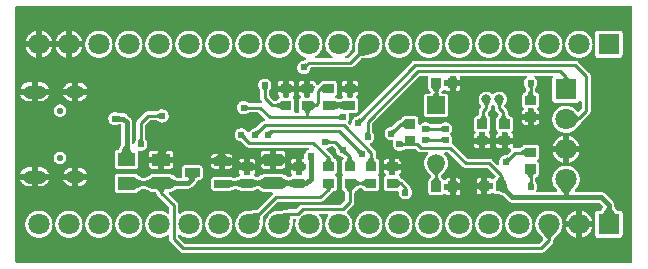
<source format=gbl>
G04 Layer: BottomLayer*
G04 EasyEDA v6.4.7, 2020-12-25T10:38:26+08:00*
G04 e43d5a52300b4474860904ef7121ae38,6a067dcc3d704d6e9d47775c98f5c0bd,10*
G04 Gerber Generator version 0.2*
G04 Scale: 100 percent, Rotated: No, Reflected: No *
G04 Dimensions in inches *
G04 leading zeros omitted , absolute positions ,2 integer and 4 decimal *
%FSLAX24Y24*%
%MOIN*%
G90*
D02*

%ADD10C,0.010000*%
%ADD11C,0.015000*%
%ADD12C,0.020000*%
%ADD14C,0.024000*%
%ADD15C,0.021654*%
%ADD19R,0.070866X0.070866*%
%ADD20C,0.070866*%
%ADD21R,0.059055X0.059055*%
%ADD22C,0.059055*%
%ADD23C,0.031496*%
%ADD24C,0.041339*%
%ADD25C,0.042913*%

%LPD*%
G36*
G01X20675Y8707D02*
G01X191Y8707D01*
G01X179Y8705D01*
G01X174Y8703D01*
G01X164Y8697D01*
G01X160Y8693D01*
G01X154Y8683D01*
G01X152Y8678D01*
G01X151Y8672D01*
G01X151Y185D01*
G01X152Y179D01*
G01X154Y174D01*
G01X160Y164D01*
G01X164Y160D01*
G01X174Y154D01*
G01X179Y152D01*
G01X191Y150D01*
G01X20675Y150D01*
G01X20680Y151D01*
G01X20686Y152D01*
G01X20691Y154D01*
G01X20701Y160D01*
G01X20705Y164D01*
G01X20711Y174D01*
G01X20713Y179D01*
G01X20714Y185D01*
G01X20715Y190D01*
G01X20715Y8667D01*
G01X20714Y8672D01*
G01X20713Y8678D01*
G01X20711Y8683D01*
G01X20705Y8693D01*
G01X20701Y8697D01*
G01X20691Y8703D01*
G01X20686Y8705D01*
G01X20680Y8706D01*
G01X20675Y8707D01*
G37*

%LPC*%
G36*
G01X18819Y6883D02*
G01X13475Y6883D01*
G01X13451Y6881D01*
G01X13439Y6879D01*
G01X13427Y6875D01*
G01X13416Y6871D01*
G01X13405Y6866D01*
G01X13395Y6860D01*
G01X13385Y6853D01*
G01X13376Y6846D01*
G01X13367Y6838D01*
G01X11604Y5048D01*
G01X11599Y5044D01*
G01X11589Y5038D01*
G01X11546Y5023D01*
G01X11539Y5021D01*
G01X11513Y5015D01*
G01X11500Y5011D01*
G01X11487Y5006D01*
G01X11463Y4994D01*
G01X11452Y4986D01*
G01X11440Y4979D01*
G01X11420Y4961D01*
G01X11402Y4941D01*
G01X11386Y4919D01*
G01X11379Y4907D01*
G01X11373Y4895D01*
G01X11368Y4882D01*
G01X11360Y4856D01*
G01X11357Y4843D01*
G01X11355Y4830D01*
G01X11354Y4816D01*
G01X11353Y4803D01*
G01X11354Y4784D01*
G01X11354Y4776D01*
G01X11353Y4770D01*
G01X11351Y4765D01*
G01X11348Y4760D01*
G01X11344Y4755D01*
G01X11340Y4751D01*
G01X11336Y4748D01*
G01X11331Y4745D01*
G01X11325Y4743D01*
G01X11320Y4742D01*
G01X11314Y4741D01*
G01X11302Y4743D01*
G01X11296Y4746D01*
G01X11291Y4749D01*
G01X11286Y4753D01*
G01X11235Y4804D01*
G01X11227Y4814D01*
G01X11223Y4826D01*
G01X11223Y4832D01*
G01X11225Y4846D01*
G01X11228Y4852D01*
G01X11232Y4858D01*
G01X11241Y4869D01*
G01X11249Y4880D01*
G01X11256Y4892D01*
G01X11268Y4918D01*
G01X11273Y4931D01*
G01X11276Y4944D01*
G01X11280Y4958D01*
G01X11282Y4972D01*
G01X11283Y4986D01*
G01X11284Y4999D01*
G01X11282Y5027D01*
G01X11280Y5041D01*
G01X11277Y5054D01*
G01X11273Y5067D01*
G01X11268Y5080D01*
G01X11266Y5087D01*
G01X11265Y5095D01*
G01X11266Y5100D01*
G01X11267Y5106D01*
G01X11269Y5111D01*
G01X11275Y5121D01*
G01X11279Y5125D01*
G01X11289Y5131D01*
G01X11294Y5133D01*
G01X11306Y5135D01*
G01X11485Y5135D01*
G01X11494Y5136D01*
G01X11504Y5139D01*
G01X11512Y5142D01*
G01X11521Y5145D01*
G01X11537Y5155D01*
G01X11544Y5161D01*
G01X11551Y5168D01*
G01X11556Y5175D01*
G01X11562Y5183D01*
G01X11570Y5199D01*
G01X11573Y5208D01*
G01X11575Y5217D01*
G01X11576Y5226D01*
G01X11577Y5236D01*
G01X11577Y5551D01*
G01X11575Y5569D01*
G01X11573Y5578D01*
G01X11570Y5586D01*
G01X11567Y5595D01*
G01X11562Y5603D01*
G01X11552Y5617D01*
G01X11545Y5624D01*
G01X11538Y5630D01*
G01X11531Y5635D01*
G01X11519Y5647D01*
G01X11516Y5652D01*
G01X11514Y5658D01*
G01X11513Y5663D01*
G01X11513Y5674D01*
G01X11514Y5680D01*
G01X11516Y5685D01*
G01X11519Y5690D01*
G01X11523Y5695D01*
G01X11527Y5699D01*
G01X11531Y5702D01*
G01X11552Y5720D01*
G01X11557Y5727D01*
G01X11567Y5743D01*
G01X11570Y5751D01*
G01X11573Y5760D01*
G01X11575Y5769D01*
G01X11577Y5787D01*
G01X11577Y5844D01*
G01X11399Y5844D01*
G01X11399Y5692D01*
G01X11397Y5680D01*
G01X11395Y5675D01*
G01X11389Y5665D01*
G01X11385Y5661D01*
G01X11375Y5655D01*
G01X11370Y5653D01*
G01X11364Y5652D01*
G01X11233Y5652D01*
G01X11227Y5653D01*
G01X11222Y5655D01*
G01X11212Y5661D01*
G01X11208Y5665D01*
G01X11202Y5675D01*
G01X11200Y5680D01*
G01X11199Y5686D01*
G01X11199Y5844D01*
G01X11020Y5844D01*
G01X11020Y5787D01*
G01X11021Y5777D01*
G01X11022Y5768D01*
G01X11025Y5758D01*
G01X11028Y5749D01*
G01X11032Y5740D01*
G01X11042Y5724D01*
G01X11049Y5717D01*
G01X11055Y5710D01*
G01X11063Y5704D01*
G01X11068Y5700D01*
G01X11072Y5696D01*
G01X11078Y5684D01*
G01X11080Y5672D01*
G01X11078Y5660D01*
G01X11076Y5654D01*
G01X11068Y5644D01*
G01X11064Y5640D01*
G01X11059Y5636D01*
G01X11053Y5634D01*
G01X10996Y5614D01*
G01X10989Y5613D01*
G01X10983Y5612D01*
G01X10978Y5613D01*
G01X10952Y5614D01*
G01X10936Y5614D01*
G01X10921Y5612D01*
G01X10910Y5612D01*
G01X10904Y5614D01*
G01X10838Y5634D01*
G01X10826Y5640D01*
G01X10822Y5644D01*
G01X10814Y5654D01*
G01X10810Y5666D01*
G01X10810Y5679D01*
G01X10814Y5691D01*
G01X10817Y5696D01*
G01X10826Y5705D01*
G01X10834Y5711D01*
G01X10841Y5718D01*
G01X10847Y5725D01*
G01X10857Y5741D01*
G01X10861Y5750D01*
G01X10864Y5759D01*
G01X10868Y5777D01*
G01X10868Y6111D01*
G01X10864Y6129D01*
G01X10858Y6147D01*
G01X10848Y6163D01*
G01X10842Y6170D01*
G01X10828Y6182D01*
G01X10820Y6188D01*
G01X10804Y6196D01*
G01X10795Y6199D01*
G01X10786Y6201D01*
G01X10777Y6202D01*
G01X10767Y6203D01*
G01X10413Y6203D01*
G01X10395Y6201D01*
G01X10386Y6199D01*
G01X10377Y6196D01*
G01X10369Y6193D01*
G01X10353Y6183D01*
G01X10346Y6178D01*
G01X10328Y6157D01*
G01X10320Y6141D01*
G01X10317Y6133D01*
G01X10314Y6127D01*
G01X10311Y6122D01*
G01X10307Y6117D01*
G01X10303Y6113D01*
G01X10278Y6094D01*
G01X10273Y6091D01*
G01X10267Y6088D01*
G01X10255Y6084D01*
G01X10244Y6078D01*
G01X10234Y6072D01*
G01X10224Y6065D01*
G01X10212Y6059D01*
G01X10200Y6057D01*
G01X10188Y6059D01*
G01X10183Y6061D01*
G01X10173Y6067D01*
G01X10169Y6071D01*
G01X10163Y6081D01*
G01X10161Y6086D01*
G01X10160Y6092D01*
G01X10160Y6102D01*
G01X10158Y6120D01*
G01X10156Y6129D01*
G01X10153Y6138D01*
G01X10149Y6147D01*
G01X10139Y6163D01*
G01X10133Y6170D01*
G01X10127Y6176D01*
G01X10119Y6182D01*
G01X10112Y6188D01*
G01X10104Y6192D01*
G01X10095Y6196D01*
G01X10086Y6199D01*
G01X10077Y6201D01*
G01X10059Y6203D01*
G01X9981Y6203D01*
G01X9981Y6044D01*
G01X10110Y6044D01*
G01X10115Y6043D01*
G01X10121Y6041D01*
G01X10126Y6038D01*
G01X10130Y6035D01*
G01X10134Y6031D01*
G01X10138Y6026D01*
G01X10142Y6016D01*
G01X10144Y6010D01*
G01X10144Y6004D01*
G01X10142Y5992D01*
G01X10140Y5986D01*
G01X10132Y5976D01*
G01X10129Y5973D01*
G01X10121Y5964D01*
G01X10114Y5955D01*
G01X10107Y5945D01*
G01X10097Y5925D01*
G01X10092Y5914D01*
G01X10089Y5903D01*
G01X10087Y5892D01*
G01X10085Y5880D01*
G01X10084Y5875D01*
G01X10082Y5869D01*
G01X10080Y5864D01*
G01X10076Y5859D01*
G01X10068Y5851D01*
G01X10063Y5848D01*
G01X10057Y5846D01*
G01X10045Y5844D01*
G01X9981Y5844D01*
G01X9981Y5686D01*
G01X9980Y5680D01*
G01X9978Y5675D01*
G01X9972Y5665D01*
G01X9968Y5661D01*
G01X9958Y5655D01*
G01X9953Y5653D01*
G01X9947Y5652D01*
G01X9816Y5652D01*
G01X9810Y5653D01*
G01X9805Y5655D01*
G01X9795Y5661D01*
G01X9791Y5665D01*
G01X9785Y5675D01*
G01X9783Y5680D01*
G01X9781Y5692D01*
G01X9781Y5844D01*
G01X9603Y5844D01*
G01X9603Y5787D01*
G01X9605Y5769D01*
G01X9607Y5760D01*
G01X9610Y5751D01*
G01X9613Y5743D01*
G01X9623Y5727D01*
G01X9628Y5720D01*
G01X9649Y5702D01*
G01X9653Y5699D01*
G01X9657Y5695D01*
G01X9661Y5690D01*
G01X9664Y5685D01*
G01X9666Y5680D01*
G01X9667Y5674D01*
G01X9667Y5663D01*
G01X9666Y5658D01*
G01X9664Y5652D01*
G01X9661Y5647D01*
G01X9657Y5643D01*
G01X9654Y5639D01*
G01X9649Y5635D01*
G01X9642Y5630D01*
G01X9635Y5624D01*
G01X9628Y5617D01*
G01X9618Y5603D01*
G01X9613Y5595D01*
G01X9610Y5586D01*
G01X9607Y5578D01*
G01X9605Y5569D01*
G01X9603Y5551D01*
G01X9603Y5236D01*
G01X9604Y5225D01*
G01X9606Y5214D01*
G01X9608Y5204D01*
G01X9610Y5197D01*
G01X9611Y5191D01*
G01X9609Y5179D01*
G01X9607Y5174D01*
G01X9604Y5169D01*
G01X9601Y5165D01*
G01X9597Y5161D01*
G01X9592Y5157D01*
G01X9587Y5154D01*
G01X9582Y5152D01*
G01X9576Y5151D01*
G01X9478Y5151D01*
G01X9472Y5152D01*
G01X9467Y5154D01*
G01X9462Y5157D01*
G01X9457Y5161D01*
G01X9453Y5165D01*
G01X9450Y5169D01*
G01X9447Y5174D01*
G01X9445Y5179D01*
G01X9443Y5191D01*
G01X9444Y5197D01*
G01X9446Y5204D01*
G01X9448Y5214D01*
G01X9450Y5225D01*
G01X9451Y5236D01*
G01X9451Y5551D01*
G01X9449Y5569D01*
G01X9447Y5578D01*
G01X9444Y5586D01*
G01X9441Y5595D01*
G01X9436Y5603D01*
G01X9426Y5617D01*
G01X9419Y5624D01*
G01X9412Y5630D01*
G01X9405Y5635D01*
G01X9393Y5647D01*
G01X9390Y5652D01*
G01X9388Y5658D01*
G01X9387Y5663D01*
G01X9387Y5674D01*
G01X9388Y5680D01*
G01X9390Y5685D01*
G01X9393Y5690D01*
G01X9397Y5695D01*
G01X9401Y5699D01*
G01X9405Y5702D01*
G01X9426Y5720D01*
G01X9431Y5727D01*
G01X9441Y5743D01*
G01X9444Y5751D01*
G01X9447Y5760D01*
G01X9449Y5769D01*
G01X9451Y5787D01*
G01X9451Y5844D01*
G01X9273Y5844D01*
G01X9273Y5692D01*
G01X9271Y5680D01*
G01X9269Y5675D01*
G01X9266Y5670D01*
G01X9263Y5666D01*
G01X9259Y5661D01*
G01X9249Y5655D01*
G01X9244Y5653D01*
G01X9238Y5652D01*
G01X9107Y5652D01*
G01X9101Y5653D01*
G01X9096Y5655D01*
G01X9091Y5658D01*
G01X9087Y5661D01*
G01X9082Y5666D01*
G01X9079Y5670D01*
G01X9076Y5675D01*
G01X9074Y5680D01*
G01X9073Y5686D01*
G01X9073Y5844D01*
G01X8895Y5844D01*
G01X8895Y5778D01*
G01X8896Y5769D01*
G01X8898Y5760D01*
G01X8901Y5751D01*
G01X8909Y5735D01*
G01X8914Y5727D01*
G01X8920Y5720D01*
G01X8926Y5714D01*
G01X8940Y5702D01*
G01X8945Y5699D01*
G01X8949Y5695D01*
G01X8955Y5685D01*
G01X8957Y5680D01*
G01X8958Y5674D01*
G01X8958Y5663D01*
G01X8957Y5658D01*
G01X8955Y5652D01*
G01X8952Y5647D01*
G01X8949Y5643D01*
G01X8945Y5639D01*
G01X8940Y5635D01*
G01X8933Y5630D01*
G01X8926Y5624D01*
G01X8914Y5610D01*
G01X8909Y5603D01*
G01X8905Y5595D01*
G01X8901Y5589D01*
G01X8897Y5584D01*
G01X8892Y5580D01*
G01X8886Y5576D01*
G01X8830Y5548D01*
G01X8818Y5544D01*
G01X8774Y5544D01*
G01X8767Y5546D01*
G01X8762Y5548D01*
G01X8756Y5551D01*
G01X8752Y5556D01*
G01X8627Y5680D01*
G01X8623Y5685D01*
G01X8620Y5691D01*
G01X8617Y5696D01*
G01X8616Y5702D01*
G01X8615Y5709D01*
G01X8615Y5868D01*
G01X8616Y5873D01*
G01X8617Y5879D01*
G01X8619Y5885D01*
G01X8639Y5926D01*
G01X8643Y5932D01*
G01X8650Y5944D01*
G01X8658Y5956D01*
G01X8664Y5968D01*
G01X8674Y5994D01*
G01X8678Y6007D01*
G01X8681Y6021D01*
G01X8685Y6049D01*
G01X8685Y6076D01*
G01X8679Y6115D01*
G01X8671Y6141D01*
G01X8666Y6153D01*
G01X8660Y6165D01*
G01X8653Y6177D01*
G01X8646Y6188D01*
G01X8638Y6199D01*
G01X8630Y6209D01*
G01X8611Y6228D01*
G01X8600Y6236D01*
G01X8590Y6244D01*
G01X8578Y6252D01*
G01X8567Y6258D01*
G01X8555Y6264D01*
G01X8542Y6269D01*
G01X8530Y6273D01*
G01X8517Y6277D01*
G01X8504Y6280D01*
G01X8491Y6282D01*
G01X8477Y6283D01*
G01X8451Y6283D01*
G01X8437Y6282D01*
G01X8424Y6280D01*
G01X8411Y6277D01*
G01X8398Y6273D01*
G01X8386Y6269D01*
G01X8373Y6264D01*
G01X8361Y6258D01*
G01X8350Y6252D01*
G01X8328Y6236D01*
G01X8318Y6228D01*
G01X8308Y6219D01*
G01X8290Y6199D01*
G01X8282Y6188D01*
G01X8275Y6177D01*
G01X8268Y6165D01*
G01X8263Y6153D01*
G01X8257Y6141D01*
G01X8253Y6128D01*
G01X8247Y6102D01*
G01X8245Y6089D01*
G01X8244Y6076D01*
G01X8243Y6062D01*
G01X8245Y6034D01*
G01X8247Y6021D01*
G01X8250Y6007D01*
G01X8254Y5993D01*
G01X8259Y5980D01*
G01X8265Y5967D01*
G01X8271Y5955D01*
G01X8278Y5943D01*
G01X8290Y5925D01*
G01X8310Y5884D01*
G01X8312Y5879D01*
G01X8314Y5867D01*
G01X8314Y5618D01*
G01X8315Y5606D01*
G01X8318Y5594D01*
G01X8321Y5583D01*
G01X8325Y5572D01*
G01X8330Y5561D01*
G01X8336Y5551D01*
G01X8350Y5531D01*
G01X8353Y5527D01*
G01X8356Y5522D01*
G01X8358Y5517D01*
G01X8360Y5505D01*
G01X8359Y5500D01*
G01X8358Y5494D01*
G01X8356Y5489D01*
G01X8350Y5479D01*
G01X8346Y5475D01*
G01X8336Y5469D01*
G01X8331Y5467D01*
G01X8325Y5466D01*
G01X8320Y5465D01*
G01X8317Y5465D01*
G01X8307Y5466D01*
G01X7945Y5466D01*
G01X7939Y5467D01*
G01X7933Y5470D01*
G01X7892Y5489D01*
G01X7874Y5501D01*
G01X7862Y5508D01*
G01X7850Y5514D01*
G01X7837Y5520D01*
G01X7824Y5525D01*
G01X7811Y5528D01*
G01X7797Y5532D01*
G01X7783Y5534D01*
G01X7769Y5535D01*
G01X7742Y5535D01*
G01X7729Y5534D01*
G01X7716Y5532D01*
G01X7703Y5529D01*
G01X7677Y5521D01*
G01X7665Y5516D01*
G01X7641Y5504D01*
G01X7619Y5488D01*
G01X7609Y5480D01*
G01X7599Y5471D01*
G01X7581Y5451D01*
G01X7574Y5440D01*
G01X7566Y5429D01*
G01X7554Y5405D01*
G01X7549Y5393D01*
G01X7544Y5380D01*
G01X7538Y5354D01*
G01X7536Y5341D01*
G01X7535Y5328D01*
G01X7534Y5314D01*
G01X7536Y5288D01*
G01X7538Y5275D01*
G01X7544Y5249D01*
G01X7549Y5236D01*
G01X7554Y5224D01*
G01X7566Y5200D01*
G01X7574Y5189D01*
G01X7581Y5178D01*
G01X7599Y5158D01*
G01X7619Y5140D01*
G01X7630Y5133D01*
G01X7641Y5125D01*
G01X7665Y5113D01*
G01X7677Y5108D01*
G01X7690Y5103D01*
G01X7716Y5097D01*
G01X7729Y5095D01*
G01X7755Y5093D01*
G01X7783Y5095D01*
G01X7797Y5097D01*
G01X7811Y5101D01*
G01X7824Y5104D01*
G01X7838Y5109D01*
G01X7850Y5115D01*
G01X7863Y5121D01*
G01X7875Y5129D01*
G01X7886Y5136D01*
G01X7893Y5140D01*
G01X7934Y5160D01*
G01X7939Y5162D01*
G01X7951Y5164D01*
G01X8227Y5164D01*
G01X8234Y5163D01*
G01X8240Y5162D01*
G01X8246Y5159D01*
G01X8251Y5156D01*
G01X8256Y5152D01*
G01X8466Y4941D01*
G01X8471Y4936D01*
G01X8474Y4931D01*
G01X8478Y4919D01*
G01X8478Y4907D01*
G01X8477Y4902D01*
G01X8475Y4896D01*
G01X8472Y4891D01*
G01X8460Y4879D01*
G01X8455Y4876D01*
G01X8449Y4875D01*
G01X8444Y4873D01*
G01X8432Y4871D01*
G01X8420Y4868D01*
G01X8408Y4864D01*
G01X8397Y4859D01*
G01X8387Y4853D01*
G01X8376Y4846D01*
G01X8367Y4839D01*
G01X8358Y4831D01*
G01X8181Y4654D01*
G01X8176Y4650D01*
G01X8166Y4644D01*
G01X8123Y4629D01*
G01X8116Y4627D01*
G01X8103Y4625D01*
G01X8090Y4622D01*
G01X8077Y4618D01*
G01X8064Y4613D01*
G01X8040Y4601D01*
G01X8028Y4594D01*
G01X8006Y4578D01*
G01X7996Y4569D01*
G01X7978Y4549D01*
G01X7962Y4527D01*
G01X7955Y4515D01*
G01X7949Y4503D01*
G01X7946Y4498D01*
G01X7943Y4494D01*
G01X7939Y4490D01*
G01X7934Y4486D01*
G01X7919Y4480D01*
G01X7907Y4480D01*
G01X7902Y4482D01*
G01X7896Y4484D01*
G01X7891Y4486D01*
G01X7879Y4498D01*
G01X7877Y4503D01*
G01X7856Y4539D01*
G01X7847Y4550D01*
G01X7838Y4560D01*
G01X7828Y4570D01*
G01X7818Y4579D01*
G01X7807Y4588D01*
G01X7795Y4596D01*
G01X7783Y4603D01*
G01X7771Y4609D01*
G01X7745Y4619D01*
G01X7732Y4623D01*
G01X7718Y4626D01*
G01X7704Y4628D01*
G01X7691Y4630D01*
G01X7663Y4630D01*
G01X7624Y4624D01*
G01X7598Y4616D01*
G01X7586Y4610D01*
G01X7574Y4605D01*
G01X7562Y4598D01*
G01X7551Y4591D01*
G01X7540Y4583D01*
G01X7520Y4565D01*
G01X7511Y4556D01*
G01X7503Y4545D01*
G01X7495Y4535D01*
G01X7488Y4523D01*
G01X7481Y4512D01*
G01X7475Y4500D01*
G01X7470Y4487D01*
G01X7466Y4475D01*
G01X7462Y4462D01*
G01X7459Y4449D01*
G01X7457Y4436D01*
G01X7456Y4422D01*
G01X7456Y4395D01*
G01X7457Y4382D01*
G01X7459Y4368D01*
G01X7462Y4355D01*
G01X7466Y4342D01*
G01X7476Y4316D01*
G01X7482Y4304D01*
G01X7489Y4292D01*
G01X7505Y4270D01*
G01X7523Y4250D01*
G01X7533Y4241D01*
G01X7544Y4232D01*
G01X7555Y4224D01*
G01X7567Y4217D01*
G01X7591Y4205D01*
G01X7604Y4200D01*
G01X7617Y4196D01*
G01X7630Y4193D01*
G01X7644Y4190D01*
G01X7651Y4189D01*
G01X7694Y4174D01*
G01X7704Y4168D01*
G01X7709Y4164D01*
G01X7854Y4019D01*
G01X7874Y4005D01*
G01X7884Y3999D01*
G01X7895Y3994D01*
G01X7906Y3990D01*
G01X7917Y3987D01*
G01X7941Y3983D01*
G01X9903Y3983D01*
G01X9909Y3982D01*
G01X9914Y3981D01*
G01X9920Y3979D01*
G01X9925Y3976D01*
G01X9929Y3973D01*
G01X9933Y3969D01*
G01X9937Y3964D01*
G01X9941Y3954D01*
G01X9943Y3948D01*
G01X9943Y3937D01*
G01X9939Y3925D01*
G01X9936Y3920D01*
G01X9928Y3912D01*
G01X9923Y3908D01*
G01X9918Y3906D01*
G01X9905Y3900D01*
G01X9893Y3894D01*
G01X9881Y3887D01*
G01X9869Y3879D01*
G01X9858Y3870D01*
G01X9848Y3861D01*
G01X9838Y3851D01*
G01X9829Y3841D01*
G01X9813Y3819D01*
G01X9806Y3807D01*
G01X9799Y3794D01*
G01X9794Y3782D01*
G01X9789Y3768D01*
G01X9785Y3755D01*
G01X9782Y3742D01*
G01X9780Y3728D01*
G01X9778Y3700D01*
G01X9779Y3684D01*
G01X9781Y3669D01*
G01X9784Y3653D01*
G01X9785Y3644D01*
G01X9784Y3639D01*
G01X9783Y3633D01*
G01X9781Y3628D01*
G01X9775Y3618D01*
G01X9771Y3614D01*
G01X9761Y3608D01*
G01X9756Y3606D01*
G01X9750Y3605D01*
G01X9745Y3604D01*
G01X9706Y3604D01*
G01X9706Y3446D01*
G01X9789Y3446D01*
G01X9795Y3444D01*
G01X9805Y3440D01*
G01X9810Y3436D01*
G01X9814Y3432D01*
G01X9817Y3428D01*
G01X9820Y3423D01*
G01X9822Y3417D01*
G01X9823Y3412D01*
G01X9823Y3280D01*
G01X9822Y3275D01*
G01X9820Y3269D01*
G01X9817Y3264D01*
G01X9814Y3260D01*
G01X9810Y3256D01*
G01X9805Y3252D01*
G01X9795Y3248D01*
G01X9789Y3246D01*
G01X9706Y3246D01*
G01X9706Y3093D01*
G01X9705Y3088D01*
G01X9704Y3082D01*
G01X9702Y3077D01*
G01X9696Y3067D01*
G01X9692Y3063D01*
G01X9682Y3057D01*
G01X9677Y3055D01*
G01X9671Y3054D01*
G01X9666Y3053D01*
G01X9546Y3053D01*
G01X9540Y3054D01*
G01X9535Y3055D01*
G01X9529Y3057D01*
G01X9524Y3060D01*
G01X9520Y3063D01*
G01X9516Y3067D01*
G01X9512Y3072D01*
G01X9509Y3077D01*
G01X9507Y3082D01*
G01X9506Y3088D01*
G01X9506Y3246D01*
G01X9328Y3246D01*
G01X9328Y3179D01*
G01X9329Y3169D01*
G01X9335Y3151D01*
G01X9339Y3142D01*
G01X9344Y3133D01*
G01X9350Y3126D01*
G01X9356Y3118D01*
G01X9363Y3112D01*
G01X9371Y3106D01*
G01X9376Y3102D01*
G01X9380Y3097D01*
G01X9386Y3085D01*
G01X9388Y3073D01*
G01X9386Y3061D01*
G01X9384Y3055D01*
G01X9381Y3050D01*
G01X9377Y3045D01*
G01X9372Y3041D01*
G01X9362Y3035D01*
G01X9264Y3000D01*
G01X9257Y2998D01*
G01X9250Y2997D01*
G01X9238Y2999D01*
G01X9233Y3001D01*
G01X9129Y3053D01*
G01X9123Y3057D01*
G01X9118Y3061D01*
G01X9111Y3068D01*
G01X9097Y3078D01*
G01X9089Y3083D01*
G01X9080Y3086D01*
G01X9072Y3089D01*
G01X9063Y3091D01*
G01X9045Y3093D01*
G01X8435Y3093D01*
G01X8425Y3092D01*
G01X8416Y3091D01*
G01X8408Y3089D01*
G01X8399Y3086D01*
G01X8391Y3083D01*
G01X8375Y3073D01*
G01X8368Y3068D01*
G01X8361Y3061D01*
G01X8356Y3057D01*
G01X8350Y3053D01*
G01X8247Y3001D01*
G01X8241Y2999D01*
G01X8229Y2997D01*
G01X8222Y2998D01*
G01X8215Y3000D01*
G01X8118Y3035D01*
G01X8112Y3038D01*
G01X8107Y3041D01*
G01X8102Y3045D01*
G01X8099Y3050D01*
G01X8095Y3055D01*
G01X8093Y3061D01*
G01X8091Y3073D01*
G01X8093Y3085D01*
G01X8099Y3097D01*
G01X8108Y3106D01*
G01X8116Y3112D01*
G01X8123Y3118D01*
G01X8130Y3126D01*
G01X8135Y3133D01*
G01X8140Y3142D01*
G01X8148Y3160D01*
G01X8150Y3169D01*
G01X8151Y3179D01*
G01X8152Y3188D01*
G01X8152Y3246D01*
G01X7974Y3246D01*
G01X7974Y3093D01*
G01X7973Y3088D01*
G01X7972Y3082D01*
G01X7970Y3077D01*
G01X7964Y3067D01*
G01X7960Y3063D01*
G01X7950Y3057D01*
G01X7945Y3055D01*
G01X7939Y3054D01*
G01X7934Y3053D01*
G01X7814Y3053D01*
G01X7802Y3055D01*
G01X7797Y3057D01*
G01X7787Y3063D01*
G01X7783Y3067D01*
G01X7777Y3077D01*
G01X7775Y3082D01*
G01X7774Y3088D01*
G01X7774Y3246D01*
G01X7595Y3246D01*
G01X7595Y3188D01*
G01X7596Y3179D01*
G01X7597Y3169D01*
G01X7603Y3151D01*
G01X7607Y3142D01*
G01X7612Y3133D01*
G01X7617Y3126D01*
G01X7624Y3118D01*
G01X7631Y3112D01*
G01X7639Y3106D01*
G01X7648Y3097D01*
G01X7654Y3085D01*
G01X7656Y3073D01*
G01X7654Y3061D01*
G01X7652Y3055D01*
G01X7648Y3050D01*
G01X7645Y3045D01*
G01X7640Y3041D01*
G01X7635Y3038D01*
G01X7629Y3035D01*
G01X7482Y2981D01*
G01X7476Y2980D01*
G01X7469Y2979D01*
G01X7461Y2980D01*
G01X7292Y3012D01*
G01X7283Y3013D01*
G01X7273Y3014D01*
G01X6781Y3014D01*
G01X6772Y3013D01*
G01X6762Y3012D01*
G01X6753Y3010D01*
G01X6744Y3007D01*
G01X6728Y2999D01*
G01X6720Y2993D01*
G01X6706Y2981D01*
G01X6700Y2974D01*
G01X6690Y2958D01*
G01X6684Y2940D01*
G01X6680Y2922D01*
G01X6680Y2628D01*
G01X6684Y2610D01*
G01X6690Y2592D01*
G01X6700Y2576D01*
G01X6706Y2569D01*
G01X6720Y2557D01*
G01X6728Y2551D01*
G01X6744Y2543D01*
G01X6753Y2540D01*
G01X6762Y2538D01*
G01X6772Y2537D01*
G01X6781Y2536D01*
G01X7273Y2536D01*
G01X7283Y2537D01*
G01X7292Y2538D01*
G01X7301Y2540D01*
G01X7310Y2543D01*
G01X7309Y2543D01*
G01X7311Y2544D01*
G01X7471Y2602D01*
G01X7478Y2604D01*
G01X7485Y2605D01*
G01X7492Y2604D01*
G01X7498Y2602D01*
G01X7662Y2542D01*
G01X7673Y2539D01*
G01X7685Y2537D01*
G01X7696Y2536D01*
G01X8051Y2536D01*
G01X8062Y2537D01*
G01X8074Y2539D01*
G01X8085Y2542D01*
G01X8215Y2590D01*
G01X8222Y2592D01*
G01X8235Y2592D01*
G01X8241Y2591D01*
G01X8247Y2588D01*
G01X8350Y2536D01*
G01X8356Y2533D01*
G01X8361Y2528D01*
G01X8375Y2516D01*
G01X8383Y2511D01*
G01X8399Y2503D01*
G01X8408Y2501D01*
G01X8416Y2499D01*
G01X8425Y2497D01*
G01X8696Y2497D01*
G01X8702Y2495D01*
G01X8712Y2491D01*
G01X8717Y2487D01*
G01X8721Y2483D01*
G01X8724Y2479D01*
G01X8727Y2474D01*
G01X8729Y2468D01*
G01X8730Y2463D01*
G01X8731Y2457D01*
G01X8729Y2445D01*
G01X8723Y2433D01*
G01X8200Y1910D01*
G01X8195Y1907D01*
G01X8190Y1905D01*
G01X8184Y1903D01*
G01X8179Y1902D01*
G01X7913Y1884D01*
G01X7912Y1884D01*
G01X7874Y1880D01*
G01X7854Y1877D01*
G01X7836Y1874D01*
G01X7798Y1864D01*
G01X7780Y1858D01*
G01X7762Y1851D01*
G01X7744Y1843D01*
G01X7727Y1835D01*
G01X7710Y1826D01*
G01X7693Y1816D01*
G01X7677Y1806D01*
G01X7661Y1794D01*
G01X7646Y1783D01*
G01X7631Y1770D01*
G01X7617Y1757D01*
G01X7603Y1743D01*
G01X7590Y1729D01*
G01X7566Y1699D01*
G01X7555Y1683D01*
G01X7535Y1651D01*
G01X7526Y1633D01*
G01X7517Y1616D01*
G01X7503Y1580D01*
G01X7497Y1562D01*
G01X7492Y1543D01*
G01X7487Y1525D01*
G01X7481Y1487D01*
G01X7479Y1467D01*
G01X7477Y1429D01*
G01X7478Y1409D01*
G01X7479Y1390D01*
G01X7481Y1371D01*
G01X7487Y1333D01*
G01X7497Y1295D01*
G01X7503Y1277D01*
G01X7510Y1259D01*
G01X7518Y1241D01*
G01X7526Y1224D01*
G01X7535Y1207D01*
G01X7545Y1190D01*
G01X7555Y1174D01*
G01X7566Y1158D01*
G01X7578Y1143D01*
G01X7591Y1128D01*
G01X7617Y1100D01*
G01X7632Y1087D01*
G01X7646Y1075D01*
G01X7662Y1063D01*
G01X7694Y1041D01*
G01X7710Y1031D01*
G01X7728Y1022D01*
G01X7745Y1014D01*
G01X7763Y1006D01*
G01X7781Y999D01*
G01X7799Y993D01*
G01X7818Y988D01*
G01X7856Y980D01*
G01X7875Y977D01*
G01X7894Y975D01*
G01X7913Y974D01*
G01X7933Y973D01*
G01X7971Y975D01*
G01X7990Y977D01*
G01X8009Y980D01*
G01X8027Y983D01*
G01X8046Y988D01*
G01X8064Y993D01*
G01X8083Y999D01*
G01X8100Y1006D01*
G01X8118Y1013D01*
G01X8135Y1021D01*
G01X8152Y1030D01*
G01X8169Y1040D01*
G01X8185Y1050D01*
G01X8201Y1061D01*
G01X8216Y1072D01*
G01X8230Y1084D01*
G01X8245Y1097D01*
G01X8284Y1139D01*
G01X8296Y1154D01*
G01X8307Y1170D01*
G01X8317Y1185D01*
G01X8327Y1202D01*
G01X8345Y1236D01*
G01X8353Y1253D01*
G01X8360Y1271D01*
G01X8366Y1289D01*
G01X8371Y1307D01*
G01X8376Y1326D01*
G01X8380Y1345D01*
G01X8383Y1363D01*
G01X8387Y1401D01*
G01X8387Y1402D01*
G01X8406Y1675D01*
G01X8407Y1681D01*
G01X8408Y1686D01*
G01X8414Y1696D01*
G01X8418Y1700D01*
G01X8877Y2160D01*
G01X8882Y2164D01*
G01X8887Y2167D01*
G01X8893Y2170D01*
G01X8899Y2171D01*
G01X8906Y2172D01*
G01X10326Y2172D01*
G01X10350Y2176D01*
G01X10361Y2179D01*
G01X10372Y2183D01*
G01X10383Y2188D01*
G01X10403Y2200D01*
G01X10421Y2216D01*
G01X10697Y2491D01*
G01X10705Y2499D01*
G01X10712Y2508D01*
G01X10718Y2518D01*
G01X10730Y2530D01*
G01X10736Y2533D01*
G01X10741Y2535D01*
G01X10747Y2536D01*
G01X10767Y2536D01*
G01X10777Y2537D01*
G01X10786Y2538D01*
G01X10795Y2540D01*
G01X10804Y2543D01*
G01X10820Y2551D01*
G01X10828Y2557D01*
G01X10842Y2569D01*
G01X10848Y2576D01*
G01X10858Y2592D01*
G01X10864Y2610D01*
G01X10868Y2628D01*
G01X10868Y2961D01*
G01X10867Y2970D01*
G01X10865Y2979D01*
G01X10862Y2988D01*
G01X10854Y3004D01*
G01X10849Y3012D01*
G01X10837Y3026D01*
G01X10830Y3031D01*
G01X10818Y3040D01*
G01X10814Y3044D01*
G01X10808Y3054D01*
G01X10806Y3059D01*
G01X10805Y3065D01*
G01X10804Y3070D01*
G01X10806Y3082D01*
G01X10808Y3087D01*
G01X10811Y3092D01*
G01X10814Y3096D01*
G01X10822Y3104D01*
G01X10830Y3109D01*
G01X10837Y3115D01*
G01X10849Y3129D01*
G01X10854Y3136D01*
G01X10858Y3144D01*
G01X10862Y3153D01*
G01X10865Y3161D01*
G01X10867Y3170D01*
G01X10868Y3179D01*
G01X10868Y3513D01*
G01X10867Y3522D01*
G01X10864Y3531D01*
G01X10862Y3540D01*
G01X10858Y3548D01*
G01X10848Y3564D01*
G01X10842Y3571D01*
G01X10836Y3577D01*
G01X10829Y3583D01*
G01X10821Y3589D01*
G01X10805Y3597D01*
G01X10796Y3600D01*
G01X10787Y3602D01*
G01X10781Y3604D01*
G01X10775Y3607D01*
G01X10765Y3615D01*
G01X10761Y3620D01*
G01X10740Y3653D01*
G01X10736Y3663D01*
G01X10732Y3675D01*
G01X10727Y3687D01*
G01X10721Y3698D01*
G01X10714Y3709D01*
G01X10706Y3719D01*
G01X10697Y3729D01*
G01X10524Y3902D01*
G01X10521Y3908D01*
G01X10519Y3913D01*
G01X10517Y3920D01*
G01X10517Y3932D01*
G01X10518Y3938D01*
G01X10521Y3944D01*
G01X10524Y3949D01*
G01X10528Y3954D01*
G01X10533Y3958D01*
G01X10538Y3961D01*
G01X10544Y3964D01*
G01X10556Y3968D01*
G01X10580Y3980D01*
G01X10592Y3987D01*
G01X10603Y3995D01*
G01X10609Y3998D01*
G01X10650Y4018D01*
G01X10656Y4020D01*
G01X10661Y4021D01*
G01X10667Y4022D01*
G01X10708Y4022D01*
G01X10720Y4020D01*
G01X10726Y4017D01*
G01X10731Y4014D01*
G01X10736Y4010D01*
G01X10822Y3924D01*
G01X10825Y3919D01*
G01X10827Y3914D01*
G01X10842Y3871D01*
G01X10844Y3863D01*
G01X10847Y3850D01*
G01X10850Y3838D01*
G01X10858Y3812D01*
G01X10864Y3800D01*
G01X10870Y3789D01*
G01X10877Y3777D01*
G01X10884Y3766D01*
G01X10911Y3736D01*
G01X10921Y3728D01*
G01X10931Y3719D01*
G01X10942Y3712D01*
G01X10954Y3705D01*
G01X10965Y3699D01*
G01X10977Y3693D01*
G01X10990Y3688D01*
G01X11003Y3684D01*
G01X11015Y3681D01*
G01X11029Y3679D01*
G01X11036Y3677D01*
G01X11068Y3665D01*
G01X11074Y3663D01*
G01X11079Y3660D01*
G01X11088Y3651D01*
G01X11091Y3645D01*
G01X11093Y3640D01*
G01X11095Y3628D01*
G01X11093Y3616D01*
G01X11091Y3610D01*
G01X11088Y3605D01*
G01X11084Y3600D01*
G01X11074Y3592D01*
G01X11066Y3588D01*
G01X11052Y3576D01*
G01X11046Y3570D01*
G01X11040Y3563D01*
G01X11035Y3555D01*
G01X11027Y3539D01*
G01X11024Y3530D01*
G01X11022Y3521D01*
G01X11021Y3512D01*
G01X11021Y3179D01*
G01X11022Y3170D01*
G01X11024Y3161D01*
G01X11027Y3153D01*
G01X11031Y3144D01*
G01X11035Y3136D01*
G01X11040Y3129D01*
G01X11052Y3115D01*
G01X11059Y3109D01*
G01X11066Y3104D01*
G01X11071Y3100D01*
G01X11075Y3096D01*
G01X11078Y3092D01*
G01X11081Y3087D01*
G01X11083Y3082D01*
G01X11084Y3076D01*
G01X11084Y3065D01*
G01X11083Y3059D01*
G01X11081Y3054D01*
G01X11075Y3044D01*
G01X11071Y3040D01*
G01X11066Y3037D01*
G01X11059Y3032D01*
G01X11052Y3026D01*
G01X11040Y3012D01*
G01X11035Y3004D01*
G01X11027Y2988D01*
G01X11024Y2979D01*
G01X11022Y2970D01*
G01X11021Y2961D01*
G01X11021Y2628D01*
G01X11022Y2619D01*
G01X11024Y2609D01*
G01X11027Y2601D01*
G01X11031Y2592D01*
G01X11041Y2576D01*
G01X11047Y2569D01*
G01X11054Y2562D01*
G01X11061Y2556D01*
G01X11069Y2551D01*
G01X11077Y2547D01*
G01X11086Y2543D01*
G01X11101Y2538D01*
G01X11107Y2534D01*
G01X11112Y2530D01*
G01X11116Y2525D01*
G01X11120Y2519D01*
G01X11143Y2472D01*
G01X11146Y2466D01*
G01X11148Y2454D01*
G01X11148Y2244D01*
G01X11146Y2232D01*
G01X11140Y2220D01*
G01X11136Y2216D01*
G01X11012Y2091D01*
G01X11007Y2087D01*
G01X11002Y2084D01*
G01X10990Y2080D01*
G01X9725Y2080D01*
G01X9701Y2078D01*
G01X9689Y2076D01*
G01X9667Y2068D01*
G01X9656Y2063D01*
G01X9646Y2058D01*
G01X9626Y2044D01*
G01X9618Y2036D01*
G01X9516Y1933D01*
G01X9511Y1929D01*
G01X9506Y1926D01*
G01X9494Y1922D01*
G01X9275Y1922D01*
G01X9263Y1921D01*
G01X9252Y1920D01*
G01X9241Y1918D01*
G01X9231Y1915D01*
G01X9220Y1912D01*
G01X9210Y1907D01*
G01X9203Y1905D01*
G01X9195Y1903D01*
G01X8913Y1884D01*
G01X8912Y1884D01*
G01X8874Y1880D01*
G01X8854Y1877D01*
G01X8836Y1874D01*
G01X8798Y1864D01*
G01X8780Y1858D01*
G01X8762Y1851D01*
G01X8744Y1843D01*
G01X8727Y1835D01*
G01X8710Y1826D01*
G01X8693Y1816D01*
G01X8677Y1806D01*
G01X8661Y1794D01*
G01X8646Y1783D01*
G01X8631Y1770D01*
G01X8617Y1757D01*
G01X8603Y1743D01*
G01X8590Y1729D01*
G01X8566Y1699D01*
G01X8555Y1683D01*
G01X8535Y1651D01*
G01X8526Y1633D01*
G01X8517Y1616D01*
G01X8503Y1580D01*
G01X8497Y1562D01*
G01X8492Y1543D01*
G01X8487Y1525D01*
G01X8481Y1487D01*
G01X8479Y1467D01*
G01X8477Y1429D01*
G01X8478Y1409D01*
G01X8479Y1390D01*
G01X8481Y1371D01*
G01X8487Y1333D01*
G01X8497Y1295D01*
G01X8503Y1277D01*
G01X8510Y1259D01*
G01X8518Y1241D01*
G01X8526Y1224D01*
G01X8535Y1207D01*
G01X8545Y1190D01*
G01X8555Y1174D01*
G01X8566Y1158D01*
G01X8578Y1143D01*
G01X8591Y1128D01*
G01X8617Y1100D01*
G01X8632Y1087D01*
G01X8646Y1075D01*
G01X8662Y1063D01*
G01X8694Y1041D01*
G01X8710Y1031D01*
G01X8728Y1022D01*
G01X8745Y1014D01*
G01X8763Y1006D01*
G01X8781Y999D01*
G01X8799Y993D01*
G01X8818Y988D01*
G01X8856Y980D01*
G01X8875Y977D01*
G01X8894Y975D01*
G01X8913Y974D01*
G01X8933Y973D01*
G01X8971Y975D01*
G01X8990Y977D01*
G01X9009Y980D01*
G01X9027Y983D01*
G01X9046Y988D01*
G01X9064Y993D01*
G01X9083Y999D01*
G01X9100Y1006D01*
G01X9118Y1013D01*
G01X9135Y1021D01*
G01X9152Y1030D01*
G01X9169Y1040D01*
G01X9185Y1050D01*
G01X9201Y1061D01*
G01X9216Y1072D01*
G01X9230Y1084D01*
G01X9245Y1097D01*
G01X9284Y1139D01*
G01X9296Y1154D01*
G01X9307Y1170D01*
G01X9317Y1185D01*
G01X9327Y1202D01*
G01X9345Y1236D01*
G01X9353Y1253D01*
G01X9360Y1271D01*
G01X9366Y1289D01*
G01X9371Y1307D01*
G01X9376Y1326D01*
G01X9380Y1345D01*
G01X9383Y1363D01*
G01X9387Y1401D01*
G01X9387Y1402D01*
G01X9400Y1583D01*
G01X9400Y1588D01*
G01X9402Y1594D01*
G01X9405Y1600D01*
G01X9408Y1605D01*
G01X9412Y1609D01*
G01X9417Y1613D01*
G01X9422Y1616D01*
G01X9428Y1618D01*
G01X9440Y1620D01*
G01X9461Y1620D01*
G01X9466Y1619D01*
G01X9472Y1618D01*
G01X9477Y1616D01*
G01X9487Y1610D01*
G01X9491Y1606D01*
G01X9497Y1596D01*
G01X9499Y1591D01*
G01X9500Y1585D01*
G01X9501Y1580D01*
G01X9499Y1568D01*
G01X9493Y1548D01*
G01X9488Y1529D01*
G01X9484Y1509D01*
G01X9481Y1489D01*
G01X9479Y1469D01*
G01X9477Y1429D01*
G01X9478Y1409D01*
G01X9479Y1390D01*
G01X9481Y1371D01*
G01X9487Y1333D01*
G01X9497Y1295D01*
G01X9503Y1277D01*
G01X9510Y1259D01*
G01X9518Y1241D01*
G01X9526Y1224D01*
G01X9535Y1207D01*
G01X9545Y1190D01*
G01X9555Y1174D01*
G01X9566Y1158D01*
G01X9578Y1143D01*
G01X9591Y1128D01*
G01X9617Y1100D01*
G01X9632Y1087D01*
G01X9646Y1075D01*
G01X9662Y1063D01*
G01X9694Y1041D01*
G01X9710Y1031D01*
G01X9728Y1022D01*
G01X9745Y1014D01*
G01X9763Y1006D01*
G01X9781Y999D01*
G01X9799Y993D01*
G01X9818Y988D01*
G01X9856Y980D01*
G01X9875Y977D01*
G01X9894Y975D01*
G01X9913Y974D01*
G01X9933Y973D01*
G01X9971Y975D01*
G01X9990Y977D01*
G01X10009Y980D01*
G01X10047Y988D01*
G01X10066Y993D01*
G01X10084Y999D01*
G01X10102Y1006D01*
G01X10138Y1022D01*
G01X10155Y1031D01*
G01X10171Y1041D01*
G01X10188Y1052D01*
G01X10203Y1063D01*
G01X10219Y1075D01*
G01X10233Y1087D01*
G01X10248Y1100D01*
G01X10274Y1128D01*
G01X10287Y1143D01*
G01X10299Y1158D01*
G01X10310Y1174D01*
G01X10320Y1190D01*
G01X10330Y1207D01*
G01X10339Y1224D01*
G01X10347Y1241D01*
G01X10355Y1259D01*
G01X10362Y1277D01*
G01X10368Y1295D01*
G01X10378Y1333D01*
G01X10384Y1371D01*
G01X10386Y1390D01*
G01X10387Y1409D01*
G01X10388Y1429D01*
G01X10386Y1467D01*
G01X10384Y1486D01*
G01X10378Y1524D01*
G01X10373Y1543D01*
G01X10368Y1561D01*
G01X10356Y1597D01*
G01X10348Y1615D01*
G01X10340Y1632D01*
G01X10331Y1649D01*
G01X10321Y1666D01*
G01X10311Y1682D01*
G01X10300Y1698D01*
G01X10288Y1713D01*
G01X10285Y1718D01*
G01X10282Y1725D01*
G01X10280Y1731D01*
G01X10280Y1743D01*
G01X10281Y1749D01*
G01X10283Y1754D01*
G01X10289Y1764D01*
G01X10294Y1768D01*
G01X10298Y1771D01*
G01X10303Y1774D01*
G01X10308Y1776D01*
G01X10320Y1778D01*
G01X10545Y1778D01*
G01X10557Y1776D01*
G01X10562Y1774D01*
G01X10572Y1768D01*
G01X10576Y1764D01*
G01X10582Y1754D01*
G01X10584Y1749D01*
G01X10585Y1743D01*
G01X10585Y1731D01*
G01X10583Y1725D01*
G01X10580Y1718D01*
G01X10577Y1713D01*
G01X10565Y1698D01*
G01X10554Y1682D01*
G01X10544Y1666D01*
G01X10534Y1649D01*
G01X10525Y1632D01*
G01X10517Y1615D01*
G01X10509Y1597D01*
G01X10497Y1561D01*
G01X10492Y1543D01*
G01X10487Y1524D01*
G01X10481Y1486D01*
G01X10479Y1467D01*
G01X10477Y1429D01*
G01X10478Y1409D01*
G01X10479Y1390D01*
G01X10481Y1371D01*
G01X10487Y1333D01*
G01X10497Y1295D01*
G01X10503Y1277D01*
G01X10510Y1259D01*
G01X10518Y1241D01*
G01X10526Y1224D01*
G01X10535Y1207D01*
G01X10545Y1190D01*
G01X10555Y1174D01*
G01X10566Y1158D01*
G01X10578Y1143D01*
G01X10591Y1128D01*
G01X10617Y1100D01*
G01X10632Y1087D01*
G01X10646Y1075D01*
G01X10662Y1063D01*
G01X10694Y1041D01*
G01X10710Y1031D01*
G01X10728Y1022D01*
G01X10745Y1014D01*
G01X10763Y1006D01*
G01X10781Y999D01*
G01X10799Y993D01*
G01X10818Y988D01*
G01X10856Y980D01*
G01X10875Y977D01*
G01X10894Y975D01*
G01X10913Y974D01*
G01X10933Y973D01*
G01X10971Y975D01*
G01X10990Y977D01*
G01X11009Y980D01*
G01X11047Y988D01*
G01X11066Y993D01*
G01X11084Y999D01*
G01X11102Y1006D01*
G01X11138Y1022D01*
G01X11155Y1031D01*
G01X11171Y1041D01*
G01X11188Y1052D01*
G01X11203Y1063D01*
G01X11219Y1075D01*
G01X11233Y1087D01*
G01X11248Y1100D01*
G01X11274Y1128D01*
G01X11287Y1143D01*
G01X11299Y1158D01*
G01X11310Y1174D01*
G01X11320Y1190D01*
G01X11330Y1207D01*
G01X11339Y1224D01*
G01X11347Y1241D01*
G01X11355Y1259D01*
G01X11362Y1277D01*
G01X11368Y1295D01*
G01X11378Y1333D01*
G01X11384Y1371D01*
G01X11386Y1390D01*
G01X11387Y1409D01*
G01X11388Y1429D01*
G01X11386Y1467D01*
G01X11384Y1486D01*
G01X11378Y1524D01*
G01X11373Y1543D01*
G01X11368Y1561D01*
G01X11362Y1580D01*
G01X11355Y1598D01*
G01X11348Y1615D01*
G01X11340Y1633D01*
G01X11331Y1650D01*
G01X11311Y1682D01*
G01X11300Y1698D01*
G01X11276Y1728D01*
G01X11263Y1742D01*
G01X11249Y1756D01*
G01X11235Y1769D01*
G01X11220Y1782D01*
G01X11205Y1793D01*
G01X11201Y1797D01*
G01X11197Y1802D01*
G01X11194Y1808D01*
G01X11191Y1813D01*
G01X11189Y1825D01*
G01X11190Y1832D01*
G01X11191Y1838D01*
G01X11194Y1844D01*
G01X11197Y1849D01*
G01X11201Y1854D01*
G01X11405Y2058D01*
G01X11421Y2076D01*
G01X11433Y2096D01*
G01X11438Y2107D01*
G01X11442Y2118D01*
G01X11445Y2130D01*
G01X11448Y2141D01*
G01X11450Y2165D01*
G01X11450Y2460D01*
G01X11451Y2466D01*
G01X11454Y2472D01*
G01X11477Y2519D01*
G01X11481Y2525D01*
G01X11485Y2530D01*
G01X11490Y2534D01*
G01X11496Y2538D01*
G01X11503Y2540D01*
G01X11512Y2543D01*
G01X11520Y2547D01*
G01X11529Y2551D01*
G01X11537Y2557D01*
G01X11551Y2569D01*
G01X11557Y2577D01*
G01X11567Y2593D01*
G01X11570Y2599D01*
G01X11574Y2604D01*
G01X11579Y2608D01*
G01X11641Y2639D01*
G01X11653Y2641D01*
G01X11665Y2639D01*
G01X11727Y2608D01*
G01X11732Y2604D01*
G01X11736Y2599D01*
G01X11739Y2593D01*
G01X11749Y2577D01*
G01X11755Y2570D01*
G01X11762Y2563D01*
G01X11769Y2557D01*
G01X11785Y2547D01*
G01X11793Y2543D01*
G01X11802Y2540D01*
G01X11811Y2538D01*
G01X11821Y2537D01*
G01X11830Y2536D01*
G01X12185Y2536D01*
G01X12203Y2538D01*
G01X12212Y2540D01*
G01X12221Y2543D01*
G01X12230Y2547D01*
G01X12238Y2551D01*
G01X12245Y2557D01*
G01X12253Y2563D01*
G01X12259Y2569D01*
G01X12265Y2576D01*
G01X12275Y2592D01*
G01X12279Y2601D01*
G01X12282Y2610D01*
G01X12284Y2619D01*
G01X12286Y2637D01*
G01X12286Y2952D01*
G01X12284Y2970D01*
G01X12282Y2979D01*
G01X12279Y2988D01*
G01X12271Y3004D01*
G01X12266Y3012D01*
G01X12254Y3026D01*
G01X12247Y3032D01*
G01X12240Y3037D01*
G01X12235Y3040D01*
G01X12231Y3044D01*
G01X12225Y3054D01*
G01X12223Y3059D01*
G01X12222Y3065D01*
G01X12222Y3076D01*
G01X12223Y3082D01*
G01X12225Y3087D01*
G01X12228Y3092D01*
G01X12231Y3096D01*
G01X12235Y3100D01*
G01X12240Y3104D01*
G01X12247Y3109D01*
G01X12254Y3115D01*
G01X12266Y3129D01*
G01X12271Y3136D01*
G01X12275Y3144D01*
G01X12279Y3153D01*
G01X12282Y3161D01*
G01X12284Y3170D01*
G01X12285Y3179D01*
G01X12285Y3513D01*
G01X12284Y3522D01*
G01X12282Y3531D01*
G01X12279Y3540D01*
G01X12275Y3549D01*
G01X12265Y3565D01*
G01X12259Y3572D01*
G01X12245Y3584D01*
G01X12237Y3590D01*
G01X12229Y3594D01*
G01X12220Y3598D01*
G01X12212Y3601D01*
G01X12205Y3603D01*
G01X12199Y3606D01*
G01X12194Y3611D01*
G01X12186Y3621D01*
G01X12163Y3669D01*
G01X12160Y3675D01*
G01X12159Y3681D01*
G01X12159Y3818D01*
G01X12158Y3830D01*
G01X12157Y3841D01*
G01X12154Y3853D01*
G01X12151Y3864D01*
G01X12147Y3876D01*
G01X12142Y3886D01*
G01X12136Y3897D01*
G01X12130Y3907D01*
G01X12114Y3925D01*
G01X11973Y4066D01*
G01X11965Y4076D01*
G01X11963Y4082D01*
G01X11961Y4094D01*
G01X11962Y4101D01*
G01X11963Y4107D01*
G01X11966Y4113D01*
G01X11969Y4118D01*
G01X11973Y4123D01*
G01X11978Y4127D01*
G01X11984Y4130D01*
G01X12008Y4144D01*
G01X12020Y4152D01*
G01X12031Y4160D01*
G01X12041Y4169D01*
G01X12051Y4179D01*
G01X12060Y4190D01*
G01X12076Y4212D01*
G01X12083Y4224D01*
G01X12089Y4236D01*
G01X12095Y4249D01*
G01X12100Y4262D01*
G01X12103Y4275D01*
G01X12109Y4303D01*
G01X12110Y4316D01*
G01X12110Y4344D01*
G01X12109Y4358D01*
G01X12106Y4372D01*
G01X12103Y4385D01*
G01X12099Y4399D01*
G01X12095Y4412D01*
G01X12089Y4425D01*
G01X12083Y4437D01*
G01X12076Y4449D01*
G01X12064Y4467D01*
G01X12044Y4508D01*
G01X12042Y4514D01*
G01X12041Y4519D01*
G01X12040Y4525D01*
G01X12040Y4763D01*
G01X12042Y4775D01*
G01X12045Y4781D01*
G01X12048Y4786D01*
G01X12052Y4791D01*
G01X13633Y6372D01*
G01X13638Y6376D01*
G01X13643Y6379D01*
G01X13649Y6382D01*
G01X13655Y6383D01*
G01X13662Y6384D01*
G01X13877Y6384D01*
G01X13882Y6383D01*
G01X13888Y6382D01*
G01X13893Y6380D01*
G01X13903Y6374D01*
G01X13907Y6370D01*
G01X13913Y6360D01*
G01X13915Y6355D01*
G01X13916Y6349D01*
G01X13917Y6344D01*
G01X13916Y6337D01*
G01X13915Y6328D01*
G01X13914Y6318D01*
G01X13914Y5964D01*
G01X13915Y5955D01*
G01X13916Y5945D01*
G01X13918Y5936D01*
G01X13921Y5927D01*
G01X13925Y5919D01*
G01X13935Y5903D01*
G01X13941Y5896D01*
G01X13948Y5889D01*
G01X13955Y5883D01*
G01X13971Y5873D01*
G01X13976Y5870D01*
G01X13981Y5866D01*
G01X13986Y5861D01*
G01X13998Y5837D01*
G01X13999Y5831D01*
G01X13999Y5819D01*
G01X13998Y5814D01*
G01X13996Y5808D01*
G01X13993Y5803D01*
G01X13990Y5799D01*
G01X13986Y5795D01*
G01X13981Y5791D01*
G01X13971Y5787D01*
G01X13965Y5785D01*
G01X13877Y5785D01*
G01X13859Y5783D01*
G01X13850Y5781D01*
G01X13841Y5778D01*
G01X13832Y5774D01*
G01X13824Y5770D01*
G01X13817Y5764D01*
G01X13809Y5759D01*
G01X13797Y5745D01*
G01X13787Y5729D01*
G01X13783Y5720D01*
G01X13780Y5712D01*
G01X13778Y5702D01*
G01X13776Y5684D01*
G01X13776Y5093D01*
G01X13778Y5075D01*
G01X13780Y5066D01*
G01X13783Y5057D01*
G01X13787Y5048D01*
G01X13797Y5032D01*
G01X13803Y5025D01*
G01X13809Y5019D01*
G01X13817Y5013D01*
G01X13824Y5007D01*
G01X13832Y5003D01*
G01X13841Y4999D01*
G01X13850Y4996D01*
G01X13859Y4994D01*
G01X13877Y4992D01*
G01X14468Y4992D01*
G01X14477Y4993D01*
G01X14487Y4994D01*
G01X14496Y4996D01*
G01X14504Y4999D01*
G01X14513Y5003D01*
G01X14521Y5007D01*
G01X14529Y5013D01*
G01X14543Y5025D01*
G01X14549Y5032D01*
G01X14554Y5040D01*
G01X14558Y5048D01*
G01X14562Y5057D01*
G01X14565Y5066D01*
G01X14569Y5084D01*
G01X14569Y5693D01*
G01X14567Y5702D01*
G01X14565Y5712D01*
G01X14562Y5720D01*
G01X14558Y5729D01*
G01X14554Y5737D01*
G01X14549Y5745D01*
G01X14543Y5752D01*
G01X14536Y5759D01*
G01X14529Y5764D01*
G01X14521Y5770D01*
G01X14513Y5774D01*
G01X14504Y5778D01*
G01X14496Y5781D01*
G01X14487Y5783D01*
G01X14477Y5784D01*
G01X14468Y5785D01*
G01X14380Y5785D01*
G01X14374Y5787D01*
G01X14364Y5791D01*
G01X14359Y5795D01*
G01X14355Y5799D01*
G01X14352Y5803D01*
G01X14349Y5808D01*
G01X14347Y5814D01*
G01X14346Y5819D01*
G01X14346Y5831D01*
G01X14347Y5837D01*
G01X14359Y5861D01*
G01X14364Y5866D01*
G01X14369Y5870D01*
G01X14374Y5873D01*
G01X14382Y5877D01*
G01X14390Y5883D01*
G01X14397Y5888D01*
G01X14403Y5895D01*
G01X14409Y5901D01*
G01X14418Y5913D01*
G01X14422Y5917D01*
G01X14427Y5921D01*
G01X14437Y5925D01*
G01X14443Y5927D01*
G01X14454Y5927D01*
G01X14459Y5925D01*
G01X14465Y5923D01*
G01X14470Y5921D01*
G01X14482Y5909D01*
G01X14487Y5901D01*
G01X14500Y5888D01*
G01X14507Y5883D01*
G01X14514Y5877D01*
G01X14522Y5873D01*
G01X14531Y5870D01*
G01X14539Y5867D01*
G01X14557Y5863D01*
G01X14624Y5863D01*
G01X14624Y6041D01*
G01X14471Y6041D01*
G01X14466Y6042D01*
G01X14460Y6043D01*
G01X14455Y6045D01*
G01X14445Y6051D01*
G01X14441Y6055D01*
G01X14435Y6065D01*
G01X14433Y6070D01*
G01X14432Y6075D01*
G01X14431Y6081D01*
G01X14431Y6201D01*
G01X14432Y6207D01*
G01X14433Y6212D01*
G01X14435Y6218D01*
G01X14438Y6223D01*
G01X14441Y6227D01*
G01X14445Y6231D01*
G01X14450Y6235D01*
G01X14455Y6238D01*
G01X14460Y6240D01*
G01X14466Y6241D01*
G01X14624Y6241D01*
G01X14624Y6349D01*
G01X14625Y6355D01*
G01X14627Y6360D01*
G01X14630Y6365D01*
G01X14634Y6370D01*
G01X14638Y6374D01*
G01X14642Y6377D01*
G01X14647Y6380D01*
G01X14653Y6382D01*
G01X14658Y6383D01*
G01X14664Y6384D01*
G01X14784Y6384D01*
G01X14790Y6383D01*
G01X14795Y6382D01*
G01X14800Y6380D01*
G01X14810Y6374D01*
G01X14814Y6370D01*
G01X14818Y6365D01*
G01X14822Y6355D01*
G01X14823Y6349D01*
G01X14824Y6344D01*
G01X14824Y6241D01*
G01X14982Y6241D01*
G01X14982Y6327D01*
G01X14981Y6337D01*
G01X14980Y6344D01*
G01X14980Y6349D01*
G01X14982Y6355D01*
G01X14986Y6365D01*
G01X14990Y6370D01*
G01X14994Y6374D01*
G01X14998Y6377D01*
G01X15003Y6380D01*
G01X15009Y6382D01*
G01X15014Y6383D01*
G01X15020Y6384D01*
G01X17158Y6384D01*
G01X17163Y6383D01*
G01X17169Y6382D01*
G01X17174Y6380D01*
G01X17184Y6374D01*
G01X17188Y6370D01*
G01X17194Y6360D01*
G01X17196Y6355D01*
G01X17197Y6349D01*
G01X17198Y6344D01*
G01X17196Y6332D01*
G01X17194Y6327D01*
G01X17191Y6321D01*
G01X17183Y6313D01*
G01X17172Y6304D01*
G01X17162Y6294D01*
G01X17144Y6272D01*
G01X17136Y6261D01*
G01X17129Y6249D01*
G01X17117Y6223D01*
G01X17112Y6210D01*
G01X17108Y6197D01*
G01X17105Y6183D01*
G01X17103Y6169D01*
G01X17101Y6141D01*
G01X17103Y6113D01*
G01X17105Y6099D01*
G01X17108Y6086D01*
G01X17112Y6072D01*
G01X17117Y6059D01*
G01X17123Y6046D01*
G01X17129Y6034D01*
G01X17136Y6022D01*
G01X17148Y6004D01*
G01X17168Y5963D01*
G01X17170Y5958D01*
G01X17172Y5946D01*
G01X17172Y5891D01*
G01X17170Y5879D01*
G01X17167Y5874D01*
G01X17144Y5826D01*
G01X17140Y5820D01*
G01X17136Y5815D01*
G01X17131Y5811D01*
G01X17125Y5808D01*
G01X17118Y5805D01*
G01X17109Y5803D01*
G01X17101Y5799D01*
G01X17085Y5789D01*
G01X17071Y5777D01*
G01X17065Y5769D01*
G01X17059Y5762D01*
G01X17055Y5753D01*
G01X17051Y5745D01*
G01X17048Y5736D01*
G01X17046Y5727D01*
G01X17045Y5717D01*
G01X17044Y5708D01*
G01X17044Y5393D01*
G01X17046Y5375D01*
G01X17048Y5366D01*
G01X17051Y5357D01*
G01X17054Y5349D01*
G01X17064Y5333D01*
G01X17069Y5326D01*
G01X17083Y5314D01*
G01X17090Y5309D01*
G01X17102Y5297D01*
G01X17105Y5292D01*
G01X17106Y5286D01*
G01X17108Y5281D01*
G01X17108Y5269D01*
G01X17106Y5264D01*
G01X17105Y5259D01*
G01X17102Y5254D01*
G01X17098Y5249D01*
G01X17094Y5245D01*
G01X17090Y5242D01*
G01X17069Y5224D01*
G01X17064Y5217D01*
G01X17054Y5201D01*
G01X17051Y5193D01*
G01X17048Y5184D01*
G01X17046Y5175D01*
G01X17044Y5157D01*
G01X17044Y5099D01*
G01X17222Y5099D01*
G01X17222Y5252D01*
G01X17223Y5258D01*
G01X17224Y5263D01*
G01X17226Y5269D01*
G01X17229Y5274D01*
G01X17232Y5278D01*
G01X17236Y5282D01*
G01X17241Y5286D01*
G01X17246Y5289D01*
G01X17251Y5291D01*
G01X17257Y5292D01*
G01X17388Y5292D01*
G01X17394Y5291D01*
G01X17399Y5289D01*
G01X17404Y5286D01*
G01X17408Y5282D01*
G01X17413Y5278D01*
G01X17416Y5274D01*
G01X17419Y5269D01*
G01X17421Y5263D01*
G01X17422Y5258D01*
G01X17422Y5099D01*
G01X17600Y5099D01*
G01X17600Y5166D01*
G01X17599Y5175D01*
G01X17597Y5184D01*
G01X17594Y5193D01*
G01X17586Y5209D01*
G01X17581Y5217D01*
G01X17575Y5224D01*
G01X17569Y5230D01*
G01X17555Y5242D01*
G01X17550Y5245D01*
G01X17546Y5249D01*
G01X17540Y5259D01*
G01X17538Y5264D01*
G01X17537Y5269D01*
G01X17537Y5281D01*
G01X17538Y5286D01*
G01X17540Y5292D01*
G01X17543Y5297D01*
G01X17546Y5301D01*
G01X17550Y5305D01*
G01X17555Y5309D01*
G01X17562Y5314D01*
G01X17569Y5320D01*
G01X17575Y5326D01*
G01X17581Y5333D01*
G01X17586Y5341D01*
G01X17594Y5357D01*
G01X17597Y5366D01*
G01X17599Y5375D01*
G01X17600Y5384D01*
G01X17600Y5717D01*
G01X17599Y5727D01*
G01X17597Y5736D01*
G01X17594Y5745D01*
G01X17590Y5753D01*
G01X17580Y5769D01*
G01X17574Y5776D01*
G01X17567Y5783D01*
G01X17560Y5789D01*
G01X17544Y5799D01*
G01X17535Y5802D01*
G01X17527Y5805D01*
G01X17520Y5808D01*
G01X17514Y5811D01*
G01X17509Y5815D01*
G01X17505Y5820D01*
G01X17501Y5826D01*
G01X17478Y5874D01*
G01X17475Y5879D01*
G01X17473Y5891D01*
G01X17473Y5946D01*
G01X17475Y5958D01*
G01X17477Y5963D01*
G01X17497Y6004D01*
G01X17501Y6011D01*
G01X17509Y6022D01*
G01X17516Y6034D01*
G01X17528Y6060D01*
G01X17536Y6086D01*
G01X17539Y6100D01*
G01X17542Y6113D01*
G01X17543Y6127D01*
G01X17543Y6155D01*
G01X17542Y6169D01*
G01X17536Y6197D01*
G01X17532Y6210D01*
G01X17522Y6236D01*
G01X17515Y6249D01*
G01X17508Y6261D01*
G01X17492Y6283D01*
G01X17482Y6294D01*
G01X17472Y6304D01*
G01X17462Y6313D01*
G01X17457Y6317D01*
G01X17454Y6321D01*
G01X17451Y6327D01*
G01X17449Y6332D01*
G01X17447Y6338D01*
G01X17447Y6349D01*
G01X17449Y6355D01*
G01X17453Y6365D01*
G01X17457Y6370D01*
G01X17461Y6374D01*
G01X17465Y6377D01*
G01X17470Y6380D01*
G01X17476Y6382D01*
G01X17481Y6383D01*
G01X17487Y6384D01*
G01X18022Y6384D01*
G01X18028Y6383D01*
G01X18033Y6382D01*
G01X18039Y6380D01*
G01X18044Y6377D01*
G01X18048Y6374D01*
G01X18052Y6370D01*
G01X18056Y6365D01*
G01X18060Y6355D01*
G01X18062Y6349D01*
G01X18062Y6338D01*
G01X18060Y6332D01*
G01X18058Y6327D01*
G01X18054Y6316D01*
G01X18051Y6305D01*
G01X18049Y6294D01*
G01X18048Y6283D01*
G01X18048Y5574D01*
G01X18050Y5556D01*
G01X18052Y5547D01*
G01X18055Y5538D01*
G01X18059Y5529D01*
G01X18063Y5521D01*
G01X18069Y5514D01*
G01X18075Y5506D01*
G01X18081Y5500D01*
G01X18088Y5494D01*
G01X18104Y5484D01*
G01X18113Y5480D01*
G01X18122Y5477D01*
G01X18131Y5475D01*
G01X18149Y5473D01*
G01X18858Y5473D01*
G01X18876Y5475D01*
G01X18885Y5477D01*
G01X18901Y5483D01*
G01X18909Y5488D01*
G01X18917Y5492D01*
G01X18924Y5498D01*
G01X18930Y5504D01*
G01X18942Y5518D01*
G01X18946Y5526D01*
G01X18950Y5531D01*
G01X18954Y5535D01*
G01X18959Y5539D01*
G01X18969Y5545D01*
G01X18975Y5546D01*
G01X18982Y5547D01*
G01X18987Y5546D01*
G01X18993Y5545D01*
G01X18998Y5543D01*
G01X19008Y5537D01*
G01X19012Y5533D01*
G01X19018Y5523D01*
G01X19020Y5518D01*
G01X19021Y5512D01*
G01X19022Y5507D01*
G01X19022Y5276D01*
G01X19021Y5269D01*
G01X19020Y5263D01*
G01X19017Y5258D01*
G01X19014Y5252D01*
G01X19010Y5247D01*
G01X18949Y5186D01*
G01X18944Y5182D01*
G01X18939Y5179D01*
G01X18933Y5176D01*
G01X18921Y5174D01*
G01X18909Y5176D01*
G01X18903Y5178D01*
G01X18898Y5181D01*
G01X18893Y5185D01*
G01X18844Y5231D01*
G01X18842Y5233D01*
G01X18828Y5248D01*
G01X18814Y5262D01*
G01X18799Y5275D01*
G01X18783Y5288D01*
G01X18767Y5300D01*
G01X18751Y5311D01*
G01X18733Y5322D01*
G01X18716Y5332D01*
G01X18698Y5340D01*
G01X18680Y5349D01*
G01X18642Y5363D01*
G01X18623Y5368D01*
G01X18603Y5373D01*
G01X18583Y5377D01*
G01X18564Y5380D01*
G01X18524Y5384D01*
G01X18484Y5384D01*
G01X18427Y5378D01*
G01X18408Y5374D01*
G01X18370Y5364D01*
G01X18352Y5358D01*
G01X18316Y5344D01*
G01X18299Y5335D01*
G01X18281Y5326D01*
G01X18249Y5306D01*
G01X18233Y5295D01*
G01X18203Y5271D01*
G01X18188Y5257D01*
G01X18175Y5244D01*
G01X18162Y5230D01*
G01X18149Y5215D01*
G01X18137Y5199D01*
G01X18126Y5184D01*
G01X18116Y5167D01*
G01X18106Y5151D01*
G01X18097Y5134D01*
G01X18089Y5116D01*
G01X18081Y5099D01*
G01X18074Y5080D01*
G01X18068Y5062D01*
G01X18063Y5043D01*
G01X18058Y5025D01*
G01X18052Y4987D01*
G01X18050Y4967D01*
G01X18048Y4929D01*
G01X18049Y4909D01*
G01X18050Y4890D01*
G01X18052Y4871D01*
G01X18058Y4833D01*
G01X18068Y4795D01*
G01X18074Y4777D01*
G01X18081Y4759D01*
G01X18089Y4741D01*
G01X18097Y4724D01*
G01X18106Y4707D01*
G01X18116Y4690D01*
G01X18126Y4674D01*
G01X18137Y4658D01*
G01X18149Y4643D01*
G01X18162Y4628D01*
G01X18188Y4600D01*
G01X18218Y4574D01*
G01X18233Y4563D01*
G01X18249Y4551D01*
G01X18281Y4531D01*
G01X18299Y4522D01*
G01X18316Y4514D01*
G01X18334Y4506D01*
G01X18352Y4499D01*
G01X18370Y4493D01*
G01X18389Y4488D01*
G01X18427Y4480D01*
G01X18446Y4477D01*
G01X18465Y4475D01*
G01X18484Y4474D01*
G01X18504Y4473D01*
G01X18523Y4474D01*
G01X18543Y4475D01*
G01X18563Y4477D01*
G01X18582Y4480D01*
G01X18602Y4484D01*
G01X18640Y4494D01*
G01X18659Y4501D01*
G01X18677Y4508D01*
G01X18695Y4516D01*
G01X18713Y4525D01*
G01X18730Y4534D01*
G01X18747Y4544D01*
G01X18764Y4555D01*
G01X18780Y4567D01*
G01X18795Y4579D01*
G01X18810Y4592D01*
G01X18824Y4605D01*
G01X18825Y4607D01*
G01X18832Y4614D01*
G01X18845Y4628D01*
G01X18858Y4643D01*
G01X18870Y4659D01*
G01X18881Y4675D01*
G01X18883Y4677D01*
G01X18994Y4816D01*
G01X19000Y4822D01*
G01X19007Y4826D01*
G01X19017Y4832D01*
G01X19026Y4838D01*
G01X19035Y4845D01*
G01X19044Y4853D01*
G01X19280Y5090D01*
G01X19288Y5099D01*
G01X19295Y5108D01*
G01X19307Y5128D01*
G01X19312Y5139D01*
G01X19316Y5150D01*
G01X19319Y5162D01*
G01X19322Y5173D01*
G01X19323Y5185D01*
G01X19323Y6390D01*
G01X19322Y6401D01*
G01X19319Y6413D01*
G01X19316Y6424D01*
G01X19312Y6436D01*
G01X19307Y6446D01*
G01X19301Y6457D01*
G01X19295Y6467D01*
G01X19279Y6485D01*
G01X18917Y6847D01*
G01X18897Y6861D01*
G01X18887Y6866D01*
G01X18876Y6871D01*
G01X18854Y6879D01*
G01X18842Y6881D01*
G01X18830Y6882D01*
G01X18819Y6883D01*
G37*
G36*
G01X6289Y3388D02*
G01X5797Y3388D01*
G01X5788Y3387D01*
G01X5778Y3386D01*
G01X5769Y3384D01*
G01X5760Y3381D01*
G01X5744Y3373D01*
G01X5736Y3367D01*
G01X5722Y3355D01*
G01X5716Y3348D01*
G01X5706Y3332D01*
G01X5700Y3314D01*
G01X5696Y3296D01*
G01X5696Y3011D01*
G01X5695Y3005D01*
G01X5694Y3000D01*
G01X5692Y2994D01*
G01X5690Y2989D01*
G01X5678Y2977D01*
G01X5672Y2974D01*
G01X5667Y2972D01*
G01X5662Y2971D01*
G01X5565Y2971D01*
G01X5553Y2975D01*
G01X5397Y3053D01*
G01X5391Y3057D01*
G01X5386Y3061D01*
G01X5379Y3068D01*
G01X5372Y3073D01*
G01X5356Y3083D01*
G01X5348Y3086D01*
G01X5339Y3089D01*
G01X5331Y3091D01*
G01X5322Y3092D01*
G01X5312Y3093D01*
G01X4702Y3093D01*
G01X4693Y3092D01*
G01X4683Y3091D01*
G01X4674Y3089D01*
G01X4665Y3086D01*
G01X4657Y3082D01*
G01X4648Y3077D01*
G01X4641Y3072D01*
G01X4634Y3066D01*
G01X4627Y3059D01*
G01X4621Y3054D01*
G01X4615Y3050D01*
G01X4461Y2972D01*
G01X4456Y2970D01*
G01X4450Y2968D01*
G01X4395Y2968D01*
G01X4389Y2969D01*
G01X4383Y2972D01*
G01X4256Y3035D01*
G01X4246Y3041D01*
G01X4242Y3045D01*
G01X4239Y3050D01*
G01X4237Y3055D01*
G01X4233Y3064D01*
G01X4228Y3072D01*
G01X4223Y3079D01*
G01X4217Y3086D01*
G01X4203Y3098D01*
G01X4196Y3103D01*
G01X4187Y3108D01*
G01X4179Y3111D01*
G01X4170Y3114D01*
G01X4161Y3116D01*
G01X4143Y3118D01*
G01X3572Y3118D01*
G01X3554Y3116D01*
G01X3545Y3114D01*
G01X3536Y3111D01*
G01X3527Y3107D01*
G01X3519Y3103D01*
G01X3511Y3097D01*
G01X3504Y3091D01*
G01X3498Y3085D01*
G01X3492Y3078D01*
G01X3486Y3070D01*
G01X3482Y3062D01*
G01X3478Y3053D01*
G01X3475Y3044D01*
G01X3473Y3035D01*
G01X3471Y3017D01*
G01X3471Y2560D01*
G01X3473Y2542D01*
G01X3475Y2532D01*
G01X3478Y2524D01*
G01X3482Y2515D01*
G01X3486Y2507D01*
G01X3492Y2499D01*
G01X3504Y2485D01*
G01X3511Y2480D01*
G01X3519Y2474D01*
G01X3527Y2470D01*
G01X3536Y2466D01*
G01X3545Y2463D01*
G01X3554Y2461D01*
G01X3572Y2459D01*
G01X4143Y2459D01*
G01X4153Y2460D01*
G01X4162Y2461D01*
G01X4171Y2463D01*
G01X4180Y2466D01*
G01X4189Y2470D01*
G01X4205Y2480D01*
G01X4212Y2486D01*
G01X4219Y2493D01*
G01X4225Y2500D01*
G01X4230Y2508D01*
G01X4234Y2517D01*
G01X4241Y2531D01*
G01X4244Y2536D01*
G01X4252Y2544D01*
G01X4258Y2547D01*
G01X4384Y2611D01*
G01X4390Y2614D01*
G01X4402Y2616D01*
G01X4445Y2616D01*
G01X4457Y2614D01*
G01X4462Y2612D01*
G01X4621Y2533D01*
G01X4627Y2530D01*
G01X4632Y2526D01*
G01X4639Y2519D01*
G01X4655Y2509D01*
G01X4664Y2504D01*
G01X4673Y2501D01*
G01X4683Y2499D01*
G01X4692Y2497D01*
G01X4811Y2497D01*
G01X4817Y2495D01*
G01X4827Y2491D01*
G01X4832Y2487D01*
G01X4836Y2483D01*
G01X4839Y2479D01*
G01X4858Y2450D01*
G01X4861Y2445D01*
G01X4867Y2427D01*
G01X4872Y2416D01*
G01X4878Y2405D01*
G01X4885Y2394D01*
G01X4892Y2384D01*
G01X5267Y2009D01*
G01X5271Y2004D01*
G01X5274Y1999D01*
G01X5277Y1993D01*
G01X5279Y1981D01*
G01X5279Y1818D01*
G01X5278Y1813D01*
G01X5277Y1807D01*
G01X5275Y1802D01*
G01X5269Y1792D01*
G01X5265Y1788D01*
G01X5255Y1782D01*
G01X5250Y1780D01*
G01X5244Y1779D01*
G01X5239Y1778D01*
G01X5232Y1779D01*
G01X5225Y1781D01*
G01X5219Y1783D01*
G01X5214Y1787D01*
G01X5198Y1799D01*
G01X5164Y1821D01*
G01X5146Y1831D01*
G01X5128Y1840D01*
G01X5110Y1848D01*
G01X5091Y1856D01*
G01X5072Y1862D01*
G01X5052Y1868D01*
G01X5033Y1873D01*
G01X5013Y1877D01*
G01X4993Y1880D01*
G01X4953Y1884D01*
G01X4913Y1884D01*
G01X4856Y1878D01*
G01X4837Y1874D01*
G01X4799Y1864D01*
G01X4781Y1858D01*
G01X4745Y1844D01*
G01X4728Y1835D01*
G01X4710Y1826D01*
G01X4694Y1817D01*
G01X4662Y1795D01*
G01X4646Y1783D01*
G01X4632Y1771D01*
G01X4617Y1758D01*
G01X4591Y1730D01*
G01X4578Y1715D01*
G01X4566Y1700D01*
G01X4555Y1684D01*
G01X4545Y1668D01*
G01X4535Y1651D01*
G01X4526Y1634D01*
G01X4518Y1616D01*
G01X4510Y1599D01*
G01X4503Y1580D01*
G01X4497Y1562D01*
G01X4492Y1544D01*
G01X4487Y1525D01*
G01X4481Y1487D01*
G01X4479Y1467D01*
G01X4477Y1429D01*
G01X4478Y1409D01*
G01X4479Y1390D01*
G01X4481Y1371D01*
G01X4487Y1333D01*
G01X4497Y1295D01*
G01X4503Y1277D01*
G01X4510Y1259D01*
G01X4518Y1241D01*
G01X4526Y1224D01*
G01X4535Y1207D01*
G01X4545Y1190D01*
G01X4555Y1174D01*
G01X4566Y1158D01*
G01X4578Y1143D01*
G01X4591Y1128D01*
G01X4617Y1100D01*
G01X4632Y1087D01*
G01X4646Y1075D01*
G01X4662Y1063D01*
G01X4694Y1041D01*
G01X4710Y1031D01*
G01X4728Y1022D01*
G01X4745Y1014D01*
G01X4763Y1006D01*
G01X4781Y999D01*
G01X4799Y993D01*
G01X4818Y988D01*
G01X4856Y980D01*
G01X4875Y977D01*
G01X4894Y975D01*
G01X4913Y974D01*
G01X4933Y973D01*
G01X4973Y975D01*
G01X5013Y981D01*
G01X5033Y985D01*
G01X5052Y990D01*
G01X5072Y995D01*
G01X5110Y1009D01*
G01X5146Y1027D01*
G01X5164Y1037D01*
G01X5181Y1047D01*
G01X5198Y1059D01*
G01X5214Y1071D01*
G01X5219Y1074D01*
G01X5225Y1077D01*
G01X5232Y1079D01*
G01X5244Y1079D01*
G01X5250Y1078D01*
G01X5255Y1076D01*
G01X5265Y1070D01*
G01X5269Y1065D01*
G01X5272Y1061D01*
G01X5275Y1056D01*
G01X5277Y1051D01*
G01X5279Y1039D01*
G01X5279Y918D01*
G01X5280Y906D01*
G01X5283Y895D01*
G01X5286Y883D01*
G01X5290Y872D01*
G01X5295Y861D01*
G01X5307Y841D01*
G01X5323Y823D01*
G01X5631Y515D01*
G01X5651Y501D01*
G01X5661Y495D01*
G01X5672Y490D01*
G01X5683Y486D01*
G01X5694Y483D01*
G01X5718Y479D01*
G01X17688Y479D01*
G01X17712Y483D01*
G01X17723Y486D01*
G01X17734Y490D01*
G01X17745Y495D01*
G01X17755Y501D01*
G01X17775Y515D01*
G01X18039Y779D01*
G01X18055Y797D01*
G01X18067Y817D01*
G01X18072Y828D01*
G01X18076Y839D01*
G01X18079Y851D01*
G01X18082Y862D01*
G01X18084Y886D01*
G01X18084Y899D01*
G01X18085Y905D01*
G01X18087Y910D01*
G01X18093Y920D01*
G01X18274Y1128D01*
G01X18277Y1130D01*
G01X18276Y1130D01*
G01X18277Y1131D01*
G01X18290Y1147D01*
G01X18302Y1163D01*
G01X18314Y1180D01*
G01X18324Y1197D01*
G01X18344Y1233D01*
G01X18352Y1251D01*
G01X18366Y1289D01*
G01X18372Y1309D01*
G01X18377Y1328D01*
G01X18381Y1348D01*
G01X18384Y1368D01*
G01X18386Y1388D01*
G01X18387Y1409D01*
G01X18388Y1429D01*
G01X18386Y1467D01*
G01X18384Y1487D01*
G01X18378Y1525D01*
G01X18373Y1544D01*
G01X18368Y1562D01*
G01X18362Y1580D01*
G01X18355Y1599D01*
G01X18347Y1616D01*
G01X18339Y1634D01*
G01X18330Y1651D01*
G01X18320Y1668D01*
G01X18310Y1684D01*
G01X18299Y1700D01*
G01X18287Y1715D01*
G01X18274Y1730D01*
G01X18248Y1758D01*
G01X18233Y1771D01*
G01X18219Y1783D01*
G01X18203Y1795D01*
G01X18188Y1806D01*
G01X18171Y1817D01*
G01X18155Y1826D01*
G01X18138Y1835D01*
G01X18120Y1844D01*
G01X18084Y1858D01*
G01X18066Y1864D01*
G01X18028Y1874D01*
G01X18009Y1878D01*
G01X17952Y1884D01*
G01X17913Y1884D01*
G01X17856Y1878D01*
G01X17837Y1874D01*
G01X17799Y1864D01*
G01X17781Y1858D01*
G01X17745Y1844D01*
G01X17728Y1835D01*
G01X17710Y1826D01*
G01X17694Y1817D01*
G01X17662Y1795D01*
G01X17646Y1783D01*
G01X17632Y1771D01*
G01X17617Y1758D01*
G01X17591Y1730D01*
G01X17578Y1715D01*
G01X17566Y1700D01*
G01X17555Y1684D01*
G01X17545Y1668D01*
G01X17535Y1651D01*
G01X17526Y1634D01*
G01X17518Y1616D01*
G01X17510Y1599D01*
G01X17503Y1580D01*
G01X17497Y1562D01*
G01X17492Y1544D01*
G01X17487Y1525D01*
G01X17481Y1487D01*
G01X17479Y1467D01*
G01X17477Y1429D01*
G01X17478Y1409D01*
G01X17479Y1388D01*
G01X17481Y1368D01*
G01X17484Y1348D01*
G01X17488Y1329D01*
G01X17493Y1309D01*
G01X17499Y1290D01*
G01X17513Y1252D01*
G01X17521Y1233D01*
G01X17530Y1215D01*
G01X17540Y1198D01*
G01X17562Y1164D01*
G01X17574Y1148D01*
G01X17587Y1132D01*
G01X17591Y1128D01*
G01X17738Y958D01*
G01X17742Y953D01*
G01X17745Y948D01*
G01X17747Y943D01*
G01X17748Y937D01*
G01X17748Y925D01*
G01X17746Y919D01*
G01X17744Y914D01*
G01X17741Y908D01*
G01X17737Y903D01*
G01X17626Y792D01*
G01X17621Y788D01*
G01X17616Y785D01*
G01X17604Y781D01*
G01X5802Y781D01*
G01X5790Y785D01*
G01X5785Y788D01*
G01X5780Y792D01*
G01X5592Y981D01*
G01X5588Y985D01*
G01X5582Y997D01*
G01X5581Y1003D01*
G01X5581Y1050D01*
G01X5582Y1055D01*
G01X5584Y1061D01*
G01X5587Y1066D01*
G01X5590Y1070D01*
G01X5594Y1074D01*
G01X5599Y1078D01*
G01X5609Y1082D01*
G01X5615Y1084D01*
G01X5627Y1084D01*
G01X5634Y1082D01*
G01X5640Y1079D01*
G01X5646Y1075D01*
G01X5661Y1063D01*
G01X5677Y1052D01*
G01X5693Y1042D01*
G01X5710Y1032D01*
G01X5744Y1014D01*
G01X5780Y1000D01*
G01X5799Y994D01*
G01X5817Y988D01*
G01X5855Y980D01*
G01X5875Y977D01*
G01X5894Y975D01*
G01X5913Y974D01*
G01X5933Y973D01*
G01X5971Y975D01*
G01X5990Y977D01*
G01X6009Y980D01*
G01X6047Y988D01*
G01X6066Y993D01*
G01X6084Y999D01*
G01X6102Y1006D01*
G01X6138Y1022D01*
G01X6155Y1031D01*
G01X6171Y1041D01*
G01X6188Y1052D01*
G01X6203Y1063D01*
G01X6219Y1075D01*
G01X6233Y1087D01*
G01X6248Y1100D01*
G01X6274Y1128D01*
G01X6287Y1143D01*
G01X6299Y1158D01*
G01X6310Y1174D01*
G01X6320Y1190D01*
G01X6330Y1207D01*
G01X6339Y1224D01*
G01X6347Y1241D01*
G01X6355Y1259D01*
G01X6362Y1277D01*
G01X6368Y1295D01*
G01X6378Y1333D01*
G01X6384Y1371D01*
G01X6386Y1390D01*
G01X6387Y1409D01*
G01X6388Y1429D01*
G01X6386Y1467D01*
G01X6384Y1487D01*
G01X6378Y1525D01*
G01X6373Y1544D01*
G01X6368Y1562D01*
G01X6362Y1580D01*
G01X6355Y1599D01*
G01X6347Y1616D01*
G01X6339Y1634D01*
G01X6330Y1651D01*
G01X6320Y1668D01*
G01X6310Y1684D01*
G01X6299Y1700D01*
G01X6287Y1715D01*
G01X6274Y1730D01*
G01X6248Y1758D01*
G01X6233Y1771D01*
G01X6219Y1783D01*
G01X6203Y1795D01*
G01X6188Y1806D01*
G01X6171Y1817D01*
G01X6155Y1826D01*
G01X6138Y1835D01*
G01X6120Y1844D01*
G01X6084Y1858D01*
G01X6066Y1864D01*
G01X6028Y1874D01*
G01X6009Y1878D01*
G01X5952Y1884D01*
G01X5913Y1884D01*
G01X5875Y1880D01*
G01X5855Y1878D01*
G01X5836Y1874D01*
G01X5817Y1869D01*
G01X5799Y1864D01*
G01X5780Y1858D01*
G01X5762Y1851D01*
G01X5744Y1843D01*
G01X5727Y1835D01*
G01X5710Y1826D01*
G01X5693Y1816D01*
G01X5677Y1806D01*
G01X5661Y1794D01*
G01X5646Y1782D01*
G01X5634Y1776D01*
G01X5627Y1774D01*
G01X5621Y1773D01*
G01X5609Y1775D01*
G01X5604Y1777D01*
G01X5594Y1783D01*
G01X5590Y1787D01*
G01X5584Y1797D01*
G01X5582Y1802D01*
G01X5581Y1808D01*
G01X5581Y2060D01*
G01X5580Y2072D01*
G01X5579Y2083D01*
G01X5576Y2095D01*
G01X5573Y2106D01*
G01X5569Y2118D01*
G01X5564Y2128D01*
G01X5558Y2139D01*
G01X5552Y2149D01*
G01X5536Y2167D01*
G01X5270Y2433D01*
G01X5264Y2445D01*
G01X5262Y2457D01*
G01X5263Y2463D01*
G01X5264Y2468D01*
G01X5266Y2474D01*
G01X5269Y2479D01*
G01X5272Y2483D01*
G01X5276Y2487D01*
G01X5281Y2491D01*
G01X5291Y2495D01*
G01X5297Y2497D01*
G01X5322Y2497D01*
G01X5331Y2499D01*
G01X5339Y2501D01*
G01X5348Y2503D01*
G01X5364Y2511D01*
G01X5372Y2516D01*
G01X5386Y2528D01*
G01X5391Y2533D01*
G01X5397Y2536D01*
G01X5553Y2615D01*
G01X5559Y2617D01*
G01X5571Y2619D01*
G01X5918Y2619D01*
G01X5931Y2621D01*
G01X5943Y2623D01*
G01X5955Y2626D01*
G01X5967Y2630D01*
G01X5979Y2635D01*
G01X5990Y2640D01*
G01X6001Y2647D01*
G01X6011Y2654D01*
G01X6021Y2662D01*
G01X6030Y2670D01*
G01X6168Y2808D01*
G01X6177Y2818D01*
G01X6185Y2828D01*
G01X6193Y2839D01*
G01X6208Y2869D01*
G01X6213Y2875D01*
G01X6219Y2880D01*
G01X6252Y2903D01*
G01X6258Y2906D01*
G01X6263Y2908D01*
G01X6269Y2910D01*
G01X6289Y2910D01*
G01X6298Y2911D01*
G01X6308Y2912D01*
G01X6317Y2914D01*
G01X6325Y2917D01*
G01X6334Y2921D01*
G01X6342Y2925D01*
G01X6350Y2931D01*
G01X6364Y2943D01*
G01X6370Y2950D01*
G01X6375Y2958D01*
G01X6379Y2966D01*
G01X6383Y2975D01*
G01X6386Y2984D01*
G01X6390Y3002D01*
G01X6390Y3296D01*
G01X6386Y3314D01*
G01X6383Y3323D01*
G01X6379Y3332D01*
G01X6375Y3340D01*
G01X6370Y3348D01*
G01X6364Y3355D01*
G01X6350Y3367D01*
G01X6342Y3373D01*
G01X6334Y3377D01*
G01X6325Y3381D01*
G01X6317Y3384D01*
G01X6308Y3386D01*
G01X6298Y3387D01*
G01X6289Y3388D01*
G37*
G36*
G01X13484Y5022D02*
G01X13129Y5022D01*
G01X13120Y5021D01*
G01X13110Y5020D01*
G01X13101Y5018D01*
G01X13083Y5010D01*
G01X13075Y5006D01*
G01X13059Y4994D01*
G01X13053Y4987D01*
G01X13047Y4979D01*
G01X13042Y4971D01*
G01X13037Y4962D01*
G01X13034Y4957D01*
G01X13030Y4951D01*
G01X13020Y4943D01*
G01X12964Y4913D01*
G01X12955Y4909D01*
G01X12944Y4906D01*
G01X12933Y4902D01*
G01X12922Y4897D01*
G01X12902Y4885D01*
G01X12893Y4878D01*
G01X12708Y4693D01*
G01X12703Y4689D01*
G01X12698Y4686D01*
G01X12693Y4684D01*
G01X12650Y4669D01*
G01X12643Y4667D01*
G01X12629Y4664D01*
G01X12616Y4661D01*
G01X12603Y4657D01*
G01X12591Y4652D01*
G01X12578Y4646D01*
G01X12566Y4640D01*
G01X12555Y4633D01*
G01X12544Y4625D01*
G01X12533Y4616D01*
G01X12523Y4607D01*
G01X12513Y4597D01*
G01X12504Y4587D01*
G01X12496Y4576D01*
G01X12489Y4565D01*
G01X12482Y4553D01*
G01X12476Y4541D01*
G01X12466Y4515D01*
G01X12462Y4502D01*
G01X12459Y4489D01*
G01X12457Y4476D01*
G01X12456Y4462D01*
G01X12456Y4435D01*
G01X12457Y4422D01*
G01X12459Y4409D01*
G01X12462Y4395D01*
G01X12466Y4383D01*
G01X12470Y4370D01*
G01X12475Y4358D01*
G01X12487Y4334D01*
G01X12503Y4312D01*
G01X12511Y4302D01*
G01X12520Y4292D01*
G01X12540Y4274D01*
G01X12551Y4266D01*
G01X12562Y4259D01*
G01X12586Y4247D01*
G01X12598Y4242D01*
G01X12611Y4237D01*
G01X12637Y4231D01*
G01X12650Y4229D01*
G01X12663Y4228D01*
G01X12677Y4227D01*
G01X12691Y4228D01*
G01X12704Y4229D01*
G01X12715Y4229D01*
G01X12721Y4228D01*
G01X12726Y4226D01*
G01X12736Y4220D01*
G01X12740Y4216D01*
G01X12746Y4206D01*
G01X12748Y4201D01*
G01X12749Y4195D01*
G01X12749Y4182D01*
G01X12747Y4175D01*
G01X12742Y4162D01*
G01X12738Y4149D01*
G01X12735Y4135D01*
G01X12733Y4121D01*
G01X12732Y4108D01*
G01X12731Y4094D01*
G01X12732Y4081D01*
G01X12733Y4067D01*
G01X12735Y4054D01*
G01X12741Y4028D01*
G01X12746Y4016D01*
G01X12751Y4003D01*
G01X12757Y3991D01*
G01X12763Y3980D01*
G01X12770Y3968D01*
G01X12778Y3958D01*
G01X12787Y3947D01*
G01X12796Y3938D01*
G01X12816Y3920D01*
G01X12827Y3912D01*
G01X12838Y3905D01*
G01X12850Y3898D01*
G01X12862Y3892D01*
G01X12874Y3887D01*
G01X12887Y3883D01*
G01X12899Y3879D01*
G01X12912Y3877D01*
G01X12926Y3875D01*
G01X12939Y3873D01*
G01X12966Y3873D01*
G01X12994Y3877D01*
G01X13008Y3880D01*
G01X13021Y3884D01*
G01X13047Y3894D01*
G01X13071Y3908D01*
G01X13083Y3916D01*
G01X13089Y3919D01*
G01X13130Y3939D01*
G01X13136Y3941D01*
G01X13141Y3942D01*
G01X13147Y3943D01*
G01X13463Y3943D01*
G01X13470Y3942D01*
G01X13476Y3941D01*
G01X13482Y3938D01*
G01X13487Y3935D01*
G01X13492Y3931D01*
G01X13562Y3861D01*
G01X13582Y3847D01*
G01X13592Y3841D01*
G01X13603Y3836D01*
G01X13614Y3832D01*
G01X13625Y3829D01*
G01X13649Y3825D01*
G01X13872Y3825D01*
G01X13878Y3824D01*
G01X13883Y3823D01*
G01X13889Y3821D01*
G01X13894Y3818D01*
G01X13898Y3815D01*
G01X13902Y3811D01*
G01X13906Y3806D01*
G01X13910Y3796D01*
G01X13912Y3790D01*
G01X13912Y3778D01*
G01X13910Y3772D01*
G01X13907Y3766D01*
G01X13904Y3761D01*
G01X13900Y3756D01*
G01X13887Y3743D01*
G01X13875Y3730D01*
G01X13863Y3716D01*
G01X13853Y3702D01*
G01X13842Y3688D01*
G01X13833Y3672D01*
G01X13824Y3657D01*
G01X13816Y3641D01*
G01X13809Y3625D01*
G01X13802Y3608D01*
G01X13796Y3591D01*
G01X13786Y3557D01*
G01X13783Y3540D01*
G01X13780Y3522D01*
G01X13778Y3504D01*
G01X13777Y3486D01*
G01X13776Y3469D01*
G01X13778Y3431D01*
G01X13784Y3393D01*
G01X13788Y3375D01*
G01X13798Y3339D01*
G01X13805Y3321D01*
G01X13812Y3304D01*
G01X13830Y3270D01*
G01X13850Y3238D01*
G01X13862Y3223D01*
G01X13874Y3209D01*
G01X13873Y3209D01*
G01X13874Y3208D01*
G01X14006Y3049D01*
G01X14010Y3044D01*
G01X14012Y3037D01*
G01X14014Y3031D01*
G01X14015Y3024D01*
G01X14013Y3012D01*
G01X14011Y3006D01*
G01X13989Y2963D01*
G01X13986Y2957D01*
G01X13981Y2952D01*
G01X13976Y2948D01*
G01X13971Y2945D01*
G01X13955Y2935D01*
G01X13948Y2929D01*
G01X13941Y2922D01*
G01X13935Y2915D01*
G01X13925Y2899D01*
G01X13921Y2890D01*
G01X13918Y2882D01*
G01X13916Y2872D01*
G01X13914Y2854D01*
G01X13914Y2499D01*
G01X13916Y2481D01*
G01X13918Y2472D01*
G01X13921Y2463D01*
G01X13925Y2454D01*
G01X13929Y2446D01*
G01X13935Y2439D01*
G01X13941Y2431D01*
G01X13947Y2425D01*
G01X13954Y2419D01*
G01X13970Y2409D01*
G01X13979Y2405D01*
G01X13988Y2402D01*
G01X13997Y2400D01*
G01X14015Y2398D01*
G01X14330Y2398D01*
G01X14348Y2400D01*
G01X14357Y2402D01*
G01X14366Y2405D01*
G01X14382Y2413D01*
G01X14390Y2418D01*
G01X14397Y2424D01*
G01X14403Y2430D01*
G01X14415Y2444D01*
G01X14418Y2449D01*
G01X14422Y2453D01*
G01X14432Y2459D01*
G01X14437Y2461D01*
G01X14443Y2462D01*
G01X14454Y2462D01*
G01X14459Y2461D01*
G01X14465Y2459D01*
G01X14470Y2456D01*
G01X14474Y2453D01*
G01X14478Y2449D01*
G01X14482Y2444D01*
G01X14487Y2437D01*
G01X14493Y2430D01*
G01X14507Y2418D01*
G01X14514Y2413D01*
G01X14522Y2409D01*
G01X14531Y2405D01*
G01X14539Y2402D01*
G01X14548Y2400D01*
G01X14566Y2398D01*
G01X14624Y2398D01*
G01X14624Y2577D01*
G01X14466Y2577D01*
G01X14460Y2578D01*
G01X14455Y2580D01*
G01X14445Y2586D01*
G01X14441Y2590D01*
G01X14435Y2600D01*
G01X14433Y2605D01*
G01X14431Y2617D01*
G01X14431Y2737D01*
G01X14432Y2742D01*
G01X14433Y2748D01*
G01X14435Y2753D01*
G01X14441Y2763D01*
G01X14445Y2767D01*
G01X14455Y2773D01*
G01X14460Y2775D01*
G01X14466Y2776D01*
G01X14471Y2777D01*
G01X14624Y2777D01*
G01X14624Y2955D01*
G01X14566Y2955D01*
G01X14548Y2953D01*
G01X14539Y2951D01*
G01X14531Y2948D01*
G01X14522Y2945D01*
G01X14514Y2940D01*
G01X14500Y2930D01*
G01X14493Y2923D01*
G01X14487Y2916D01*
G01X14482Y2909D01*
G01X14470Y2897D01*
G01X14465Y2894D01*
G01X14459Y2892D01*
G01X14454Y2891D01*
G01X14443Y2891D01*
G01X14437Y2892D01*
G01X14432Y2894D01*
G01X14427Y2897D01*
G01X14422Y2901D01*
G01X14418Y2905D01*
G01X14415Y2909D01*
G01X14397Y2930D01*
G01X14390Y2935D01*
G01X14374Y2945D01*
G01X14369Y2948D01*
G01X14364Y2952D01*
G01X14359Y2957D01*
G01X14356Y2963D01*
G01X14334Y3006D01*
G01X14332Y3012D01*
G01X14330Y3024D01*
G01X14331Y3031D01*
G01X14333Y3037D01*
G01X14335Y3044D01*
G01X14339Y3049D01*
G01X14469Y3206D01*
G01X14470Y3207D01*
G01X14482Y3220D01*
G01X14493Y3235D01*
G01X14503Y3249D01*
G01X14512Y3264D01*
G01X14521Y3280D01*
G01X14537Y3312D01*
G01X14555Y3363D01*
G01X14559Y3380D01*
G01X14563Y3398D01*
G01X14565Y3415D01*
G01X14569Y3451D01*
G01X14569Y3486D01*
G01X14563Y3540D01*
G01X14555Y3574D01*
G01X14549Y3591D01*
G01X14544Y3608D01*
G01X14537Y3625D01*
G01X14530Y3641D01*
G01X14521Y3657D01*
G01X14513Y3672D01*
G01X14503Y3688D01*
G01X14493Y3702D01*
G01X14471Y3730D01*
G01X14458Y3743D01*
G01X14446Y3756D01*
G01X14438Y3766D01*
G01X14435Y3772D01*
G01X14434Y3778D01*
G01X14433Y3785D01*
G01X14434Y3790D01*
G01X14435Y3796D01*
G01X14437Y3801D01*
G01X14443Y3811D01*
G01X14447Y3815D01*
G01X14457Y3821D01*
G01X14462Y3823D01*
G01X14468Y3824D01*
G01X14473Y3825D01*
G01X14566Y3825D01*
G01X14573Y3824D01*
G01X14579Y3823D01*
G01X14585Y3820D01*
G01X14590Y3817D01*
G01X14595Y3813D01*
G01X15059Y3349D01*
G01X15079Y3335D01*
G01X15089Y3329D01*
G01X15100Y3324D01*
G01X15111Y3320D01*
G01X15122Y3317D01*
G01X15146Y3313D01*
G01X15865Y3313D01*
G01X15872Y3312D01*
G01X15878Y3311D01*
G01X15884Y3308D01*
G01X15889Y3305D01*
G01X15894Y3301D01*
G01X16149Y3045D01*
G01X16153Y3041D01*
G01X16157Y3035D01*
G01X16161Y3023D01*
G01X16161Y3011D01*
G01X16157Y2999D01*
G01X16153Y2991D01*
G01X16150Y2986D01*
G01X16145Y2981D01*
G01X16135Y2973D01*
G01X16127Y2969D01*
G01X16119Y2964D01*
G01X16112Y2958D01*
G01X16106Y2952D01*
G01X16094Y2938D01*
G01X16091Y2933D01*
G01X16087Y2929D01*
G01X16077Y2923D01*
G01X16072Y2921D01*
G01X16066Y2920D01*
G01X16055Y2920D01*
G01X16050Y2921D01*
G01X16044Y2923D01*
G01X16039Y2926D01*
G01X16035Y2929D01*
G01X16031Y2933D01*
G01X16027Y2938D01*
G01X16022Y2945D01*
G01X16016Y2952D01*
G01X16002Y2964D01*
G01X15995Y2969D01*
G01X15987Y2973D01*
G01X15978Y2977D01*
G01X15970Y2980D01*
G01X15961Y2982D01*
G01X15943Y2984D01*
G01X15885Y2984D01*
G01X15885Y2805D01*
G01X16044Y2805D01*
G01X16049Y2804D01*
G01X16055Y2802D01*
G01X16060Y2799D01*
G01X16064Y2796D01*
G01X16068Y2792D01*
G01X16072Y2787D01*
G01X16076Y2777D01*
G01X16078Y2765D01*
G01X16078Y2645D01*
G01X16077Y2640D01*
G01X16076Y2634D01*
G01X16072Y2624D01*
G01X16068Y2619D01*
G01X16064Y2615D01*
G01X16060Y2612D01*
G01X16055Y2609D01*
G01X16049Y2607D01*
G01X16044Y2606D01*
G01X16038Y2605D01*
G01X15885Y2605D01*
G01X15885Y2427D01*
G01X15943Y2427D01*
G01X15961Y2429D01*
G01X15970Y2431D01*
G01X15978Y2434D01*
G01X15987Y2437D01*
G01X15995Y2442D01*
G01X16009Y2452D01*
G01X16016Y2459D01*
G01X16022Y2466D01*
G01X16027Y2473D01*
G01X16039Y2485D01*
G01X16044Y2488D01*
G01X16050Y2490D01*
G01X16055Y2491D01*
G01X16066Y2491D01*
G01X16072Y2490D01*
G01X16077Y2488D01*
G01X16082Y2485D01*
G01X16087Y2481D01*
G01X16091Y2477D01*
G01X16094Y2473D01*
G01X16112Y2452D01*
G01X16119Y2447D01*
G01X16135Y2437D01*
G01X16143Y2434D01*
G01X16152Y2431D01*
G01X16161Y2429D01*
G01X16179Y2427D01*
G01X16255Y2427D01*
G01X16263Y2426D01*
G01X16270Y2424D01*
G01X16431Y2358D01*
G01X16438Y2354D01*
G01X16444Y2349D01*
G01X16595Y2198D01*
G01X16604Y2190D01*
G01X16614Y2182D01*
G01X16624Y2175D01*
G01X16635Y2168D01*
G01X16646Y2163D01*
G01X16658Y2158D01*
G01X16670Y2154D01*
G01X16682Y2151D01*
G01X16694Y2149D01*
G01X16707Y2147D01*
G01X19595Y2147D01*
G01X19607Y2145D01*
G01X19619Y2139D01*
G01X19730Y2028D01*
G01X19736Y2016D01*
G01X19738Y2004D01*
G01X19736Y1992D01*
G01X19734Y1986D01*
G01X19694Y1906D01*
G01X19686Y1896D01*
G01X19682Y1892D01*
G01X19670Y1886D01*
G01X19658Y1884D01*
G01X19569Y1884D01*
G01X19551Y1880D01*
G01X19533Y1874D01*
G01X19517Y1864D01*
G01X19510Y1858D01*
G01X19498Y1844D01*
G01X19492Y1836D01*
G01X19484Y1820D01*
G01X19481Y1811D01*
G01X19479Y1802D01*
G01X19478Y1792D01*
G01X19477Y1783D01*
G01X19477Y1074D01*
G01X19479Y1056D01*
G01X19481Y1047D01*
G01X19484Y1038D01*
G01X19488Y1029D01*
G01X19492Y1021D01*
G01X19498Y1014D01*
G01X19504Y1006D01*
G01X19510Y1000D01*
G01X19517Y994D01*
G01X19533Y984D01*
G01X19542Y980D01*
G01X19551Y977D01*
G01X19560Y975D01*
G01X19578Y973D01*
G01X20287Y973D01*
G01X20305Y975D01*
G01X20315Y977D01*
G01X20323Y980D01*
G01X20332Y984D01*
G01X20348Y994D01*
G01X20355Y1000D01*
G01X20361Y1006D01*
G01X20367Y1014D01*
G01X20373Y1021D01*
G01X20377Y1029D01*
G01X20381Y1038D01*
G01X20384Y1047D01*
G01X20386Y1056D01*
G01X20388Y1074D01*
G01X20388Y1783D01*
G01X20387Y1792D01*
G01X20386Y1802D01*
G01X20384Y1811D01*
G01X20381Y1820D01*
G01X20373Y1836D01*
G01X20367Y1844D01*
G01X20355Y1858D01*
G01X20348Y1864D01*
G01X20332Y1874D01*
G01X20323Y1877D01*
G01X20315Y1880D01*
G01X20305Y1882D01*
G01X20296Y1884D01*
G01X20207Y1884D01*
G01X20195Y1886D01*
G01X20189Y1889D01*
G01X20184Y1892D01*
G01X20179Y1896D01*
G01X20171Y1906D01*
G01X20113Y2024D01*
G01X20110Y2029D01*
G01X20109Y2035D01*
G01X20109Y2075D01*
G01X20108Y2087D01*
G01X20107Y2100D01*
G01X20101Y2124D01*
G01X20093Y2148D01*
G01X20081Y2170D01*
G01X20073Y2180D01*
G01X20066Y2190D01*
G01X19800Y2456D01*
G01X19790Y2464D01*
G01X19780Y2471D01*
G01X19758Y2483D01*
G01X19746Y2488D01*
G01X19734Y2492D01*
G01X19722Y2495D01*
G01X19710Y2497D01*
G01X19697Y2498D01*
G01X19685Y2499D01*
G01X18822Y2499D01*
G01X18816Y2500D01*
G01X18811Y2502D01*
G01X18806Y2505D01*
G01X18801Y2509D01*
G01X18797Y2513D01*
G01X18794Y2517D01*
G01X18791Y2522D01*
G01X18789Y2527D01*
G01X18788Y2533D01*
G01X18788Y2545D01*
G01X18790Y2552D01*
G01X18792Y2558D01*
G01X18796Y2563D01*
G01X18848Y2630D01*
G01X18849Y2632D01*
G01X18862Y2648D01*
G01X18874Y2664D01*
G01X18885Y2680D01*
G01X18896Y2698D01*
G01X18906Y2715D01*
G01X18915Y2733D01*
G01X18931Y2771D01*
G01X18943Y2809D01*
G01X18948Y2829D01*
G01X18952Y2848D01*
G01X18955Y2868D01*
G01X18957Y2888D01*
G01X18958Y2909D01*
G01X18959Y2929D01*
G01X18957Y2967D01*
G01X18955Y2987D01*
G01X18949Y3025D01*
G01X18944Y3043D01*
G01X18939Y3062D01*
G01X18933Y3080D01*
G01X18926Y3099D01*
G01X18918Y3116D01*
G01X18910Y3134D01*
G01X18901Y3151D01*
G01X18891Y3167D01*
G01X18881Y3184D01*
G01X18870Y3199D01*
G01X18858Y3215D01*
G01X18845Y3230D01*
G01X18832Y3244D01*
G01X18819Y3257D01*
G01X18804Y3271D01*
G01X18790Y3283D01*
G01X18774Y3295D01*
G01X18759Y3306D01*
G01X18742Y3316D01*
G01X18726Y3326D01*
G01X18709Y3335D01*
G01X18691Y3344D01*
G01X18655Y3358D01*
G01X18637Y3364D01*
G01X18599Y3374D01*
G01X18581Y3378D01*
G01X18561Y3380D01*
G01X18523Y3384D01*
G01X18484Y3384D01*
G01X18427Y3378D01*
G01X18408Y3374D01*
G01X18370Y3364D01*
G01X18352Y3358D01*
G01X18316Y3344D01*
G01X18299Y3335D01*
G01X18281Y3326D01*
G01X18249Y3306D01*
G01X18233Y3295D01*
G01X18203Y3271D01*
G01X18188Y3257D01*
G01X18175Y3244D01*
G01X18162Y3230D01*
G01X18149Y3215D01*
G01X18137Y3199D01*
G01X18126Y3184D01*
G01X18116Y3167D01*
G01X18106Y3151D01*
G01X18097Y3134D01*
G01X18089Y3116D01*
G01X18081Y3099D01*
G01X18074Y3080D01*
G01X18068Y3062D01*
G01X18063Y3043D01*
G01X18058Y3025D01*
G01X18052Y2987D01*
G01X18050Y2967D01*
G01X18048Y2929D01*
G01X18049Y2908D01*
G01X18050Y2888D01*
G01X18052Y2868D01*
G01X18055Y2848D01*
G01X18059Y2828D01*
G01X18064Y2809D01*
G01X18070Y2789D01*
G01X18084Y2751D01*
G01X18102Y2715D01*
G01X18112Y2697D01*
G01X18122Y2680D01*
G01X18134Y2663D01*
G01X18146Y2647D01*
G01X18159Y2631D01*
G01X18160Y2630D01*
G01X18211Y2563D01*
G01X18215Y2558D01*
G01X18217Y2552D01*
G01X18219Y2545D01*
G01X18220Y2539D01*
G01X18218Y2527D01*
G01X18216Y2522D01*
G01X18213Y2517D01*
G01X18210Y2513D01*
G01X18206Y2509D01*
G01X18201Y2505D01*
G01X18196Y2502D01*
G01X18191Y2500D01*
G01X18185Y2499D01*
G01X17538Y2499D01*
G01X17533Y2500D01*
G01X17527Y2502D01*
G01X17522Y2505D01*
G01X17510Y2517D01*
G01X17506Y2527D01*
G01X17504Y2533D01*
G01X17504Y2539D01*
G01X17505Y2546D01*
G01X17507Y2553D01*
G01X17510Y2560D01*
G01X17517Y2572D01*
G01X17523Y2584D01*
G01X17528Y2597D01*
G01X17533Y2609D01*
G01X17537Y2623D01*
G01X17540Y2636D01*
G01X17542Y2649D01*
G01X17543Y2663D01*
G01X17543Y2691D01*
G01X17542Y2705D01*
G01X17539Y2718D01*
G01X17536Y2732D01*
G01X17528Y2758D01*
G01X17516Y2784D01*
G01X17509Y2796D01*
G01X17501Y2807D01*
G01X17497Y2814D01*
G01X17477Y2855D01*
G01X17475Y2860D01*
G01X17473Y2872D01*
G01X17473Y2926D01*
G01X17474Y2933D01*
G01X17475Y2939D01*
G01X17478Y2944D01*
G01X17501Y2992D01*
G01X17505Y2998D01*
G01X17509Y3003D01*
G01X17514Y3007D01*
G01X17520Y3010D01*
G01X17527Y3012D01*
G01X17535Y3015D01*
G01X17544Y3019D01*
G01X17560Y3029D01*
G01X17574Y3041D01*
G01X17580Y3049D01*
G01X17585Y3056D01*
G01X17590Y3065D01*
G01X17594Y3073D01*
G01X17597Y3082D01*
G01X17599Y3091D01*
G01X17600Y3100D01*
G01X17600Y3434D01*
G01X17599Y3443D01*
G01X17597Y3452D01*
G01X17594Y3460D01*
G01X17590Y3469D01*
G01X17586Y3477D01*
G01X17581Y3484D01*
G01X17569Y3498D01*
G01X17562Y3504D01*
G01X17555Y3509D01*
G01X17550Y3513D01*
G01X17546Y3517D01*
G01X17543Y3521D01*
G01X17540Y3526D01*
G01X17538Y3532D01*
G01X17537Y3537D01*
G01X17536Y3543D01*
G01X17537Y3548D01*
G01X17538Y3554D01*
G01X17540Y3559D01*
G01X17546Y3569D01*
G01X17550Y3573D01*
G01X17555Y3576D01*
G01X17569Y3588D01*
G01X17575Y3594D01*
G01X17581Y3601D01*
G01X17586Y3609D01*
G01X17594Y3625D01*
G01X17597Y3634D01*
G01X17599Y3643D01*
G01X17600Y3652D01*
G01X17600Y3985D01*
G01X17599Y3994D01*
G01X17597Y4004D01*
G01X17594Y4012D01*
G01X17590Y4021D01*
G01X17580Y4037D01*
G01X17568Y4051D01*
G01X17560Y4056D01*
G01X17553Y4062D01*
G01X17544Y4066D01*
G01X17536Y4070D01*
G01X17527Y4073D01*
G01X17518Y4075D01*
G01X17509Y4076D01*
G01X17499Y4077D01*
G01X17145Y4077D01*
G01X17136Y4076D01*
G01X17126Y4075D01*
G01X17117Y4073D01*
G01X17108Y4070D01*
G01X17092Y4062D01*
G01X17084Y4056D01*
G01X17070Y4044D01*
G01X17064Y4036D01*
G01X17059Y4029D01*
G01X17055Y4020D01*
G01X17047Y4010D01*
G01X17037Y4002D01*
G01X16980Y3974D01*
G01X16968Y3970D01*
G01X16807Y3970D01*
G01X16790Y3969D01*
G01X16774Y3966D01*
G01X16765Y3965D01*
G01X16760Y3966D01*
G01X16754Y3967D01*
G01X16749Y3969D01*
G01X16739Y3975D01*
G01X16735Y3979D01*
G01X16729Y3989D01*
G01X16727Y3994D01*
G01X16726Y4000D01*
G01X16725Y4005D01*
G01X16726Y4012D01*
G01X16728Y4019D01*
G01X16731Y4028D01*
G01X16733Y4037D01*
G01X16734Y4046D01*
G01X16734Y4112D01*
G01X16556Y4112D01*
G01X16556Y3954D01*
G01X16631Y3954D01*
G01X16643Y3952D01*
G01X16648Y3950D01*
G01X16653Y3947D01*
G01X16657Y3944D01*
G01X16662Y3940D01*
G01X16668Y3930D01*
G01X16670Y3925D01*
G01X16671Y3919D01*
G01X16671Y3907D01*
G01X16669Y3901D01*
G01X16667Y3896D01*
G01X16664Y3890D01*
G01X16660Y3885D01*
G01X16527Y3752D01*
G01X16522Y3749D01*
G01X16517Y3745D01*
G01X16512Y3743D01*
G01X16469Y3728D01*
G01X16462Y3726D01*
G01X16448Y3724D01*
G01X16422Y3716D01*
G01X16409Y3711D01*
G01X16397Y3706D01*
G01X16373Y3692D01*
G01X16362Y3684D01*
G01X16352Y3676D01*
G01X16342Y3666D01*
G01X16332Y3657D01*
G01X16323Y3646D01*
G01X16315Y3635D01*
G01X16308Y3624D01*
G01X16301Y3612D01*
G01X16289Y3588D01*
G01X16281Y3562D01*
G01X16278Y3548D01*
G01X16276Y3535D01*
G01X16275Y3521D01*
G01X16274Y3508D01*
G01X16275Y3492D01*
G01X16277Y3476D01*
G01X16280Y3460D01*
G01X16284Y3445D01*
G01X16285Y3439D01*
G01X16285Y3427D01*
G01X16284Y3422D01*
G01X16282Y3416D01*
G01X16279Y3411D01*
G01X16276Y3407D01*
G01X16271Y3403D01*
G01X16267Y3399D01*
G01X16257Y3395D01*
G01X16245Y3393D01*
G01X16233Y3395D01*
G01X16227Y3397D01*
G01X16217Y3405D01*
G01X16043Y3579D01*
G01X16023Y3593D01*
G01X16013Y3598D01*
G01X16002Y3603D01*
G01X15980Y3611D01*
G01X15968Y3613D01*
G01X15944Y3615D01*
G01X15230Y3615D01*
G01X15218Y3619D01*
G01X15213Y3622D01*
G01X15208Y3626D01*
G01X14752Y4083D01*
G01X14743Y4091D01*
G01X14733Y4099D01*
G01X14722Y4106D01*
G01X14710Y4112D01*
G01X14705Y4115D01*
G01X14700Y4119D01*
G01X14695Y4124D01*
G01X14692Y4130D01*
G01X14688Y4142D01*
G01X14687Y4148D01*
G01X14688Y4156D01*
G01X14691Y4164D01*
G01X14701Y4192D01*
G01X14707Y4222D01*
G01X14708Y4237D01*
G01X14709Y4251D01*
G01X14707Y4279D01*
G01X14705Y4292D01*
G01X14702Y4306D01*
G01X14694Y4332D01*
G01X14688Y4345D01*
G01X14682Y4357D01*
G01X14675Y4369D01*
G01X14659Y4391D01*
G01X14650Y4401D01*
G01X14646Y4406D01*
G01X14643Y4411D01*
G01X14641Y4417D01*
G01X14639Y4429D01*
G01X14640Y4435D01*
G01X14641Y4440D01*
G01X14643Y4446D01*
G01X14646Y4451D01*
G01X14650Y4456D01*
G01X14659Y4466D01*
G01X14675Y4488D01*
G01X14682Y4500D01*
G01X14688Y4513D01*
G01X14694Y4525D01*
G01X14702Y4551D01*
G01X14705Y4565D01*
G01X14707Y4578D01*
G01X14709Y4606D01*
G01X14707Y4632D01*
G01X14705Y4646D01*
G01X14699Y4672D01*
G01X14689Y4696D01*
G01X14677Y4720D01*
G01X14670Y4731D01*
G01X14662Y4742D01*
G01X14644Y4762D01*
G01X14624Y4780D01*
G01X14613Y4788D01*
G01X14602Y4795D01*
G01X14578Y4807D01*
G01X14566Y4812D01*
G01X14553Y4817D01*
G01X14541Y4820D01*
G01X14528Y4823D01*
G01X14514Y4825D01*
G01X14488Y4827D01*
G01X14460Y4825D01*
G01X14446Y4823D01*
G01X14432Y4820D01*
G01X14419Y4816D01*
G01X14406Y4811D01*
G01X14393Y4805D01*
G01X14381Y4799D01*
G01X14369Y4792D01*
G01X14351Y4780D01*
G01X14310Y4761D01*
G01X14298Y4757D01*
G01X14008Y4757D01*
G01X13996Y4761D01*
G01X13956Y4780D01*
G01X13949Y4784D01*
G01X13938Y4792D01*
G01X13926Y4799D01*
G01X13900Y4811D01*
G01X13887Y4816D01*
G01X13874Y4820D01*
G01X13860Y4823D01*
G01X13846Y4825D01*
G01X13818Y4827D01*
G01X13790Y4825D01*
G01X13776Y4823D01*
G01X13762Y4819D01*
G01X13749Y4815D01*
G01X13735Y4811D01*
G01X13722Y4805D01*
G01X13698Y4791D01*
G01X13686Y4783D01*
G01X13675Y4774D01*
G01X13664Y4764D01*
G01X13654Y4754D01*
G01X13650Y4749D01*
G01X13638Y4743D01*
G01X13631Y4741D01*
G01X13619Y4741D01*
G01X13613Y4742D01*
G01X13608Y4744D01*
G01X13603Y4747D01*
G01X13599Y4751D01*
G01X13594Y4755D01*
G01X13591Y4759D01*
G01X13588Y4764D01*
G01X13586Y4769D01*
G01X13585Y4775D01*
G01X13585Y4921D01*
G01X13583Y4939D01*
G01X13581Y4948D01*
G01X13578Y4957D01*
G01X13574Y4966D01*
G01X13570Y4974D01*
G01X13564Y4982D01*
G01X13558Y4989D01*
G01X13552Y4995D01*
G01X13545Y5001D01*
G01X13537Y5007D01*
G01X13529Y5011D01*
G01X13520Y5015D01*
G01X13511Y5018D01*
G01X13502Y5020D01*
G01X13484Y5022D01*
G37*
G36*
G01X9952Y7884D02*
G01X9913Y7884D01*
G01X9856Y7878D01*
G01X9837Y7874D01*
G01X9799Y7864D01*
G01X9781Y7858D01*
G01X9745Y7844D01*
G01X9728Y7835D01*
G01X9710Y7826D01*
G01X9694Y7817D01*
G01X9662Y7795D01*
G01X9646Y7783D01*
G01X9632Y7771D01*
G01X9617Y7758D01*
G01X9591Y7730D01*
G01X9578Y7715D01*
G01X9566Y7700D01*
G01X9555Y7684D01*
G01X9545Y7668D01*
G01X9535Y7651D01*
G01X9526Y7634D01*
G01X9518Y7616D01*
G01X9510Y7599D01*
G01X9503Y7580D01*
G01X9497Y7562D01*
G01X9492Y7544D01*
G01X9487Y7525D01*
G01X9481Y7487D01*
G01X9479Y7467D01*
G01X9477Y7429D01*
G01X9478Y7409D01*
G01X9479Y7390D01*
G01X9481Y7370D01*
G01X9484Y7351D01*
G01X9492Y7313D01*
G01X9498Y7294D01*
G01X9504Y7276D01*
G01X9511Y7257D01*
G01X9518Y7239D01*
G01X9536Y7205D01*
G01X9546Y7188D01*
G01X9557Y7171D01*
G01X9568Y7156D01*
G01X9580Y7140D01*
G01X9593Y7125D01*
G01X9606Y7111D01*
G01X9620Y7097D01*
G01X9635Y7084D01*
G01X9665Y7060D01*
G01X9681Y7049D01*
G01X9715Y7029D01*
G01X9732Y7020D01*
G01X9768Y7004D01*
G01X9786Y6998D01*
G01X9805Y6992D01*
G01X9810Y6990D01*
G01X9820Y6984D01*
G01X9824Y6980D01*
G01X9830Y6970D01*
G01X9832Y6965D01*
G01X9834Y6953D01*
G01X9833Y6947D01*
G01X9832Y6940D01*
G01X9829Y6934D01*
G01X9825Y6928D01*
G01X9795Y6898D01*
G01X9790Y6894D01*
G01X9780Y6888D01*
G01X9737Y6873D01*
G01X9730Y6872D01*
G01X9716Y6869D01*
G01X9703Y6866D01*
G01X9690Y6862D01*
G01X9677Y6857D01*
G01X9653Y6845D01*
G01X9641Y6837D01*
G01X9630Y6830D01*
G01X9610Y6812D01*
G01X9600Y6802D01*
G01X9591Y6792D01*
G01X9575Y6770D01*
G01X9563Y6746D01*
G01X9557Y6733D01*
G01X9549Y6707D01*
G01X9546Y6694D01*
G01X9544Y6680D01*
G01X9543Y6667D01*
G01X9542Y6653D01*
G01X9543Y6640D01*
G01X9544Y6626D01*
G01X9546Y6613D01*
G01X9552Y6587D01*
G01X9557Y6575D01*
G01X9562Y6562D01*
G01X9568Y6550D01*
G01X9574Y6539D01*
G01X9581Y6528D01*
G01X9589Y6517D01*
G01X9607Y6497D01*
G01X9627Y6479D01*
G01X9638Y6471D01*
G01X9649Y6464D01*
G01X9661Y6457D01*
G01X9673Y6452D01*
G01X9685Y6446D01*
G01X9698Y6442D01*
G01X9710Y6438D01*
G01X9723Y6436D01*
G01X9737Y6434D01*
G01X9750Y6432D01*
G01X9777Y6432D01*
G01X9790Y6434D01*
G01X9804Y6436D01*
G01X9830Y6442D01*
G01X9856Y6452D01*
G01X9868Y6458D01*
G01X9880Y6465D01*
G01X9902Y6481D01*
G01X9922Y6499D01*
G01X9931Y6509D01*
G01X9940Y6520D01*
G01X9948Y6531D01*
G01X9955Y6543D01*
G01X9967Y6567D01*
G01X9972Y6580D01*
G01X9976Y6593D01*
G01X9982Y6619D01*
G01X9984Y6627D01*
G01X9988Y6639D01*
G01X9992Y6644D01*
G01X10000Y6652D01*
G01X10006Y6655D01*
G01X10011Y6658D01*
G01X10023Y6660D01*
G01X11326Y6660D01*
G01X11338Y6661D01*
G01X11350Y6664D01*
G01X11361Y6667D01*
G01X11372Y6671D01*
G01X11383Y6676D01*
G01X11403Y6688D01*
G01X11413Y6696D01*
G01X11421Y6704D01*
G01X11661Y6943D01*
G01X11665Y6947D01*
G01X11675Y6953D01*
G01X11681Y6954D01*
G01X11686Y6955D01*
G01X11962Y6974D01*
G01X11966Y6975D01*
G01X11968Y6975D01*
G01X11987Y6977D01*
G01X12006Y6980D01*
G01X12026Y6983D01*
G01X12044Y6987D01*
G01X12082Y6999D01*
G01X12100Y7005D01*
G01X12118Y7013D01*
G01X12135Y7021D01*
G01X12153Y7030D01*
G01X12169Y7040D01*
G01X12186Y7050D01*
G01X12202Y7062D01*
G01X12217Y7073D01*
G01X12232Y7086D01*
G01X12246Y7099D01*
G01X12260Y7113D01*
G01X12273Y7127D01*
G01X12286Y7142D01*
G01X12298Y7157D01*
G01X12320Y7189D01*
G01X12330Y7206D01*
G01X12339Y7223D01*
G01X12347Y7240D01*
G01X12355Y7258D01*
G01X12362Y7276D01*
G01X12368Y7295D01*
G01X12373Y7314D01*
G01X12378Y7332D01*
G01X12381Y7351D01*
G01X12384Y7371D01*
G01X12386Y7390D01*
G01X12387Y7409D01*
G01X12388Y7429D01*
G01X12386Y7467D01*
G01X12384Y7487D01*
G01X12378Y7525D01*
G01X12373Y7544D01*
G01X12368Y7562D01*
G01X12362Y7580D01*
G01X12355Y7599D01*
G01X12347Y7616D01*
G01X12339Y7634D01*
G01X12330Y7651D01*
G01X12320Y7668D01*
G01X12310Y7684D01*
G01X12299Y7700D01*
G01X12287Y7715D01*
G01X12274Y7730D01*
G01X12248Y7758D01*
G01X12233Y7771D01*
G01X12219Y7783D01*
G01X12203Y7795D01*
G01X12188Y7806D01*
G01X12171Y7817D01*
G01X12155Y7826D01*
G01X12138Y7835D01*
G01X12120Y7844D01*
G01X12084Y7858D01*
G01X12066Y7864D01*
G01X12028Y7874D01*
G01X12009Y7878D01*
G01X11952Y7884D01*
G01X11913Y7884D01*
G01X11893Y7882D01*
G01X11874Y7880D01*
G01X11855Y7877D01*
G01X11835Y7874D01*
G01X11816Y7869D01*
G01X11798Y7864D01*
G01X11779Y7857D01*
G01X11761Y7851D01*
G01X11743Y7843D01*
G01X11725Y7834D01*
G01X11708Y7825D01*
G01X11691Y7815D01*
G01X11659Y7793D01*
G01X11644Y7781D01*
G01X11614Y7755D01*
G01X11601Y7741D01*
G01X11575Y7711D01*
G01X11563Y7695D01*
G01X11552Y7679D01*
G01X11542Y7663D01*
G01X11532Y7646D01*
G01X11523Y7628D01*
G01X11515Y7611D01*
G01X11508Y7592D01*
G01X11501Y7574D01*
G01X11495Y7555D01*
G01X11490Y7536D01*
G01X11482Y7498D01*
G01X11480Y7479D01*
G01X11478Y7459D01*
G01X11478Y7458D01*
G01X11459Y7182D01*
G01X11458Y7177D01*
G01X11457Y7171D01*
G01X11451Y7161D01*
G01X11447Y7157D01*
G01X11264Y6973D01*
G01X11259Y6969D01*
G01X11254Y6966D01*
G01X11248Y6963D01*
G01X11242Y6962D01*
G01X11177Y6962D01*
G01X11172Y6963D01*
G01X11166Y6965D01*
G01X11161Y6968D01*
G01X11157Y6971D01*
G01X11153Y6975D01*
G01X11149Y6980D01*
G01X11145Y6990D01*
G01X11143Y7002D01*
G01X11144Y7007D01*
G01X11145Y7013D01*
G01X11147Y7019D01*
G01X11150Y7024D01*
G01X11154Y7029D01*
G01X11158Y7033D01*
G01X11163Y7036D01*
G01X11180Y7046D01*
G01X11196Y7057D01*
G01X11212Y7069D01*
G01X11242Y7095D01*
G01X11256Y7108D01*
G01X11270Y7123D01*
G01X11283Y7138D01*
G01X11295Y7153D01*
G01X11307Y7169D01*
G01X11317Y7186D01*
G01X11328Y7202D01*
G01X11346Y7238D01*
G01X11354Y7256D01*
G01X11361Y7274D01*
G01X11373Y7312D01*
G01X11381Y7350D01*
G01X11384Y7370D01*
G01X11386Y7389D01*
G01X11388Y7429D01*
G01X11386Y7467D01*
G01X11384Y7487D01*
G01X11378Y7525D01*
G01X11373Y7544D01*
G01X11368Y7562D01*
G01X11362Y7580D01*
G01X11355Y7599D01*
G01X11347Y7616D01*
G01X11339Y7634D01*
G01X11330Y7651D01*
G01X11320Y7668D01*
G01X11310Y7684D01*
G01X11299Y7700D01*
G01X11287Y7715D01*
G01X11274Y7730D01*
G01X11248Y7758D01*
G01X11233Y7771D01*
G01X11219Y7783D01*
G01X11203Y7795D01*
G01X11188Y7806D01*
G01X11171Y7817D01*
G01X11155Y7826D01*
G01X11138Y7835D01*
G01X11120Y7844D01*
G01X11084Y7858D01*
G01X11066Y7864D01*
G01X11028Y7874D01*
G01X11009Y7878D01*
G01X10952Y7884D01*
G01X10913Y7884D01*
G01X10856Y7878D01*
G01X10837Y7874D01*
G01X10799Y7864D01*
G01X10781Y7858D01*
G01X10745Y7844D01*
G01X10728Y7835D01*
G01X10710Y7826D01*
G01X10694Y7817D01*
G01X10662Y7795D01*
G01X10646Y7783D01*
G01X10632Y7771D01*
G01X10617Y7758D01*
G01X10591Y7730D01*
G01X10578Y7715D01*
G01X10566Y7700D01*
G01X10555Y7684D01*
G01X10545Y7668D01*
G01X10535Y7651D01*
G01X10526Y7634D01*
G01X10518Y7616D01*
G01X10510Y7599D01*
G01X10503Y7580D01*
G01X10497Y7562D01*
G01X10492Y7544D01*
G01X10487Y7525D01*
G01X10481Y7487D01*
G01X10479Y7467D01*
G01X10477Y7429D01*
G01X10479Y7389D01*
G01X10481Y7370D01*
G01X10484Y7350D01*
G01X10488Y7331D01*
G01X10498Y7293D01*
G01X10504Y7274D01*
G01X10511Y7256D01*
G01X10519Y7238D01*
G01X10537Y7202D01*
G01X10548Y7186D01*
G01X10559Y7169D01*
G01X10570Y7153D01*
G01X10582Y7138D01*
G01X10595Y7123D01*
G01X10609Y7108D01*
G01X10623Y7095D01*
G01X10653Y7069D01*
G01X10669Y7057D01*
G01X10685Y7046D01*
G01X10702Y7036D01*
G01X10707Y7033D01*
G01X10711Y7029D01*
G01X10715Y7024D01*
G01X10718Y7019D01*
G01X10722Y7007D01*
G01X10722Y6996D01*
G01X10720Y6990D01*
G01X10716Y6980D01*
G01X10712Y6975D01*
G01X10708Y6971D01*
G01X10704Y6968D01*
G01X10699Y6965D01*
G01X10693Y6963D01*
G01X10688Y6962D01*
G01X10177Y6962D01*
G01X10172Y6963D01*
G01X10166Y6965D01*
G01X10161Y6968D01*
G01X10157Y6971D01*
G01X10153Y6975D01*
G01X10149Y6980D01*
G01X10145Y6990D01*
G01X10143Y7002D01*
G01X10144Y7007D01*
G01X10145Y7013D01*
G01X10147Y7019D01*
G01X10150Y7024D01*
G01X10154Y7029D01*
G01X10158Y7033D01*
G01X10163Y7036D01*
G01X10180Y7046D01*
G01X10196Y7057D01*
G01X10212Y7069D01*
G01X10242Y7095D01*
G01X10256Y7108D01*
G01X10270Y7123D01*
G01X10283Y7138D01*
G01X10295Y7153D01*
G01X10307Y7169D01*
G01X10317Y7186D01*
G01X10328Y7202D01*
G01X10346Y7238D01*
G01X10354Y7256D01*
G01X10361Y7274D01*
G01X10373Y7312D01*
G01X10381Y7350D01*
G01X10384Y7370D01*
G01X10386Y7389D01*
G01X10388Y7429D01*
G01X10386Y7467D01*
G01X10384Y7487D01*
G01X10378Y7525D01*
G01X10373Y7544D01*
G01X10368Y7562D01*
G01X10362Y7580D01*
G01X10355Y7599D01*
G01X10347Y7616D01*
G01X10339Y7634D01*
G01X10330Y7651D01*
G01X10320Y7668D01*
G01X10310Y7684D01*
G01X10299Y7700D01*
G01X10287Y7715D01*
G01X10274Y7730D01*
G01X10248Y7758D01*
G01X10233Y7771D01*
G01X10219Y7783D01*
G01X10203Y7795D01*
G01X10188Y7806D01*
G01X10171Y7817D01*
G01X10155Y7826D01*
G01X10138Y7835D01*
G01X10120Y7844D01*
G01X10084Y7858D01*
G01X10066Y7864D01*
G01X10028Y7874D01*
G01X10009Y7878D01*
G01X9952Y7884D01*
G37*
G36*
G01X5052Y5259D02*
G01X5039Y5260D01*
G01X5011Y5258D01*
G01X4997Y5256D01*
G01X4984Y5253D01*
G01X4970Y5249D01*
G01X4957Y5244D01*
G01X4944Y5238D01*
G01X4932Y5232D01*
G01X4920Y5225D01*
G01X4902Y5213D01*
G01X4861Y5194D01*
G01X4855Y5192D01*
G01X4850Y5190D01*
G01X4567Y5190D01*
G01X4543Y5188D01*
G01X4531Y5186D01*
G01X4509Y5178D01*
G01X4498Y5173D01*
G01X4488Y5168D01*
G01X4468Y5154D01*
G01X4224Y4910D01*
G01X4208Y4892D01*
G01X4202Y4882D01*
G01X4196Y4871D01*
G01X4191Y4861D01*
G01X4187Y4849D01*
G01X4184Y4838D01*
G01X4181Y4826D01*
G01X4180Y4815D01*
G01X4180Y4289D01*
G01X4179Y4283D01*
G01X4178Y4278D01*
G01X4176Y4272D01*
G01X4156Y4231D01*
G01X4144Y4213D01*
G01X4137Y4201D01*
G01X4130Y4188D01*
G01X4120Y4162D01*
G01X4116Y4148D01*
G01X4113Y4134D01*
G01X4109Y4122D01*
G01X4101Y4112D01*
G01X4097Y4109D01*
G01X4091Y4105D01*
G01X4086Y4103D01*
G01X4074Y4101D01*
G01X4062Y4103D01*
G01X4052Y4107D01*
G01X4047Y4111D01*
G01X4043Y4115D01*
G01X4037Y4125D01*
G01X4035Y4130D01*
G01X4034Y4135D01*
G01X4034Y4842D01*
G01X4033Y4854D01*
G01X4032Y4867D01*
G01X4030Y4879D01*
G01X4026Y4891D01*
G01X4023Y4903D01*
G01X4018Y4914D01*
G01X4012Y4926D01*
G01X4006Y4936D01*
G01X3999Y4947D01*
G01X3991Y4956D01*
G01X3983Y4966D01*
G01X3876Y5074D01*
G01X3866Y5082D01*
G01X3857Y5090D01*
G01X3846Y5098D01*
G01X3824Y5110D01*
G01X3812Y5115D01*
G01X3800Y5119D01*
G01X3788Y5122D01*
G01X3776Y5124D01*
G01X3763Y5125D01*
G01X3751Y5126D01*
G01X3638Y5126D01*
G01X3597Y5134D01*
G01X3590Y5136D01*
G01X3560Y5151D01*
G01X3548Y5156D01*
G01X3522Y5164D01*
G01X3509Y5167D01*
G01X3496Y5169D01*
G01X3483Y5170D01*
G01X3456Y5170D01*
G01X3443Y5169D01*
G01X3430Y5167D01*
G01X3417Y5164D01*
G01X3391Y5156D01*
G01X3379Y5151D01*
G01X3355Y5139D01*
G01X3333Y5123D01*
G01X3323Y5115D01*
G01X3313Y5106D01*
G01X3304Y5096D01*
G01X3296Y5086D01*
G01X3280Y5064D01*
G01X3268Y5040D01*
G01X3263Y5028D01*
G01X3255Y5002D01*
G01X3252Y4989D01*
G01X3250Y4976D01*
G01X3249Y4963D01*
G01X3249Y4936D01*
G01X3250Y4923D01*
G01X3252Y4910D01*
G01X3255Y4897D01*
G01X3263Y4871D01*
G01X3268Y4859D01*
G01X3280Y4835D01*
G01X3296Y4813D01*
G01X3304Y4803D01*
G01X3313Y4793D01*
G01X3333Y4775D01*
G01X3344Y4768D01*
G01X3355Y4760D01*
G01X3379Y4748D01*
G01X3391Y4743D01*
G01X3404Y4738D01*
G01X3430Y4732D01*
G01X3443Y4730D01*
G01X3456Y4729D01*
G01X3470Y4728D01*
G01X3496Y4730D01*
G01X3510Y4732D01*
G01X3523Y4735D01*
G01X3536Y4739D01*
G01X3548Y4743D01*
G01X3561Y4748D01*
G01X3573Y4754D01*
G01X3584Y4761D01*
G01X3591Y4764D01*
G01X3598Y4766D01*
G01X3634Y4772D01*
G01X3642Y4773D01*
G01X3647Y4773D01*
G01X3653Y4771D01*
G01X3663Y4767D01*
G01X3668Y4763D01*
G01X3672Y4759D01*
G01X3675Y4755D01*
G01X3678Y4750D01*
G01X3680Y4744D01*
G01X3681Y4739D01*
G01X3682Y4733D01*
G01X3682Y4075D01*
G01X3680Y4063D01*
G01X3677Y4057D01*
G01X3619Y3940D01*
G01X3611Y3930D01*
G01X3607Y3926D01*
G01X3601Y3922D01*
G01X3589Y3918D01*
G01X3572Y3918D01*
G01X3554Y3916D01*
G01X3545Y3914D01*
G01X3536Y3911D01*
G01X3527Y3907D01*
G01X3519Y3903D01*
G01X3511Y3897D01*
G01X3504Y3891D01*
G01X3498Y3885D01*
G01X3492Y3878D01*
G01X3486Y3870D01*
G01X3482Y3862D01*
G01X3478Y3853D01*
G01X3475Y3844D01*
G01X3473Y3835D01*
G01X3471Y3817D01*
G01X3471Y3360D01*
G01X3473Y3342D01*
G01X3475Y3332D01*
G01X3478Y3324D01*
G01X3482Y3315D01*
G01X3486Y3307D01*
G01X3492Y3299D01*
G01X3504Y3285D01*
G01X3511Y3280D01*
G01X3519Y3274D01*
G01X3527Y3270D01*
G01X3536Y3266D01*
G01X3545Y3263D01*
G01X3554Y3261D01*
G01X3572Y3259D01*
G01X4143Y3259D01*
G01X4153Y3260D01*
G01X4162Y3261D01*
G01X4171Y3263D01*
G01X4180Y3266D01*
G01X4196Y3274D01*
G01X4204Y3280D01*
G01X4211Y3285D01*
G01X4218Y3292D01*
G01X4224Y3299D01*
G01X4234Y3315D01*
G01X4237Y3324D01*
G01X4240Y3332D01*
G01X4242Y3342D01*
G01X4244Y3351D01*
G01X4244Y3817D01*
G01X4243Y3832D01*
G01X4243Y3843D01*
G01X4244Y3849D01*
G01X4246Y3854D01*
G01X4252Y3864D01*
G01X4257Y3868D01*
G01X4261Y3871D01*
G01X4266Y3874D01*
G01X4271Y3876D01*
G01X4277Y3877D01*
G01X4290Y3877D01*
G01X4303Y3875D01*
G01X4317Y3873D01*
G01X4344Y3873D01*
G01X4383Y3879D01*
G01X4409Y3887D01*
G01X4421Y3892D01*
G01X4433Y3898D01*
G01X4445Y3905D01*
G01X4456Y3912D01*
G01X4466Y3920D01*
G01X4477Y3929D01*
G01X4486Y3938D01*
G01X4496Y3947D01*
G01X4504Y3958D01*
G01X4512Y3968D01*
G01X4519Y3980D01*
G01X4526Y3991D01*
G01X4532Y4003D01*
G01X4537Y4016D01*
G01X4541Y4028D01*
G01X4545Y4041D01*
G01X4548Y4054D01*
G01X4550Y4067D01*
G01X4551Y4081D01*
G01X4551Y4108D01*
G01X4547Y4136D01*
G01X4544Y4149D01*
G01X4540Y4163D01*
G01X4536Y4176D01*
G01X4530Y4188D01*
G01X4524Y4201D01*
G01X4517Y4213D01*
G01X4509Y4224D01*
G01X4505Y4231D01*
G01X4485Y4272D01*
G01X4483Y4277D01*
G01X4482Y4283D01*
G01X4482Y4730D01*
G01X4483Y4736D01*
G01X4486Y4742D01*
G01X4489Y4747D01*
G01X4493Y4752D01*
G01X4617Y4876D01*
G01X4622Y4880D01*
G01X4627Y4883D01*
G01X4633Y4886D01*
G01X4639Y4887D01*
G01X4646Y4888D01*
G01X4844Y4888D01*
G01X4850Y4887D01*
G01X4855Y4886D01*
G01X4861Y4884D01*
G01X4902Y4864D01*
G01X4908Y4861D01*
G01X4920Y4853D01*
G01X4944Y4839D01*
G01X4970Y4829D01*
G01X4984Y4825D01*
G01X4997Y4822D01*
G01X5025Y4818D01*
G01X5052Y4818D01*
G01X5066Y4819D01*
G01X5079Y4821D01*
G01X5092Y4824D01*
G01X5105Y4828D01*
G01X5117Y4832D01*
G01X5130Y4837D01*
G01X5142Y4843D01*
G01X5164Y4857D01*
G01X5175Y4865D01*
G01X5185Y4873D01*
G01X5204Y4892D01*
G01X5213Y4903D01*
G01X5221Y4913D01*
G01X5228Y4925D01*
G01X5235Y4936D01*
G01X5240Y4948D01*
G01X5246Y4960D01*
G01X5250Y4973D01*
G01X5256Y4999D01*
G01X5258Y5012D01*
G01X5260Y5026D01*
G01X5260Y5052D01*
G01X5258Y5066D01*
G01X5256Y5079D01*
G01X5250Y5105D01*
G01X5246Y5117D01*
G01X5240Y5130D01*
G01X5235Y5142D01*
G01X5221Y5164D01*
G01X5213Y5175D01*
G01X5195Y5195D01*
G01X5175Y5213D01*
G01X5164Y5221D01*
G01X5142Y5235D01*
G01X5130Y5240D01*
G01X5117Y5246D01*
G01X5105Y5250D01*
G01X5079Y5256D01*
G01X5066Y5258D01*
G01X5052Y5259D01*
G37*
G36*
G01X15876Y5847D02*
G01X15846Y5849D01*
G01X15831Y5848D01*
G01X15817Y5847D01*
G01X15803Y5845D01*
G01X15788Y5842D01*
G01X15774Y5838D01*
G01X15761Y5834D01*
G01X15747Y5829D01*
G01X15734Y5823D01*
G01X15708Y5809D01*
G01X15696Y5801D01*
G01X15674Y5783D01*
G01X15663Y5773D01*
G01X15653Y5762D01*
G01X15635Y5740D01*
G01X15627Y5728D01*
G01X15613Y5702D01*
G01X15607Y5689D01*
G01X15602Y5675D01*
G01X15598Y5662D01*
G01X15594Y5648D01*
G01X15591Y5633D01*
G01X15589Y5619D01*
G01X15588Y5605D01*
G01X15587Y5590D01*
G01X15588Y5576D01*
G01X15589Y5561D01*
G01X15591Y5547D01*
G01X15594Y5532D01*
G01X15598Y5518D01*
G01X15602Y5505D01*
G01X15607Y5491D01*
G01X15613Y5478D01*
G01X15627Y5452D01*
G01X15635Y5440D01*
G01X15644Y5429D01*
G01X15647Y5425D01*
G01X15674Y5380D01*
G01X15677Y5374D01*
G01X15679Y5367D01*
G01X15680Y5359D01*
G01X15680Y5353D01*
G01X15676Y5341D01*
G01X15668Y5331D01*
G01X15641Y5304D01*
G01X15625Y5286D01*
G01X15619Y5276D01*
G01X15613Y5265D01*
G01X15608Y5255D01*
G01X15604Y5243D01*
G01X15601Y5232D01*
G01X15598Y5220D01*
G01X15597Y5209D01*
G01X15597Y5104D01*
G01X15595Y5092D01*
G01X15568Y5038D01*
G01X15559Y5029D01*
G01X15554Y5026D01*
G01X15542Y5022D01*
G01X15531Y5022D01*
G01X15522Y5021D01*
G01X15512Y5020D01*
G01X15503Y5018D01*
G01X15494Y5015D01*
G01X15478Y5007D01*
G01X15470Y5001D01*
G01X15456Y4989D01*
G01X15450Y4982D01*
G01X15445Y4974D01*
G01X15441Y4966D01*
G01X15437Y4957D01*
G01X15434Y4948D01*
G01X15430Y4930D01*
G01X15430Y4597D01*
G01X15436Y4570D01*
G01X15444Y4554D01*
G01X15449Y4546D01*
G01X15455Y4539D01*
G01X15462Y4532D01*
G01X15468Y4527D01*
G01X15480Y4518D01*
G01X15484Y4514D01*
G01X15488Y4509D01*
G01X15492Y4499D01*
G01X15494Y4493D01*
G01X15494Y4482D01*
G01X15492Y4476D01*
G01X15488Y4466D01*
G01X15476Y4454D01*
G01X15468Y4449D01*
G01X15455Y4436D01*
G01X15449Y4429D01*
G01X15444Y4422D01*
G01X15440Y4414D01*
G01X15436Y4405D01*
G01X15434Y4397D01*
G01X15430Y4379D01*
G01X15430Y4312D01*
G01X15608Y4312D01*
G01X15608Y4465D01*
G01X15609Y4470D01*
G01X15610Y4476D01*
G01X15612Y4481D01*
G01X15618Y4491D01*
G01X15622Y4495D01*
G01X15632Y4501D01*
G01X15637Y4503D01*
G01X15642Y4504D01*
G01X15648Y4505D01*
G01X15768Y4505D01*
G01X15774Y4504D01*
G01X15779Y4503D01*
G01X15785Y4501D01*
G01X15790Y4498D01*
G01X15794Y4495D01*
G01X15798Y4491D01*
G01X15802Y4486D01*
G01X15805Y4481D01*
G01X15807Y4476D01*
G01X15808Y4470D01*
G01X15808Y4312D01*
G01X15986Y4312D01*
G01X15986Y4379D01*
G01X15985Y4388D01*
G01X15983Y4397D01*
G01X15980Y4405D01*
G01X15976Y4414D01*
G01X15972Y4422D01*
G01X15967Y4429D01*
G01X15955Y4443D01*
G01X15948Y4449D01*
G01X15940Y4454D01*
G01X15932Y4462D01*
G01X15929Y4466D01*
G01X15926Y4471D01*
G01X15924Y4476D01*
G01X15922Y4488D01*
G01X15923Y4493D01*
G01X15924Y4499D01*
G01X15926Y4504D01*
G01X15932Y4514D01*
G01X15936Y4518D01*
G01X15948Y4527D01*
G01X15955Y4532D01*
G01X15967Y4546D01*
G01X15972Y4554D01*
G01X15980Y4570D01*
G01X15983Y4579D01*
G01X15985Y4588D01*
G01X15986Y4597D01*
G01X15986Y4931D01*
G01X15984Y4940D01*
G01X15982Y4950D01*
G01X15979Y4959D01*
G01X15975Y4968D01*
G01X15970Y4976D01*
G01X15964Y4984D01*
G01X15958Y4991D01*
G01X15950Y4998D01*
G01X15945Y5004D01*
G01X15940Y5011D01*
G01X15903Y5086D01*
G01X15900Y5092D01*
G01X15898Y5104D01*
G01X15898Y5118D01*
G01X15900Y5130D01*
G01X15903Y5136D01*
G01X15906Y5141D01*
G01X15910Y5146D01*
G01X15952Y5188D01*
G01X15968Y5206D01*
G01X15980Y5226D01*
G01X15985Y5237D01*
G01X15989Y5248D01*
G01X15992Y5260D01*
G01X15995Y5271D01*
G01X15997Y5295D01*
G01X15997Y5343D01*
G01X15999Y5350D01*
G01X16003Y5356D01*
G01X16028Y5398D01*
G01X16032Y5403D01*
G01X16036Y5407D01*
G01X16040Y5410D01*
G01X16045Y5413D01*
G01X16051Y5415D01*
G01X16056Y5416D01*
G01X16062Y5417D01*
G01X16074Y5415D01*
G01X16079Y5413D01*
G01X16089Y5407D01*
G01X16093Y5403D01*
G01X16096Y5398D01*
G01X16122Y5357D01*
G01X16125Y5350D01*
G01X16127Y5343D01*
G01X16128Y5336D01*
G01X16128Y5283D01*
G01X16129Y5271D01*
G01X16132Y5260D01*
G01X16135Y5248D01*
G01X16139Y5237D01*
G01X16144Y5226D01*
G01X16156Y5206D01*
G01X16172Y5188D01*
G01X16245Y5115D01*
G01X16249Y5110D01*
G01X16252Y5105D01*
G01X16255Y5099D01*
G01X16256Y5093D01*
G01X16257Y5086D01*
G01X16255Y5074D01*
G01X16252Y5069D01*
G01X16223Y5010D01*
G01X16219Y5003D01*
G01X16213Y4998D01*
G01X16206Y4991D01*
G01X16200Y4984D01*
G01X16194Y4976D01*
G01X16189Y4967D01*
G01X16185Y4959D01*
G01X16182Y4949D01*
G01X16180Y4940D01*
G01X16179Y4930D01*
G01X16178Y4921D01*
G01X16178Y4597D01*
G01X16182Y4579D01*
G01X16185Y4570D01*
G01X16188Y4562D01*
G01X16192Y4554D01*
G01X16198Y4546D01*
G01X16203Y4539D01*
G01X16210Y4532D01*
G01X16216Y4527D01*
G01X16228Y4518D01*
G01X16232Y4514D01*
G01X16236Y4509D01*
G01X16240Y4499D01*
G01X16242Y4493D01*
G01X16242Y4482D01*
G01X16240Y4477D01*
G01X16238Y4471D01*
G01X16236Y4466D01*
G01X16224Y4454D01*
G01X16216Y4449D01*
G01X16203Y4436D01*
G01X16198Y4429D01*
G01X16192Y4422D01*
G01X16188Y4414D01*
G01X16185Y4405D01*
G01X16182Y4397D01*
G01X16178Y4379D01*
G01X16178Y4312D01*
G01X16356Y4312D01*
G01X16356Y4465D01*
G01X16357Y4470D01*
G01X16358Y4476D01*
G01X16360Y4481D01*
G01X16366Y4491D01*
G01X16370Y4495D01*
G01X16380Y4501D01*
G01X16385Y4503D01*
G01X16391Y4504D01*
G01X16396Y4505D01*
G01X16516Y4505D01*
G01X16522Y4504D01*
G01X16527Y4503D01*
G01X16533Y4501D01*
G01X16538Y4498D01*
G01X16542Y4495D01*
G01X16546Y4491D01*
G01X16550Y4486D01*
G01X16553Y4481D01*
G01X16555Y4476D01*
G01X16556Y4470D01*
G01X16556Y4312D01*
G01X16734Y4312D01*
G01X16734Y4379D01*
G01X16733Y4388D01*
G01X16731Y4397D01*
G01X16728Y4405D01*
G01X16724Y4414D01*
G01X16720Y4422D01*
G01X16715Y4429D01*
G01X16703Y4443D01*
G01X16696Y4449D01*
G01X16689Y4454D01*
G01X16684Y4458D01*
G01X16680Y4462D01*
G01X16677Y4466D01*
G01X16674Y4471D01*
G01X16672Y4477D01*
G01X16671Y4482D01*
G01X16670Y4488D01*
G01X16671Y4493D01*
G01X16672Y4499D01*
G01X16674Y4504D01*
G01X16680Y4514D01*
G01X16684Y4518D01*
G01X16689Y4521D01*
G01X16696Y4527D01*
G01X16703Y4532D01*
G01X16715Y4546D01*
G01X16720Y4554D01*
G01X16728Y4570D01*
G01X16731Y4579D01*
G01X16733Y4588D01*
G01X16734Y4597D01*
G01X16734Y4930D01*
G01X16733Y4939D01*
G01X16731Y4948D01*
G01X16728Y4957D01*
G01X16724Y4966D01*
G01X16714Y4982D01*
G01X16708Y4989D01*
G01X16687Y5007D01*
G01X16678Y5011D01*
G01X16670Y5015D01*
G01X16661Y5018D01*
G01X16652Y5020D01*
G01X16643Y5021D01*
G01X16633Y5022D01*
G01X16622Y5022D01*
G01X16610Y5026D01*
G01X16605Y5029D01*
G01X16596Y5038D01*
G01X16569Y5092D01*
G01X16568Y5098D01*
G01X16568Y5157D01*
G01X16567Y5169D01*
G01X16566Y5180D01*
G01X16563Y5192D01*
G01X16560Y5203D01*
G01X16556Y5215D01*
G01X16551Y5225D01*
G01X16545Y5236D01*
G01X16539Y5246D01*
G01X16523Y5264D01*
G01X16456Y5331D01*
G01X16452Y5336D01*
G01X16449Y5341D01*
G01X16446Y5347D01*
G01X16444Y5359D01*
G01X16445Y5367D01*
G01X16447Y5374D01*
G01X16450Y5380D01*
G01X16477Y5423D01*
G01X16489Y5439D01*
G01X16497Y5451D01*
G01X16511Y5477D01*
G01X16517Y5490D01*
G01X16523Y5504D01*
G01X16531Y5532D01*
G01X16534Y5546D01*
G01X16536Y5561D01*
G01X16537Y5575D01*
G01X16537Y5605D01*
G01X16536Y5619D01*
G01X16534Y5633D01*
G01X16531Y5648D01*
G01X16527Y5662D01*
G01X16523Y5675D01*
G01X16518Y5689D01*
G01X16512Y5702D01*
G01X16498Y5728D01*
G01X16490Y5740D01*
G01X16472Y5762D01*
G01X16462Y5773D01*
G01X16451Y5783D01*
G01X16429Y5801D01*
G01X16417Y5809D01*
G01X16391Y5823D01*
G01X16378Y5829D01*
G01X16364Y5834D01*
G01X16351Y5838D01*
G01X16337Y5842D01*
G01X16322Y5845D01*
G01X16308Y5847D01*
G01X16293Y5848D01*
G01X16279Y5849D01*
G01X16249Y5847D01*
G01X16234Y5845D01*
G01X16220Y5842D01*
G01X16205Y5838D01*
G01X16177Y5828D01*
G01X16163Y5821D01*
G01X16150Y5814D01*
G01X16137Y5806D01*
G01X16125Y5798D01*
G01X16113Y5788D01*
G01X16102Y5779D01*
G01X16087Y5764D01*
G01X16081Y5760D01*
G01X16069Y5756D01*
G01X16062Y5755D01*
G01X16056Y5756D01*
G01X16044Y5760D01*
G01X16038Y5764D01*
G01X16033Y5768D01*
G01X16023Y5779D01*
G01X16012Y5788D01*
G01X16000Y5798D01*
G01X15988Y5806D01*
G01X15975Y5814D01*
G01X15962Y5821D01*
G01X15948Y5828D01*
G01X15920Y5838D01*
G01X15905Y5842D01*
G01X15891Y5845D01*
G01X15876Y5847D01*
G37*
G36*
G01X12616Y3246D02*
G01X12438Y3246D01*
G01X12438Y3179D01*
G01X12439Y3170D01*
G01X12442Y3161D01*
G01X12444Y3153D01*
G01X12448Y3144D01*
G01X12452Y3136D01*
G01X12457Y3129D01*
G01X12469Y3115D01*
G01X12476Y3109D01*
G01X12484Y3104D01*
G01X12496Y3092D01*
G01X12500Y3082D01*
G01X12502Y3070D01*
G01X12501Y3065D01*
G01X12500Y3059D01*
G01X12496Y3049D01*
G01X12492Y3044D01*
G01X12488Y3040D01*
G01X12484Y3037D01*
G01X12476Y3032D01*
G01X12469Y3026D01*
G01X12457Y3012D01*
G01X12452Y3004D01*
G01X12444Y2988D01*
G01X12442Y2979D01*
G01X12439Y2970D01*
G01X12438Y2961D01*
G01X12438Y2628D01*
G01X12442Y2610D01*
G01X12448Y2592D01*
G01X12458Y2576D01*
G01X12464Y2569D01*
G01X12478Y2557D01*
G01X12486Y2551D01*
G01X12502Y2543D01*
G01X12511Y2540D01*
G01X12520Y2538D01*
G01X12530Y2537D01*
G01X12539Y2536D01*
G01X12894Y2536D01*
G01X12900Y2535D01*
G01X12905Y2533D01*
G01X12910Y2530D01*
G01X12915Y2526D01*
G01X12919Y2522D01*
G01X12922Y2518D01*
G01X12925Y2513D01*
G01X12927Y2508D01*
G01X12929Y2496D01*
G01X12929Y2494D01*
G01X12928Y2480D01*
G01X12928Y2466D01*
G01X12932Y2440D01*
G01X12938Y2414D01*
G01X12942Y2401D01*
G01X12948Y2389D01*
G01X12953Y2377D01*
G01X12960Y2365D01*
G01X12967Y2354D01*
G01X12975Y2343D01*
G01X12993Y2323D01*
G01X13003Y2314D01*
G01X13013Y2306D01*
G01X13024Y2298D01*
G01X13046Y2284D01*
G01X13058Y2278D01*
G01X13071Y2273D01*
G01X13083Y2269D01*
G01X13096Y2265D01*
G01X13109Y2262D01*
G01X13122Y2260D01*
G01X13136Y2259D01*
G01X13162Y2259D01*
G01X13176Y2260D01*
G01X13189Y2262D01*
G01X13202Y2265D01*
G01X13215Y2269D01*
G01X13227Y2273D01*
G01X13240Y2278D01*
G01X13252Y2284D01*
G01X13263Y2291D01*
G01X13275Y2298D01*
G01X13285Y2306D01*
G01X13296Y2314D01*
G01X13315Y2333D01*
G01X13323Y2343D01*
G01X13331Y2354D01*
G01X13338Y2365D01*
G01X13345Y2377D01*
G01X13351Y2389D01*
G01X13356Y2401D01*
G01X13364Y2427D01*
G01X13370Y2466D01*
G01X13370Y2494D01*
G01X13366Y2522D01*
G01X13363Y2536D01*
G01X13359Y2549D01*
G01X13354Y2562D01*
G01X13342Y2588D01*
G01X13335Y2600D01*
G01X13327Y2612D01*
G01X13323Y2617D01*
G01X13300Y2663D01*
G01X13293Y2684D01*
G01X13289Y2695D01*
G01X13284Y2706D01*
G01X13278Y2717D01*
G01X13272Y2727D01*
G01X13256Y2745D01*
G01X13098Y2902D01*
G01X13089Y2910D01*
G01X13080Y2917D01*
G01X13071Y2923D01*
G01X13061Y2929D01*
G01X13050Y2934D01*
G01X13039Y2938D01*
G01X13033Y2941D01*
G01X13028Y2944D01*
G01X13003Y2963D01*
G01X12999Y2967D01*
G01X12995Y2972D01*
G01X12992Y2977D01*
G01X12990Y2983D01*
G01X12982Y3001D01*
G01X12977Y3009D01*
G01X12971Y3017D01*
G01X12964Y3024D01*
G01X12956Y3031D01*
G01X12944Y3040D01*
G01X12940Y3044D01*
G01X12936Y3049D01*
G01X12932Y3059D01*
G01X12931Y3065D01*
G01X12930Y3070D01*
G01X12932Y3082D01*
G01X12936Y3092D01*
G01X12948Y3104D01*
G01X12956Y3109D01*
G01X12963Y3115D01*
G01X12975Y3129D01*
G01X12980Y3136D01*
G01X12984Y3144D01*
G01X12988Y3153D01*
G01X12990Y3161D01*
G01X12993Y3170D01*
G01X12994Y3179D01*
G01X12994Y3246D01*
G01X12816Y3246D01*
G01X12816Y3088D01*
G01X12814Y3082D01*
G01X12810Y3072D01*
G01X12806Y3067D01*
G01X12802Y3063D01*
G01X12798Y3060D01*
G01X12793Y3057D01*
G01X12787Y3055D01*
G01X12782Y3054D01*
G01X12776Y3053D01*
G01X12656Y3053D01*
G01X12650Y3054D01*
G01X12645Y3055D01*
G01X12639Y3057D01*
G01X12634Y3060D01*
G01X12630Y3063D01*
G01X12626Y3067D01*
G01X12622Y3072D01*
G01X12618Y3082D01*
G01X12616Y3088D01*
G01X12616Y3246D01*
G37*
G36*
G01X952Y1884D02*
G01X913Y1884D01*
G01X856Y1878D01*
G01X837Y1874D01*
G01X799Y1864D01*
G01X781Y1858D01*
G01X745Y1844D01*
G01X728Y1835D01*
G01X710Y1826D01*
G01X694Y1817D01*
G01X662Y1795D01*
G01X646Y1783D01*
G01X632Y1771D01*
G01X617Y1758D01*
G01X591Y1730D01*
G01X578Y1715D01*
G01X566Y1700D01*
G01X555Y1684D01*
G01X545Y1668D01*
G01X535Y1651D01*
G01X526Y1634D01*
G01X518Y1616D01*
G01X510Y1599D01*
G01X503Y1580D01*
G01X497Y1562D01*
G01X492Y1544D01*
G01X487Y1525D01*
G01X481Y1487D01*
G01X479Y1467D01*
G01X477Y1429D01*
G01X478Y1409D01*
G01X479Y1390D01*
G01X481Y1371D01*
G01X487Y1333D01*
G01X497Y1295D01*
G01X503Y1277D01*
G01X510Y1259D01*
G01X518Y1241D01*
G01X526Y1224D01*
G01X535Y1207D01*
G01X545Y1190D01*
G01X555Y1174D01*
G01X566Y1158D01*
G01X578Y1143D01*
G01X591Y1128D01*
G01X617Y1100D01*
G01X632Y1087D01*
G01X646Y1075D01*
G01X662Y1063D01*
G01X694Y1041D01*
G01X710Y1031D01*
G01X728Y1022D01*
G01X745Y1014D01*
G01X763Y1006D01*
G01X781Y999D01*
G01X799Y993D01*
G01X818Y988D01*
G01X856Y980D01*
G01X875Y977D01*
G01X894Y975D01*
G01X913Y974D01*
G01X933Y973D01*
G01X971Y975D01*
G01X990Y977D01*
G01X1009Y980D01*
G01X1047Y988D01*
G01X1066Y993D01*
G01X1084Y999D01*
G01X1102Y1006D01*
G01X1138Y1022D01*
G01X1155Y1031D01*
G01X1171Y1041D01*
G01X1188Y1052D01*
G01X1203Y1063D01*
G01X1219Y1075D01*
G01X1233Y1087D01*
G01X1248Y1100D01*
G01X1274Y1128D01*
G01X1287Y1143D01*
G01X1299Y1158D01*
G01X1310Y1174D01*
G01X1320Y1190D01*
G01X1330Y1207D01*
G01X1339Y1224D01*
G01X1347Y1241D01*
G01X1355Y1259D01*
G01X1362Y1277D01*
G01X1368Y1295D01*
G01X1378Y1333D01*
G01X1384Y1371D01*
G01X1386Y1390D01*
G01X1387Y1409D01*
G01X1388Y1429D01*
G01X1386Y1467D01*
G01X1384Y1487D01*
G01X1378Y1525D01*
G01X1373Y1544D01*
G01X1368Y1562D01*
G01X1362Y1580D01*
G01X1355Y1599D01*
G01X1347Y1616D01*
G01X1339Y1634D01*
G01X1330Y1651D01*
G01X1320Y1668D01*
G01X1310Y1684D01*
G01X1299Y1700D01*
G01X1287Y1715D01*
G01X1274Y1730D01*
G01X1248Y1758D01*
G01X1233Y1771D01*
G01X1219Y1783D01*
G01X1203Y1795D01*
G01X1188Y1806D01*
G01X1171Y1817D01*
G01X1155Y1826D01*
G01X1138Y1835D01*
G01X1120Y1844D01*
G01X1084Y1858D01*
G01X1066Y1864D01*
G01X1028Y1874D01*
G01X1009Y1878D01*
G01X952Y1884D01*
G37*
G36*
G01X15952Y7884D02*
G01X15913Y7884D01*
G01X15856Y7878D01*
G01X15837Y7874D01*
G01X15799Y7864D01*
G01X15781Y7858D01*
G01X15745Y7844D01*
G01X15728Y7835D01*
G01X15710Y7826D01*
G01X15694Y7817D01*
G01X15662Y7795D01*
G01X15646Y7783D01*
G01X15632Y7771D01*
G01X15617Y7758D01*
G01X15591Y7730D01*
G01X15578Y7715D01*
G01X15566Y7700D01*
G01X15555Y7684D01*
G01X15545Y7668D01*
G01X15535Y7651D01*
G01X15526Y7634D01*
G01X15518Y7616D01*
G01X15510Y7599D01*
G01X15503Y7580D01*
G01X15497Y7562D01*
G01X15492Y7544D01*
G01X15487Y7525D01*
G01X15481Y7487D01*
G01X15479Y7467D01*
G01X15477Y7429D01*
G01X15478Y7409D01*
G01X15479Y7390D01*
G01X15481Y7371D01*
G01X15487Y7333D01*
G01X15497Y7295D01*
G01X15503Y7277D01*
G01X15510Y7259D01*
G01X15518Y7241D01*
G01X15526Y7224D01*
G01X15535Y7207D01*
G01X15545Y7190D01*
G01X15555Y7174D01*
G01X15566Y7158D01*
G01X15578Y7143D01*
G01X15591Y7128D01*
G01X15617Y7100D01*
G01X15632Y7087D01*
G01X15646Y7075D01*
G01X15662Y7063D01*
G01X15694Y7041D01*
G01X15710Y7031D01*
G01X15728Y7022D01*
G01X15745Y7014D01*
G01X15763Y7006D01*
G01X15781Y6999D01*
G01X15799Y6993D01*
G01X15818Y6988D01*
G01X15856Y6980D01*
G01X15875Y6977D01*
G01X15894Y6975D01*
G01X15913Y6974D01*
G01X15933Y6973D01*
G01X15971Y6975D01*
G01X15990Y6977D01*
G01X16009Y6980D01*
G01X16047Y6988D01*
G01X16066Y6993D01*
G01X16084Y6999D01*
G01X16102Y7006D01*
G01X16138Y7022D01*
G01X16155Y7031D01*
G01X16171Y7041D01*
G01X16188Y7052D01*
G01X16203Y7063D01*
G01X16219Y7075D01*
G01X16233Y7087D01*
G01X16248Y7100D01*
G01X16274Y7128D01*
G01X16287Y7143D01*
G01X16299Y7158D01*
G01X16310Y7174D01*
G01X16320Y7190D01*
G01X16330Y7207D01*
G01X16339Y7224D01*
G01X16347Y7241D01*
G01X16355Y7259D01*
G01X16362Y7277D01*
G01X16368Y7295D01*
G01X16378Y7333D01*
G01X16384Y7371D01*
G01X16386Y7390D01*
G01X16387Y7409D01*
G01X16388Y7429D01*
G01X16386Y7467D01*
G01X16384Y7487D01*
G01X16378Y7525D01*
G01X16373Y7544D01*
G01X16368Y7562D01*
G01X16362Y7580D01*
G01X16355Y7599D01*
G01X16347Y7616D01*
G01X16339Y7634D01*
G01X16330Y7651D01*
G01X16320Y7668D01*
G01X16310Y7684D01*
G01X16299Y7700D01*
G01X16287Y7715D01*
G01X16274Y7730D01*
G01X16248Y7758D01*
G01X16233Y7771D01*
G01X16219Y7783D01*
G01X16203Y7795D01*
G01X16188Y7806D01*
G01X16171Y7817D01*
G01X16155Y7826D01*
G01X16138Y7835D01*
G01X16120Y7844D01*
G01X16084Y7858D01*
G01X16066Y7864D01*
G01X16028Y7874D01*
G01X16009Y7878D01*
G01X15952Y7884D01*
G37*
G36*
G01X1952Y1884D02*
G01X1913Y1884D01*
G01X1856Y1878D01*
G01X1837Y1874D01*
G01X1799Y1864D01*
G01X1781Y1858D01*
G01X1745Y1844D01*
G01X1728Y1835D01*
G01X1710Y1826D01*
G01X1694Y1817D01*
G01X1662Y1795D01*
G01X1646Y1783D01*
G01X1632Y1771D01*
G01X1617Y1758D01*
G01X1591Y1730D01*
G01X1578Y1715D01*
G01X1566Y1700D01*
G01X1555Y1684D01*
G01X1545Y1668D01*
G01X1535Y1651D01*
G01X1526Y1634D01*
G01X1518Y1616D01*
G01X1510Y1599D01*
G01X1503Y1580D01*
G01X1497Y1562D01*
G01X1492Y1544D01*
G01X1487Y1525D01*
G01X1481Y1487D01*
G01X1479Y1467D01*
G01X1477Y1429D01*
G01X1478Y1409D01*
G01X1479Y1390D01*
G01X1481Y1371D01*
G01X1487Y1333D01*
G01X1497Y1295D01*
G01X1503Y1277D01*
G01X1510Y1259D01*
G01X1518Y1241D01*
G01X1526Y1224D01*
G01X1535Y1207D01*
G01X1545Y1190D01*
G01X1555Y1174D01*
G01X1566Y1158D01*
G01X1578Y1143D01*
G01X1591Y1128D01*
G01X1617Y1100D01*
G01X1632Y1087D01*
G01X1646Y1075D01*
G01X1662Y1063D01*
G01X1694Y1041D01*
G01X1710Y1031D01*
G01X1728Y1022D01*
G01X1745Y1014D01*
G01X1763Y1006D01*
G01X1781Y999D01*
G01X1799Y993D01*
G01X1818Y988D01*
G01X1856Y980D01*
G01X1875Y977D01*
G01X1894Y975D01*
G01X1913Y974D01*
G01X1933Y973D01*
G01X1971Y975D01*
G01X1990Y977D01*
G01X2009Y980D01*
G01X2047Y988D01*
G01X2066Y993D01*
G01X2084Y999D01*
G01X2102Y1006D01*
G01X2138Y1022D01*
G01X2155Y1031D01*
G01X2171Y1041D01*
G01X2188Y1052D01*
G01X2203Y1063D01*
G01X2219Y1075D01*
G01X2233Y1087D01*
G01X2248Y1100D01*
G01X2274Y1128D01*
G01X2287Y1143D01*
G01X2299Y1158D01*
G01X2310Y1174D01*
G01X2320Y1190D01*
G01X2330Y1207D01*
G01X2339Y1224D01*
G01X2347Y1241D01*
G01X2355Y1259D01*
G01X2362Y1277D01*
G01X2368Y1295D01*
G01X2378Y1333D01*
G01X2384Y1371D01*
G01X2386Y1390D01*
G01X2387Y1409D01*
G01X2388Y1429D01*
G01X2386Y1467D01*
G01X2384Y1487D01*
G01X2378Y1525D01*
G01X2373Y1544D01*
G01X2368Y1562D01*
G01X2362Y1580D01*
G01X2355Y1599D01*
G01X2347Y1616D01*
G01X2339Y1634D01*
G01X2330Y1651D01*
G01X2320Y1668D01*
G01X2310Y1684D01*
G01X2299Y1700D01*
G01X2287Y1715D01*
G01X2274Y1730D01*
G01X2248Y1758D01*
G01X2233Y1771D01*
G01X2219Y1783D01*
G01X2203Y1795D01*
G01X2188Y1806D01*
G01X2171Y1817D01*
G01X2155Y1826D01*
G01X2138Y1835D01*
G01X2120Y1844D01*
G01X2084Y1858D01*
G01X2066Y1864D01*
G01X2028Y1874D01*
G01X2009Y1878D01*
G01X1952Y1884D01*
G37*
G36*
G01X16952Y7884D02*
G01X16913Y7884D01*
G01X16856Y7878D01*
G01X16837Y7874D01*
G01X16799Y7864D01*
G01X16781Y7858D01*
G01X16745Y7844D01*
G01X16728Y7835D01*
G01X16710Y7826D01*
G01X16694Y7817D01*
G01X16662Y7795D01*
G01X16646Y7783D01*
G01X16632Y7771D01*
G01X16617Y7758D01*
G01X16591Y7730D01*
G01X16578Y7715D01*
G01X16566Y7700D01*
G01X16555Y7684D01*
G01X16545Y7668D01*
G01X16535Y7651D01*
G01X16526Y7634D01*
G01X16518Y7616D01*
G01X16510Y7599D01*
G01X16503Y7580D01*
G01X16497Y7562D01*
G01X16492Y7544D01*
G01X16487Y7525D01*
G01X16481Y7487D01*
G01X16479Y7467D01*
G01X16477Y7429D01*
G01X16478Y7409D01*
G01X16479Y7390D01*
G01X16481Y7371D01*
G01X16487Y7333D01*
G01X16497Y7295D01*
G01X16503Y7277D01*
G01X16510Y7259D01*
G01X16518Y7241D01*
G01X16526Y7224D01*
G01X16535Y7207D01*
G01X16545Y7190D01*
G01X16555Y7174D01*
G01X16566Y7158D01*
G01X16578Y7143D01*
G01X16591Y7128D01*
G01X16617Y7100D01*
G01X16632Y7087D01*
G01X16646Y7075D01*
G01X16662Y7063D01*
G01X16694Y7041D01*
G01X16710Y7031D01*
G01X16728Y7022D01*
G01X16745Y7014D01*
G01X16763Y7006D01*
G01X16781Y6999D01*
G01X16799Y6993D01*
G01X16818Y6988D01*
G01X16856Y6980D01*
G01X16875Y6977D01*
G01X16894Y6975D01*
G01X16913Y6974D01*
G01X16933Y6973D01*
G01X16971Y6975D01*
G01X16990Y6977D01*
G01X17009Y6980D01*
G01X17047Y6988D01*
G01X17066Y6993D01*
G01X17084Y6999D01*
G01X17102Y7006D01*
G01X17138Y7022D01*
G01X17155Y7031D01*
G01X17171Y7041D01*
G01X17188Y7052D01*
G01X17203Y7063D01*
G01X17219Y7075D01*
G01X17233Y7087D01*
G01X17248Y7100D01*
G01X17274Y7128D01*
G01X17287Y7143D01*
G01X17299Y7158D01*
G01X17310Y7174D01*
G01X17320Y7190D01*
G01X17330Y7207D01*
G01X17339Y7224D01*
G01X17347Y7241D01*
G01X17355Y7259D01*
G01X17362Y7277D01*
G01X17368Y7295D01*
G01X17378Y7333D01*
G01X17384Y7371D01*
G01X17386Y7390D01*
G01X17387Y7409D01*
G01X17388Y7429D01*
G01X17386Y7467D01*
G01X17384Y7487D01*
G01X17378Y7525D01*
G01X17373Y7544D01*
G01X17368Y7562D01*
G01X17362Y7580D01*
G01X17355Y7599D01*
G01X17347Y7616D01*
G01X17339Y7634D01*
G01X17330Y7651D01*
G01X17320Y7668D01*
G01X17310Y7684D01*
G01X17299Y7700D01*
G01X17287Y7715D01*
G01X17274Y7730D01*
G01X17248Y7758D01*
G01X17233Y7771D01*
G01X17219Y7783D01*
G01X17203Y7795D01*
G01X17188Y7806D01*
G01X17171Y7817D01*
G01X17155Y7826D01*
G01X17138Y7835D01*
G01X17120Y7844D01*
G01X17084Y7858D01*
G01X17066Y7864D01*
G01X17028Y7874D01*
G01X17009Y7878D01*
G01X16952Y7884D01*
G37*
G36*
G01X11952Y1884D02*
G01X11913Y1884D01*
G01X11856Y1878D01*
G01X11837Y1874D01*
G01X11799Y1864D01*
G01X11781Y1858D01*
G01X11745Y1844D01*
G01X11728Y1835D01*
G01X11710Y1826D01*
G01X11694Y1817D01*
G01X11662Y1795D01*
G01X11646Y1783D01*
G01X11632Y1771D01*
G01X11617Y1758D01*
G01X11591Y1730D01*
G01X11578Y1715D01*
G01X11566Y1700D01*
G01X11555Y1684D01*
G01X11545Y1668D01*
G01X11535Y1651D01*
G01X11526Y1634D01*
G01X11518Y1616D01*
G01X11510Y1599D01*
G01X11503Y1580D01*
G01X11497Y1562D01*
G01X11492Y1544D01*
G01X11487Y1525D01*
G01X11481Y1487D01*
G01X11479Y1467D01*
G01X11477Y1429D01*
G01X11478Y1409D01*
G01X11479Y1390D01*
G01X11481Y1371D01*
G01X11487Y1333D01*
G01X11497Y1295D01*
G01X11503Y1277D01*
G01X11510Y1259D01*
G01X11518Y1241D01*
G01X11526Y1224D01*
G01X11535Y1207D01*
G01X11545Y1190D01*
G01X11555Y1174D01*
G01X11566Y1158D01*
G01X11578Y1143D01*
G01X11591Y1128D01*
G01X11617Y1100D01*
G01X11632Y1087D01*
G01X11646Y1075D01*
G01X11662Y1063D01*
G01X11694Y1041D01*
G01X11710Y1031D01*
G01X11728Y1022D01*
G01X11745Y1014D01*
G01X11763Y1006D01*
G01X11781Y999D01*
G01X11799Y993D01*
G01X11818Y988D01*
G01X11856Y980D01*
G01X11875Y977D01*
G01X11894Y975D01*
G01X11913Y974D01*
G01X11933Y973D01*
G01X11971Y975D01*
G01X11990Y977D01*
G01X12009Y980D01*
G01X12047Y988D01*
G01X12066Y993D01*
G01X12084Y999D01*
G01X12102Y1006D01*
G01X12138Y1022D01*
G01X12155Y1031D01*
G01X12171Y1041D01*
G01X12188Y1052D01*
G01X12203Y1063D01*
G01X12219Y1075D01*
G01X12233Y1087D01*
G01X12248Y1100D01*
G01X12274Y1128D01*
G01X12287Y1143D01*
G01X12299Y1158D01*
G01X12310Y1174D01*
G01X12320Y1190D01*
G01X12330Y1207D01*
G01X12339Y1224D01*
G01X12347Y1241D01*
G01X12355Y1259D01*
G01X12362Y1277D01*
G01X12368Y1295D01*
G01X12378Y1333D01*
G01X12384Y1371D01*
G01X12386Y1390D01*
G01X12387Y1409D01*
G01X12388Y1429D01*
G01X12386Y1467D01*
G01X12384Y1487D01*
G01X12378Y1525D01*
G01X12373Y1544D01*
G01X12368Y1562D01*
G01X12362Y1580D01*
G01X12355Y1599D01*
G01X12347Y1616D01*
G01X12339Y1634D01*
G01X12330Y1651D01*
G01X12320Y1668D01*
G01X12310Y1684D01*
G01X12299Y1700D01*
G01X12287Y1715D01*
G01X12274Y1730D01*
G01X12248Y1758D01*
G01X12233Y1771D01*
G01X12219Y1783D01*
G01X12203Y1795D01*
G01X12188Y1806D01*
G01X12171Y1817D01*
G01X12155Y1826D01*
G01X12138Y1835D01*
G01X12120Y1844D01*
G01X12084Y1858D01*
G01X12066Y1864D01*
G01X12028Y1874D01*
G01X12009Y1878D01*
G01X11952Y1884D01*
G37*
G36*
G01X13952Y7884D02*
G01X13913Y7884D01*
G01X13856Y7878D01*
G01X13837Y7874D01*
G01X13799Y7864D01*
G01X13781Y7858D01*
G01X13745Y7844D01*
G01X13728Y7835D01*
G01X13710Y7826D01*
G01X13694Y7817D01*
G01X13662Y7795D01*
G01X13646Y7783D01*
G01X13632Y7771D01*
G01X13617Y7758D01*
G01X13591Y7730D01*
G01X13578Y7715D01*
G01X13566Y7700D01*
G01X13555Y7684D01*
G01X13545Y7668D01*
G01X13535Y7651D01*
G01X13526Y7634D01*
G01X13518Y7616D01*
G01X13510Y7599D01*
G01X13503Y7580D01*
G01X13497Y7562D01*
G01X13492Y7544D01*
G01X13487Y7525D01*
G01X13481Y7487D01*
G01X13479Y7467D01*
G01X13477Y7429D01*
G01X13478Y7409D01*
G01X13479Y7390D01*
G01X13481Y7371D01*
G01X13487Y7333D01*
G01X13497Y7295D01*
G01X13503Y7277D01*
G01X13510Y7259D01*
G01X13518Y7241D01*
G01X13526Y7224D01*
G01X13535Y7207D01*
G01X13545Y7190D01*
G01X13555Y7174D01*
G01X13566Y7158D01*
G01X13578Y7143D01*
G01X13591Y7128D01*
G01X13617Y7100D01*
G01X13632Y7087D01*
G01X13646Y7075D01*
G01X13662Y7063D01*
G01X13694Y7041D01*
G01X13710Y7031D01*
G01X13728Y7022D01*
G01X13745Y7014D01*
G01X13763Y7006D01*
G01X13781Y6999D01*
G01X13799Y6993D01*
G01X13818Y6988D01*
G01X13856Y6980D01*
G01X13875Y6977D01*
G01X13894Y6975D01*
G01X13913Y6974D01*
G01X13933Y6973D01*
G01X13971Y6975D01*
G01X13990Y6977D01*
G01X14009Y6980D01*
G01X14047Y6988D01*
G01X14066Y6993D01*
G01X14084Y6999D01*
G01X14102Y7006D01*
G01X14138Y7022D01*
G01X14155Y7031D01*
G01X14171Y7041D01*
G01X14188Y7052D01*
G01X14203Y7063D01*
G01X14219Y7075D01*
G01X14233Y7087D01*
G01X14248Y7100D01*
G01X14274Y7128D01*
G01X14287Y7143D01*
G01X14299Y7158D01*
G01X14310Y7174D01*
G01X14320Y7190D01*
G01X14330Y7207D01*
G01X14339Y7224D01*
G01X14347Y7241D01*
G01X14355Y7259D01*
G01X14362Y7277D01*
G01X14368Y7295D01*
G01X14378Y7333D01*
G01X14384Y7371D01*
G01X14386Y7390D01*
G01X14387Y7409D01*
G01X14388Y7429D01*
G01X14386Y7467D01*
G01X14384Y7487D01*
G01X14378Y7525D01*
G01X14373Y7544D01*
G01X14368Y7562D01*
G01X14362Y7580D01*
G01X14355Y7599D01*
G01X14347Y7616D01*
G01X14339Y7634D01*
G01X14330Y7651D01*
G01X14320Y7668D01*
G01X14310Y7684D01*
G01X14299Y7700D01*
G01X14287Y7715D01*
G01X14274Y7730D01*
G01X14248Y7758D01*
G01X14233Y7771D01*
G01X14219Y7783D01*
G01X14203Y7795D01*
G01X14188Y7806D01*
G01X14171Y7817D01*
G01X14155Y7826D01*
G01X14138Y7835D01*
G01X14120Y7844D01*
G01X14084Y7858D01*
G01X14066Y7864D01*
G01X14028Y7874D01*
G01X14009Y7878D01*
G01X13952Y7884D01*
G37*
G36*
G01X20296Y7884D02*
G01X19569Y7884D01*
G01X19551Y7880D01*
G01X19533Y7874D01*
G01X19517Y7864D01*
G01X19510Y7858D01*
G01X19498Y7844D01*
G01X19492Y7836D01*
G01X19484Y7820D01*
G01X19481Y7811D01*
G01X19479Y7802D01*
G01X19478Y7792D01*
G01X19477Y7783D01*
G01X19477Y7074D01*
G01X19479Y7056D01*
G01X19481Y7047D01*
G01X19484Y7038D01*
G01X19488Y7029D01*
G01X19492Y7021D01*
G01X19498Y7014D01*
G01X19504Y7006D01*
G01X19510Y7000D01*
G01X19517Y6994D01*
G01X19533Y6984D01*
G01X19542Y6980D01*
G01X19551Y6977D01*
G01X19560Y6975D01*
G01X19578Y6973D01*
G01X20287Y6973D01*
G01X20305Y6975D01*
G01X20315Y6977D01*
G01X20323Y6980D01*
G01X20332Y6984D01*
G01X20348Y6994D01*
G01X20355Y7000D01*
G01X20361Y7006D01*
G01X20367Y7014D01*
G01X20373Y7021D01*
G01X20377Y7029D01*
G01X20381Y7038D01*
G01X20384Y7047D01*
G01X20386Y7056D01*
G01X20388Y7074D01*
G01X20388Y7783D01*
G01X20387Y7792D01*
G01X20386Y7802D01*
G01X20384Y7811D01*
G01X20381Y7820D01*
G01X20373Y7836D01*
G01X20367Y7844D01*
G01X20355Y7858D01*
G01X20348Y7864D01*
G01X20332Y7874D01*
G01X20323Y7877D01*
G01X20315Y7880D01*
G01X20305Y7882D01*
G01X20296Y7884D01*
G37*
G36*
G01X5952Y7884D02*
G01X5913Y7884D01*
G01X5856Y7878D01*
G01X5837Y7874D01*
G01X5799Y7864D01*
G01X5781Y7858D01*
G01X5745Y7844D01*
G01X5728Y7835D01*
G01X5710Y7826D01*
G01X5694Y7817D01*
G01X5662Y7795D01*
G01X5646Y7783D01*
G01X5632Y7771D01*
G01X5617Y7758D01*
G01X5591Y7730D01*
G01X5578Y7715D01*
G01X5566Y7700D01*
G01X5555Y7684D01*
G01X5545Y7668D01*
G01X5535Y7651D01*
G01X5526Y7634D01*
G01X5518Y7616D01*
G01X5510Y7599D01*
G01X5503Y7580D01*
G01X5497Y7562D01*
G01X5492Y7544D01*
G01X5487Y7525D01*
G01X5481Y7487D01*
G01X5479Y7467D01*
G01X5477Y7429D01*
G01X5478Y7409D01*
G01X5479Y7390D01*
G01X5481Y7371D01*
G01X5487Y7333D01*
G01X5497Y7295D01*
G01X5503Y7277D01*
G01X5510Y7259D01*
G01X5518Y7241D01*
G01X5526Y7224D01*
G01X5535Y7207D01*
G01X5545Y7190D01*
G01X5555Y7174D01*
G01X5566Y7158D01*
G01X5578Y7143D01*
G01X5591Y7128D01*
G01X5617Y7100D01*
G01X5632Y7087D01*
G01X5646Y7075D01*
G01X5662Y7063D01*
G01X5694Y7041D01*
G01X5710Y7031D01*
G01X5728Y7022D01*
G01X5745Y7014D01*
G01X5763Y7006D01*
G01X5781Y6999D01*
G01X5799Y6993D01*
G01X5818Y6988D01*
G01X5856Y6980D01*
G01X5875Y6977D01*
G01X5894Y6975D01*
G01X5913Y6974D01*
G01X5933Y6973D01*
G01X5971Y6975D01*
G01X5990Y6977D01*
G01X6009Y6980D01*
G01X6047Y6988D01*
G01X6066Y6993D01*
G01X6084Y6999D01*
G01X6102Y7006D01*
G01X6138Y7022D01*
G01X6155Y7031D01*
G01X6171Y7041D01*
G01X6188Y7052D01*
G01X6203Y7063D01*
G01X6219Y7075D01*
G01X6233Y7087D01*
G01X6248Y7100D01*
G01X6274Y7128D01*
G01X6287Y7143D01*
G01X6299Y7158D01*
G01X6310Y7174D01*
G01X6320Y7190D01*
G01X6330Y7207D01*
G01X6339Y7224D01*
G01X6347Y7241D01*
G01X6355Y7259D01*
G01X6362Y7277D01*
G01X6368Y7295D01*
G01X6378Y7333D01*
G01X6384Y7371D01*
G01X6386Y7390D01*
G01X6387Y7409D01*
G01X6388Y7429D01*
G01X6386Y7467D01*
G01X6384Y7487D01*
G01X6378Y7525D01*
G01X6373Y7544D01*
G01X6368Y7562D01*
G01X6362Y7580D01*
G01X6355Y7599D01*
G01X6347Y7616D01*
G01X6339Y7634D01*
G01X6330Y7651D01*
G01X6320Y7668D01*
G01X6310Y7684D01*
G01X6299Y7700D01*
G01X6287Y7715D01*
G01X6274Y7730D01*
G01X6248Y7758D01*
G01X6233Y7771D01*
G01X6219Y7783D01*
G01X6203Y7795D01*
G01X6188Y7806D01*
G01X6171Y7817D01*
G01X6155Y7826D01*
G01X6138Y7835D01*
G01X6120Y7844D01*
G01X6084Y7858D01*
G01X6066Y7864D01*
G01X6028Y7874D01*
G01X6009Y7878D01*
G01X5952Y7884D01*
G37*
G36*
G01X2952Y7884D02*
G01X2913Y7884D01*
G01X2856Y7878D01*
G01X2837Y7874D01*
G01X2799Y7864D01*
G01X2781Y7858D01*
G01X2745Y7844D01*
G01X2728Y7835D01*
G01X2710Y7826D01*
G01X2694Y7817D01*
G01X2662Y7795D01*
G01X2646Y7783D01*
G01X2632Y7771D01*
G01X2617Y7758D01*
G01X2591Y7730D01*
G01X2578Y7715D01*
G01X2566Y7700D01*
G01X2555Y7684D01*
G01X2545Y7668D01*
G01X2535Y7651D01*
G01X2526Y7634D01*
G01X2518Y7616D01*
G01X2510Y7599D01*
G01X2503Y7580D01*
G01X2497Y7562D01*
G01X2492Y7544D01*
G01X2487Y7525D01*
G01X2481Y7487D01*
G01X2479Y7467D01*
G01X2477Y7429D01*
G01X2478Y7409D01*
G01X2479Y7390D01*
G01X2481Y7371D01*
G01X2487Y7333D01*
G01X2497Y7295D01*
G01X2503Y7277D01*
G01X2510Y7259D01*
G01X2518Y7241D01*
G01X2526Y7224D01*
G01X2535Y7207D01*
G01X2545Y7190D01*
G01X2555Y7174D01*
G01X2566Y7158D01*
G01X2578Y7143D01*
G01X2591Y7128D01*
G01X2617Y7100D01*
G01X2632Y7087D01*
G01X2646Y7075D01*
G01X2662Y7063D01*
G01X2694Y7041D01*
G01X2710Y7031D01*
G01X2728Y7022D01*
G01X2745Y7014D01*
G01X2763Y7006D01*
G01X2781Y6999D01*
G01X2799Y6993D01*
G01X2818Y6988D01*
G01X2856Y6980D01*
G01X2875Y6977D01*
G01X2894Y6975D01*
G01X2913Y6974D01*
G01X2933Y6973D01*
G01X2971Y6975D01*
G01X2990Y6977D01*
G01X3009Y6980D01*
G01X3047Y6988D01*
G01X3066Y6993D01*
G01X3084Y6999D01*
G01X3102Y7006D01*
G01X3138Y7022D01*
G01X3155Y7031D01*
G01X3171Y7041D01*
G01X3188Y7052D01*
G01X3203Y7063D01*
G01X3219Y7075D01*
G01X3233Y7087D01*
G01X3248Y7100D01*
G01X3274Y7128D01*
G01X3287Y7143D01*
G01X3299Y7158D01*
G01X3310Y7174D01*
G01X3320Y7190D01*
G01X3330Y7207D01*
G01X3339Y7224D01*
G01X3347Y7241D01*
G01X3355Y7259D01*
G01X3362Y7277D01*
G01X3368Y7295D01*
G01X3378Y7333D01*
G01X3384Y7371D01*
G01X3386Y7390D01*
G01X3387Y7409D01*
G01X3388Y7429D01*
G01X3386Y7467D01*
G01X3384Y7487D01*
G01X3378Y7525D01*
G01X3373Y7544D01*
G01X3368Y7562D01*
G01X3362Y7580D01*
G01X3355Y7599D01*
G01X3347Y7616D01*
G01X3339Y7634D01*
G01X3330Y7651D01*
G01X3320Y7668D01*
G01X3310Y7684D01*
G01X3299Y7700D01*
G01X3287Y7715D01*
G01X3274Y7730D01*
G01X3248Y7758D01*
G01X3233Y7771D01*
G01X3219Y7783D01*
G01X3203Y7795D01*
G01X3188Y7806D01*
G01X3171Y7817D01*
G01X3155Y7826D01*
G01X3138Y7835D01*
G01X3120Y7844D01*
G01X3084Y7858D01*
G01X3066Y7864D01*
G01X3028Y7874D01*
G01X3009Y7878D01*
G01X2952Y7884D01*
G37*
G36*
G01X14952Y7884D02*
G01X14913Y7884D01*
G01X14856Y7878D01*
G01X14837Y7874D01*
G01X14799Y7864D01*
G01X14781Y7858D01*
G01X14745Y7844D01*
G01X14728Y7835D01*
G01X14710Y7826D01*
G01X14694Y7817D01*
G01X14662Y7795D01*
G01X14646Y7783D01*
G01X14632Y7771D01*
G01X14617Y7758D01*
G01X14591Y7730D01*
G01X14578Y7715D01*
G01X14566Y7700D01*
G01X14555Y7684D01*
G01X14545Y7668D01*
G01X14535Y7651D01*
G01X14526Y7634D01*
G01X14518Y7616D01*
G01X14510Y7599D01*
G01X14503Y7580D01*
G01X14497Y7562D01*
G01X14492Y7544D01*
G01X14487Y7525D01*
G01X14481Y7487D01*
G01X14479Y7467D01*
G01X14477Y7429D01*
G01X14478Y7409D01*
G01X14479Y7390D01*
G01X14481Y7371D01*
G01X14487Y7333D01*
G01X14497Y7295D01*
G01X14503Y7277D01*
G01X14510Y7259D01*
G01X14518Y7241D01*
G01X14526Y7224D01*
G01X14535Y7207D01*
G01X14545Y7190D01*
G01X14555Y7174D01*
G01X14566Y7158D01*
G01X14578Y7143D01*
G01X14591Y7128D01*
G01X14617Y7100D01*
G01X14632Y7087D01*
G01X14646Y7075D01*
G01X14662Y7063D01*
G01X14694Y7041D01*
G01X14710Y7031D01*
G01X14728Y7022D01*
G01X14745Y7014D01*
G01X14763Y7006D01*
G01X14781Y6999D01*
G01X14799Y6993D01*
G01X14818Y6988D01*
G01X14856Y6980D01*
G01X14875Y6977D01*
G01X14894Y6975D01*
G01X14913Y6974D01*
G01X14933Y6973D01*
G01X14971Y6975D01*
G01X14990Y6977D01*
G01X15009Y6980D01*
G01X15047Y6988D01*
G01X15066Y6993D01*
G01X15084Y6999D01*
G01X15102Y7006D01*
G01X15138Y7022D01*
G01X15155Y7031D01*
G01X15171Y7041D01*
G01X15188Y7052D01*
G01X15203Y7063D01*
G01X15219Y7075D01*
G01X15233Y7087D01*
G01X15248Y7100D01*
G01X15274Y7128D01*
G01X15287Y7143D01*
G01X15299Y7158D01*
G01X15310Y7174D01*
G01X15320Y7190D01*
G01X15330Y7207D01*
G01X15339Y7224D01*
G01X15347Y7241D01*
G01X15355Y7259D01*
G01X15362Y7277D01*
G01X15368Y7295D01*
G01X15378Y7333D01*
G01X15384Y7371D01*
G01X15386Y7390D01*
G01X15387Y7409D01*
G01X15388Y7429D01*
G01X15386Y7467D01*
G01X15384Y7487D01*
G01X15378Y7525D01*
G01X15373Y7544D01*
G01X15368Y7562D01*
G01X15362Y7580D01*
G01X15355Y7599D01*
G01X15347Y7616D01*
G01X15339Y7634D01*
G01X15330Y7651D01*
G01X15320Y7668D01*
G01X15310Y7684D01*
G01X15299Y7700D01*
G01X15287Y7715D01*
G01X15274Y7730D01*
G01X15248Y7758D01*
G01X15233Y7771D01*
G01X15219Y7783D01*
G01X15203Y7795D01*
G01X15188Y7806D01*
G01X15171Y7817D01*
G01X15155Y7826D01*
G01X15138Y7835D01*
G01X15120Y7844D01*
G01X15084Y7858D01*
G01X15066Y7864D01*
G01X15028Y7874D01*
G01X15009Y7878D01*
G01X14952Y7884D01*
G37*
G36*
G01X6952Y1884D02*
G01X6913Y1884D01*
G01X6856Y1878D01*
G01X6837Y1874D01*
G01X6799Y1864D01*
G01X6781Y1858D01*
G01X6745Y1844D01*
G01X6728Y1835D01*
G01X6710Y1826D01*
G01X6694Y1817D01*
G01X6662Y1795D01*
G01X6646Y1783D01*
G01X6632Y1771D01*
G01X6617Y1758D01*
G01X6591Y1730D01*
G01X6578Y1715D01*
G01X6566Y1700D01*
G01X6555Y1684D01*
G01X6545Y1668D01*
G01X6535Y1651D01*
G01X6526Y1634D01*
G01X6518Y1616D01*
G01X6510Y1599D01*
G01X6503Y1580D01*
G01X6497Y1562D01*
G01X6492Y1544D01*
G01X6487Y1525D01*
G01X6481Y1487D01*
G01X6479Y1467D01*
G01X6477Y1429D01*
G01X6478Y1409D01*
G01X6479Y1390D01*
G01X6481Y1371D01*
G01X6487Y1333D01*
G01X6497Y1295D01*
G01X6503Y1277D01*
G01X6510Y1259D01*
G01X6518Y1241D01*
G01X6526Y1224D01*
G01X6535Y1207D01*
G01X6545Y1190D01*
G01X6555Y1174D01*
G01X6566Y1158D01*
G01X6578Y1143D01*
G01X6591Y1128D01*
G01X6617Y1100D01*
G01X6632Y1087D01*
G01X6646Y1075D01*
G01X6662Y1063D01*
G01X6694Y1041D01*
G01X6710Y1031D01*
G01X6728Y1022D01*
G01X6745Y1014D01*
G01X6763Y1006D01*
G01X6781Y999D01*
G01X6799Y993D01*
G01X6818Y988D01*
G01X6856Y980D01*
G01X6875Y977D01*
G01X6894Y975D01*
G01X6913Y974D01*
G01X6933Y973D01*
G01X6971Y975D01*
G01X6990Y977D01*
G01X7009Y980D01*
G01X7047Y988D01*
G01X7066Y993D01*
G01X7084Y999D01*
G01X7102Y1006D01*
G01X7138Y1022D01*
G01X7155Y1031D01*
G01X7171Y1041D01*
G01X7188Y1052D01*
G01X7203Y1063D01*
G01X7219Y1075D01*
G01X7233Y1087D01*
G01X7248Y1100D01*
G01X7274Y1128D01*
G01X7287Y1143D01*
G01X7299Y1158D01*
G01X7310Y1174D01*
G01X7320Y1190D01*
G01X7330Y1207D01*
G01X7339Y1224D01*
G01X7347Y1241D01*
G01X7355Y1259D01*
G01X7362Y1277D01*
G01X7368Y1295D01*
G01X7378Y1333D01*
G01X7384Y1371D01*
G01X7386Y1390D01*
G01X7387Y1409D01*
G01X7388Y1429D01*
G01X7386Y1467D01*
G01X7384Y1487D01*
G01X7378Y1525D01*
G01X7373Y1544D01*
G01X7368Y1562D01*
G01X7362Y1580D01*
G01X7355Y1599D01*
G01X7347Y1616D01*
G01X7339Y1634D01*
G01X7330Y1651D01*
G01X7320Y1668D01*
G01X7310Y1684D01*
G01X7299Y1700D01*
G01X7287Y1715D01*
G01X7274Y1730D01*
G01X7248Y1758D01*
G01X7233Y1771D01*
G01X7219Y1783D01*
G01X7203Y1795D01*
G01X7188Y1806D01*
G01X7171Y1817D01*
G01X7155Y1826D01*
G01X7138Y1835D01*
G01X7120Y1844D01*
G01X7084Y1858D01*
G01X7066Y1864D01*
G01X7028Y1874D01*
G01X7009Y1878D01*
G01X6952Y1884D01*
G37*
G36*
G01X7952Y7884D02*
G01X7913Y7884D01*
G01X7856Y7878D01*
G01X7837Y7874D01*
G01X7799Y7864D01*
G01X7781Y7858D01*
G01X7745Y7844D01*
G01X7728Y7835D01*
G01X7710Y7826D01*
G01X7694Y7817D01*
G01X7662Y7795D01*
G01X7646Y7783D01*
G01X7632Y7771D01*
G01X7617Y7758D01*
G01X7591Y7730D01*
G01X7578Y7715D01*
G01X7566Y7700D01*
G01X7555Y7684D01*
G01X7545Y7668D01*
G01X7535Y7651D01*
G01X7526Y7634D01*
G01X7518Y7616D01*
G01X7510Y7599D01*
G01X7503Y7580D01*
G01X7497Y7562D01*
G01X7492Y7544D01*
G01X7487Y7525D01*
G01X7481Y7487D01*
G01X7479Y7467D01*
G01X7477Y7429D01*
G01X7478Y7409D01*
G01X7479Y7390D01*
G01X7481Y7371D01*
G01X7487Y7333D01*
G01X7497Y7295D01*
G01X7503Y7277D01*
G01X7510Y7259D01*
G01X7518Y7241D01*
G01X7526Y7224D01*
G01X7535Y7207D01*
G01X7545Y7190D01*
G01X7555Y7174D01*
G01X7566Y7158D01*
G01X7578Y7143D01*
G01X7591Y7128D01*
G01X7617Y7100D01*
G01X7632Y7087D01*
G01X7646Y7075D01*
G01X7662Y7063D01*
G01X7694Y7041D01*
G01X7710Y7031D01*
G01X7728Y7022D01*
G01X7745Y7014D01*
G01X7763Y7006D01*
G01X7781Y6999D01*
G01X7799Y6993D01*
G01X7818Y6988D01*
G01X7856Y6980D01*
G01X7875Y6977D01*
G01X7894Y6975D01*
G01X7913Y6974D01*
G01X7933Y6973D01*
G01X7971Y6975D01*
G01X7990Y6977D01*
G01X8009Y6980D01*
G01X8047Y6988D01*
G01X8066Y6993D01*
G01X8084Y6999D01*
G01X8102Y7006D01*
G01X8138Y7022D01*
G01X8155Y7031D01*
G01X8171Y7041D01*
G01X8188Y7052D01*
G01X8203Y7063D01*
G01X8219Y7075D01*
G01X8233Y7087D01*
G01X8248Y7100D01*
G01X8274Y7128D01*
G01X8287Y7143D01*
G01X8299Y7158D01*
G01X8310Y7174D01*
G01X8320Y7190D01*
G01X8330Y7207D01*
G01X8339Y7224D01*
G01X8347Y7241D01*
G01X8355Y7259D01*
G01X8362Y7277D01*
G01X8368Y7295D01*
G01X8378Y7333D01*
G01X8384Y7371D01*
G01X8386Y7390D01*
G01X8387Y7409D01*
G01X8388Y7429D01*
G01X8386Y7467D01*
G01X8384Y7487D01*
G01X8378Y7525D01*
G01X8373Y7544D01*
G01X8368Y7562D01*
G01X8362Y7580D01*
G01X8355Y7599D01*
G01X8347Y7616D01*
G01X8339Y7634D01*
G01X8330Y7651D01*
G01X8320Y7668D01*
G01X8310Y7684D01*
G01X8299Y7700D01*
G01X8287Y7715D01*
G01X8274Y7730D01*
G01X8248Y7758D01*
G01X8233Y7771D01*
G01X8219Y7783D01*
G01X8203Y7795D01*
G01X8188Y7806D01*
G01X8171Y7817D01*
G01X8155Y7826D01*
G01X8138Y7835D01*
G01X8120Y7844D01*
G01X8084Y7858D01*
G01X8066Y7864D01*
G01X8028Y7874D01*
G01X8009Y7878D01*
G01X7952Y7884D01*
G37*
G36*
G01X16952Y1884D02*
G01X16913Y1884D01*
G01X16856Y1878D01*
G01X16837Y1874D01*
G01X16799Y1864D01*
G01X16781Y1858D01*
G01X16745Y1844D01*
G01X16728Y1835D01*
G01X16710Y1826D01*
G01X16694Y1817D01*
G01X16662Y1795D01*
G01X16646Y1783D01*
G01X16632Y1771D01*
G01X16617Y1758D01*
G01X16591Y1730D01*
G01X16578Y1715D01*
G01X16566Y1700D01*
G01X16555Y1684D01*
G01X16545Y1668D01*
G01X16535Y1651D01*
G01X16526Y1634D01*
G01X16518Y1616D01*
G01X16510Y1599D01*
G01X16503Y1580D01*
G01X16497Y1562D01*
G01X16492Y1544D01*
G01X16487Y1525D01*
G01X16481Y1487D01*
G01X16479Y1467D01*
G01X16477Y1429D01*
G01X16478Y1409D01*
G01X16479Y1390D01*
G01X16481Y1371D01*
G01X16487Y1333D01*
G01X16497Y1295D01*
G01X16503Y1277D01*
G01X16510Y1259D01*
G01X16518Y1241D01*
G01X16526Y1224D01*
G01X16535Y1207D01*
G01X16545Y1190D01*
G01X16555Y1174D01*
G01X16566Y1158D01*
G01X16578Y1143D01*
G01X16591Y1128D01*
G01X16617Y1100D01*
G01X16632Y1087D01*
G01X16646Y1075D01*
G01X16662Y1063D01*
G01X16694Y1041D01*
G01X16710Y1031D01*
G01X16728Y1022D01*
G01X16745Y1014D01*
G01X16763Y1006D01*
G01X16781Y999D01*
G01X16799Y993D01*
G01X16818Y988D01*
G01X16856Y980D01*
G01X16875Y977D01*
G01X16894Y975D01*
G01X16913Y974D01*
G01X16933Y973D01*
G01X16971Y975D01*
G01X16990Y977D01*
G01X17009Y980D01*
G01X17047Y988D01*
G01X17066Y993D01*
G01X17084Y999D01*
G01X17102Y1006D01*
G01X17138Y1022D01*
G01X17155Y1031D01*
G01X17171Y1041D01*
G01X17188Y1052D01*
G01X17203Y1063D01*
G01X17219Y1075D01*
G01X17233Y1087D01*
G01X17248Y1100D01*
G01X17274Y1128D01*
G01X17287Y1143D01*
G01X17299Y1158D01*
G01X17310Y1174D01*
G01X17320Y1190D01*
G01X17330Y1207D01*
G01X17339Y1224D01*
G01X17347Y1241D01*
G01X17355Y1259D01*
G01X17362Y1277D01*
G01X17368Y1295D01*
G01X17378Y1333D01*
G01X17384Y1371D01*
G01X17386Y1390D01*
G01X17387Y1409D01*
G01X17388Y1429D01*
G01X17386Y1467D01*
G01X17384Y1487D01*
G01X17378Y1525D01*
G01X17373Y1544D01*
G01X17368Y1562D01*
G01X17362Y1580D01*
G01X17355Y1599D01*
G01X17347Y1616D01*
G01X17339Y1634D01*
G01X17330Y1651D01*
G01X17320Y1668D01*
G01X17310Y1684D01*
G01X17299Y1700D01*
G01X17287Y1715D01*
G01X17274Y1730D01*
G01X17248Y1758D01*
G01X17233Y1771D01*
G01X17219Y1783D01*
G01X17203Y1795D01*
G01X17188Y1806D01*
G01X17171Y1817D01*
G01X17155Y1826D01*
G01X17138Y1835D01*
G01X17120Y1844D01*
G01X17084Y1858D01*
G01X17066Y1864D01*
G01X17028Y1874D01*
G01X17009Y1878D01*
G01X16952Y1884D01*
G37*
G36*
G01X6952Y7884D02*
G01X6913Y7884D01*
G01X6856Y7878D01*
G01X6837Y7874D01*
G01X6799Y7864D01*
G01X6781Y7858D01*
G01X6745Y7844D01*
G01X6728Y7835D01*
G01X6710Y7826D01*
G01X6694Y7817D01*
G01X6662Y7795D01*
G01X6646Y7783D01*
G01X6632Y7771D01*
G01X6617Y7758D01*
G01X6591Y7730D01*
G01X6578Y7715D01*
G01X6566Y7700D01*
G01X6555Y7684D01*
G01X6545Y7668D01*
G01X6535Y7651D01*
G01X6526Y7634D01*
G01X6518Y7616D01*
G01X6510Y7599D01*
G01X6503Y7580D01*
G01X6497Y7562D01*
G01X6492Y7544D01*
G01X6487Y7525D01*
G01X6481Y7487D01*
G01X6479Y7467D01*
G01X6477Y7429D01*
G01X6478Y7409D01*
G01X6479Y7390D01*
G01X6481Y7371D01*
G01X6487Y7333D01*
G01X6497Y7295D01*
G01X6503Y7277D01*
G01X6510Y7259D01*
G01X6518Y7241D01*
G01X6526Y7224D01*
G01X6535Y7207D01*
G01X6545Y7190D01*
G01X6555Y7174D01*
G01X6566Y7158D01*
G01X6578Y7143D01*
G01X6591Y7128D01*
G01X6617Y7100D01*
G01X6632Y7087D01*
G01X6646Y7075D01*
G01X6662Y7063D01*
G01X6694Y7041D01*
G01X6710Y7031D01*
G01X6728Y7022D01*
G01X6745Y7014D01*
G01X6763Y7006D01*
G01X6781Y6999D01*
G01X6799Y6993D01*
G01X6818Y6988D01*
G01X6856Y6980D01*
G01X6875Y6977D01*
G01X6894Y6975D01*
G01X6913Y6974D01*
G01X6933Y6973D01*
G01X6971Y6975D01*
G01X6990Y6977D01*
G01X7009Y6980D01*
G01X7047Y6988D01*
G01X7066Y6993D01*
G01X7084Y6999D01*
G01X7102Y7006D01*
G01X7138Y7022D01*
G01X7155Y7031D01*
G01X7171Y7041D01*
G01X7188Y7052D01*
G01X7203Y7063D01*
G01X7219Y7075D01*
G01X7233Y7087D01*
G01X7248Y7100D01*
G01X7274Y7128D01*
G01X7287Y7143D01*
G01X7299Y7158D01*
G01X7310Y7174D01*
G01X7320Y7190D01*
G01X7330Y7207D01*
G01X7339Y7224D01*
G01X7347Y7241D01*
G01X7355Y7259D01*
G01X7362Y7277D01*
G01X7368Y7295D01*
G01X7378Y7333D01*
G01X7384Y7371D01*
G01X7386Y7390D01*
G01X7387Y7409D01*
G01X7388Y7429D01*
G01X7386Y7467D01*
G01X7384Y7487D01*
G01X7378Y7525D01*
G01X7373Y7544D01*
G01X7368Y7562D01*
G01X7362Y7580D01*
G01X7355Y7599D01*
G01X7347Y7616D01*
G01X7339Y7634D01*
G01X7330Y7651D01*
G01X7320Y7668D01*
G01X7310Y7684D01*
G01X7299Y7700D01*
G01X7287Y7715D01*
G01X7274Y7730D01*
G01X7248Y7758D01*
G01X7233Y7771D01*
G01X7219Y7783D01*
G01X7203Y7795D01*
G01X7188Y7806D01*
G01X7171Y7817D01*
G01X7155Y7826D01*
G01X7138Y7835D01*
G01X7120Y7844D01*
G01X7084Y7858D01*
G01X7066Y7864D01*
G01X7028Y7874D01*
G01X7009Y7878D01*
G01X6952Y7884D01*
G37*
G36*
G01X3952Y1884D02*
G01X3913Y1884D01*
G01X3856Y1878D01*
G01X3837Y1874D01*
G01X3799Y1864D01*
G01X3781Y1858D01*
G01X3745Y1844D01*
G01X3728Y1835D01*
G01X3710Y1826D01*
G01X3694Y1817D01*
G01X3662Y1795D01*
G01X3646Y1783D01*
G01X3632Y1771D01*
G01X3617Y1758D01*
G01X3591Y1730D01*
G01X3578Y1715D01*
G01X3566Y1700D01*
G01X3555Y1684D01*
G01X3545Y1668D01*
G01X3535Y1651D01*
G01X3526Y1634D01*
G01X3518Y1616D01*
G01X3510Y1599D01*
G01X3503Y1580D01*
G01X3497Y1562D01*
G01X3492Y1544D01*
G01X3487Y1525D01*
G01X3481Y1487D01*
G01X3479Y1467D01*
G01X3477Y1429D01*
G01X3478Y1409D01*
G01X3479Y1390D01*
G01X3481Y1371D01*
G01X3487Y1333D01*
G01X3497Y1295D01*
G01X3503Y1277D01*
G01X3510Y1259D01*
G01X3518Y1241D01*
G01X3526Y1224D01*
G01X3535Y1207D01*
G01X3545Y1190D01*
G01X3555Y1174D01*
G01X3566Y1158D01*
G01X3578Y1143D01*
G01X3591Y1128D01*
G01X3617Y1100D01*
G01X3632Y1087D01*
G01X3646Y1075D01*
G01X3662Y1063D01*
G01X3694Y1041D01*
G01X3710Y1031D01*
G01X3728Y1022D01*
G01X3745Y1014D01*
G01X3763Y1006D01*
G01X3781Y999D01*
G01X3799Y993D01*
G01X3818Y988D01*
G01X3856Y980D01*
G01X3875Y977D01*
G01X3894Y975D01*
G01X3913Y974D01*
G01X3933Y973D01*
G01X3971Y975D01*
G01X3990Y977D01*
G01X4009Y980D01*
G01X4047Y988D01*
G01X4066Y993D01*
G01X4084Y999D01*
G01X4102Y1006D01*
G01X4138Y1022D01*
G01X4155Y1031D01*
G01X4171Y1041D01*
G01X4188Y1052D01*
G01X4203Y1063D01*
G01X4219Y1075D01*
G01X4233Y1087D01*
G01X4248Y1100D01*
G01X4274Y1128D01*
G01X4287Y1143D01*
G01X4299Y1158D01*
G01X4310Y1174D01*
G01X4320Y1190D01*
G01X4330Y1207D01*
G01X4339Y1224D01*
G01X4347Y1241D01*
G01X4355Y1259D01*
G01X4362Y1277D01*
G01X4368Y1295D01*
G01X4378Y1333D01*
G01X4384Y1371D01*
G01X4386Y1390D01*
G01X4387Y1409D01*
G01X4388Y1429D01*
G01X4386Y1467D01*
G01X4384Y1487D01*
G01X4378Y1525D01*
G01X4373Y1544D01*
G01X4368Y1562D01*
G01X4362Y1580D01*
G01X4355Y1599D01*
G01X4347Y1616D01*
G01X4339Y1634D01*
G01X4330Y1651D01*
G01X4320Y1668D01*
G01X4310Y1684D01*
G01X4299Y1700D01*
G01X4287Y1715D01*
G01X4274Y1730D01*
G01X4248Y1758D01*
G01X4233Y1771D01*
G01X4219Y1783D01*
G01X4203Y1795D01*
G01X4188Y1806D01*
G01X4171Y1817D01*
G01X4155Y1826D01*
G01X4138Y1835D01*
G01X4120Y1844D01*
G01X4084Y1858D01*
G01X4066Y1864D01*
G01X4028Y1874D01*
G01X4009Y1878D01*
G01X3952Y1884D01*
G37*
G36*
G01X13952Y1884D02*
G01X13913Y1884D01*
G01X13856Y1878D01*
G01X13837Y1874D01*
G01X13799Y1864D01*
G01X13781Y1858D01*
G01X13745Y1844D01*
G01X13728Y1835D01*
G01X13710Y1826D01*
G01X13694Y1817D01*
G01X13662Y1795D01*
G01X13646Y1783D01*
G01X13632Y1771D01*
G01X13617Y1758D01*
G01X13591Y1730D01*
G01X13578Y1715D01*
G01X13566Y1700D01*
G01X13555Y1684D01*
G01X13545Y1668D01*
G01X13535Y1651D01*
G01X13526Y1634D01*
G01X13518Y1616D01*
G01X13510Y1599D01*
G01X13503Y1580D01*
G01X13497Y1562D01*
G01X13492Y1544D01*
G01X13487Y1525D01*
G01X13481Y1487D01*
G01X13479Y1467D01*
G01X13477Y1429D01*
G01X13478Y1409D01*
G01X13479Y1390D01*
G01X13481Y1371D01*
G01X13487Y1333D01*
G01X13497Y1295D01*
G01X13503Y1277D01*
G01X13510Y1259D01*
G01X13518Y1241D01*
G01X13526Y1224D01*
G01X13535Y1207D01*
G01X13545Y1190D01*
G01X13555Y1174D01*
G01X13566Y1158D01*
G01X13578Y1143D01*
G01X13591Y1128D01*
G01X13617Y1100D01*
G01X13632Y1087D01*
G01X13646Y1075D01*
G01X13662Y1063D01*
G01X13694Y1041D01*
G01X13710Y1031D01*
G01X13728Y1022D01*
G01X13745Y1014D01*
G01X13763Y1006D01*
G01X13781Y999D01*
G01X13799Y993D01*
G01X13818Y988D01*
G01X13856Y980D01*
G01X13875Y977D01*
G01X13894Y975D01*
G01X13913Y974D01*
G01X13933Y973D01*
G01X13971Y975D01*
G01X13990Y977D01*
G01X14009Y980D01*
G01X14047Y988D01*
G01X14066Y993D01*
G01X14084Y999D01*
G01X14102Y1006D01*
G01X14138Y1022D01*
G01X14155Y1031D01*
G01X14171Y1041D01*
G01X14188Y1052D01*
G01X14203Y1063D01*
G01X14219Y1075D01*
G01X14233Y1087D01*
G01X14248Y1100D01*
G01X14274Y1128D01*
G01X14287Y1143D01*
G01X14299Y1158D01*
G01X14310Y1174D01*
G01X14320Y1190D01*
G01X14330Y1207D01*
G01X14339Y1224D01*
G01X14347Y1241D01*
G01X14355Y1259D01*
G01X14362Y1277D01*
G01X14368Y1295D01*
G01X14378Y1333D01*
G01X14384Y1371D01*
G01X14386Y1390D01*
G01X14387Y1409D01*
G01X14388Y1429D01*
G01X14386Y1467D01*
G01X14384Y1487D01*
G01X14378Y1525D01*
G01X14373Y1544D01*
G01X14368Y1562D01*
G01X14362Y1580D01*
G01X14355Y1599D01*
G01X14347Y1616D01*
G01X14339Y1634D01*
G01X14330Y1651D01*
G01X14320Y1668D01*
G01X14310Y1684D01*
G01X14299Y1700D01*
G01X14287Y1715D01*
G01X14274Y1730D01*
G01X14248Y1758D01*
G01X14233Y1771D01*
G01X14219Y1783D01*
G01X14203Y1795D01*
G01X14188Y1806D01*
G01X14171Y1817D01*
G01X14155Y1826D01*
G01X14138Y1835D01*
G01X14120Y1844D01*
G01X14084Y1858D01*
G01X14066Y1864D01*
G01X14028Y1874D01*
G01X14009Y1878D01*
G01X13952Y1884D01*
G37*
G36*
G01X4952Y7884D02*
G01X4913Y7884D01*
G01X4856Y7878D01*
G01X4837Y7874D01*
G01X4799Y7864D01*
G01X4781Y7858D01*
G01X4745Y7844D01*
G01X4728Y7835D01*
G01X4710Y7826D01*
G01X4694Y7817D01*
G01X4662Y7795D01*
G01X4646Y7783D01*
G01X4632Y7771D01*
G01X4617Y7758D01*
G01X4591Y7730D01*
G01X4578Y7715D01*
G01X4566Y7700D01*
G01X4555Y7684D01*
G01X4545Y7668D01*
G01X4535Y7651D01*
G01X4526Y7634D01*
G01X4518Y7616D01*
G01X4510Y7599D01*
G01X4503Y7580D01*
G01X4497Y7562D01*
G01X4492Y7544D01*
G01X4487Y7525D01*
G01X4481Y7487D01*
G01X4479Y7467D01*
G01X4477Y7429D01*
G01X4478Y7409D01*
G01X4479Y7390D01*
G01X4481Y7371D01*
G01X4487Y7333D01*
G01X4497Y7295D01*
G01X4503Y7277D01*
G01X4510Y7259D01*
G01X4518Y7241D01*
G01X4526Y7224D01*
G01X4535Y7207D01*
G01X4545Y7190D01*
G01X4555Y7174D01*
G01X4566Y7158D01*
G01X4578Y7143D01*
G01X4591Y7128D01*
G01X4617Y7100D01*
G01X4632Y7087D01*
G01X4646Y7075D01*
G01X4662Y7063D01*
G01X4694Y7041D01*
G01X4710Y7031D01*
G01X4728Y7022D01*
G01X4745Y7014D01*
G01X4763Y7006D01*
G01X4781Y6999D01*
G01X4799Y6993D01*
G01X4818Y6988D01*
G01X4856Y6980D01*
G01X4875Y6977D01*
G01X4894Y6975D01*
G01X4913Y6974D01*
G01X4933Y6973D01*
G01X4971Y6975D01*
G01X4990Y6977D01*
G01X5009Y6980D01*
G01X5047Y6988D01*
G01X5066Y6993D01*
G01X5084Y6999D01*
G01X5102Y7006D01*
G01X5138Y7022D01*
G01X5155Y7031D01*
G01X5171Y7041D01*
G01X5188Y7052D01*
G01X5203Y7063D01*
G01X5219Y7075D01*
G01X5233Y7087D01*
G01X5248Y7100D01*
G01X5274Y7128D01*
G01X5287Y7143D01*
G01X5299Y7158D01*
G01X5310Y7174D01*
G01X5320Y7190D01*
G01X5330Y7207D01*
G01X5339Y7224D01*
G01X5347Y7241D01*
G01X5355Y7259D01*
G01X5362Y7277D01*
G01X5368Y7295D01*
G01X5378Y7333D01*
G01X5384Y7371D01*
G01X5386Y7390D01*
G01X5387Y7409D01*
G01X5388Y7429D01*
G01X5386Y7467D01*
G01X5384Y7487D01*
G01X5378Y7525D01*
G01X5373Y7544D01*
G01X5368Y7562D01*
G01X5362Y7580D01*
G01X5355Y7599D01*
G01X5347Y7616D01*
G01X5339Y7634D01*
G01X5330Y7651D01*
G01X5320Y7668D01*
G01X5310Y7684D01*
G01X5299Y7700D01*
G01X5287Y7715D01*
G01X5274Y7730D01*
G01X5248Y7758D01*
G01X5233Y7771D01*
G01X5219Y7783D01*
G01X5203Y7795D01*
G01X5188Y7806D01*
G01X5171Y7817D01*
G01X5155Y7826D01*
G01X5138Y7835D01*
G01X5120Y7844D01*
G01X5084Y7858D01*
G01X5066Y7864D01*
G01X5028Y7874D01*
G01X5009Y7878D01*
G01X4952Y7884D01*
G37*
G36*
G01X12952Y1884D02*
G01X12913Y1884D01*
G01X12856Y1878D01*
G01X12837Y1874D01*
G01X12799Y1864D01*
G01X12781Y1858D01*
G01X12745Y1844D01*
G01X12728Y1835D01*
G01X12710Y1826D01*
G01X12694Y1817D01*
G01X12662Y1795D01*
G01X12646Y1783D01*
G01X12632Y1771D01*
G01X12617Y1758D01*
G01X12591Y1730D01*
G01X12578Y1715D01*
G01X12566Y1700D01*
G01X12555Y1684D01*
G01X12545Y1668D01*
G01X12535Y1651D01*
G01X12526Y1634D01*
G01X12518Y1616D01*
G01X12510Y1599D01*
G01X12503Y1580D01*
G01X12497Y1562D01*
G01X12492Y1544D01*
G01X12487Y1525D01*
G01X12481Y1487D01*
G01X12479Y1467D01*
G01X12477Y1429D01*
G01X12478Y1409D01*
G01X12479Y1390D01*
G01X12481Y1371D01*
G01X12487Y1333D01*
G01X12497Y1295D01*
G01X12503Y1277D01*
G01X12510Y1259D01*
G01X12518Y1241D01*
G01X12526Y1224D01*
G01X12535Y1207D01*
G01X12545Y1190D01*
G01X12555Y1174D01*
G01X12566Y1158D01*
G01X12578Y1143D01*
G01X12591Y1128D01*
G01X12617Y1100D01*
G01X12632Y1087D01*
G01X12646Y1075D01*
G01X12662Y1063D01*
G01X12694Y1041D01*
G01X12710Y1031D01*
G01X12728Y1022D01*
G01X12745Y1014D01*
G01X12763Y1006D01*
G01X12781Y999D01*
G01X12799Y993D01*
G01X12818Y988D01*
G01X12856Y980D01*
G01X12875Y977D01*
G01X12894Y975D01*
G01X12913Y974D01*
G01X12933Y973D01*
G01X12971Y975D01*
G01X12990Y977D01*
G01X13009Y980D01*
G01X13047Y988D01*
G01X13066Y993D01*
G01X13084Y999D01*
G01X13102Y1006D01*
G01X13138Y1022D01*
G01X13155Y1031D01*
G01X13171Y1041D01*
G01X13188Y1052D01*
G01X13203Y1063D01*
G01X13219Y1075D01*
G01X13233Y1087D01*
G01X13248Y1100D01*
G01X13274Y1128D01*
G01X13287Y1143D01*
G01X13299Y1158D01*
G01X13310Y1174D01*
G01X13320Y1190D01*
G01X13330Y1207D01*
G01X13339Y1224D01*
G01X13347Y1241D01*
G01X13355Y1259D01*
G01X13362Y1277D01*
G01X13368Y1295D01*
G01X13378Y1333D01*
G01X13384Y1371D01*
G01X13386Y1390D01*
G01X13387Y1409D01*
G01X13388Y1429D01*
G01X13386Y1467D01*
G01X13384Y1487D01*
G01X13378Y1525D01*
G01X13373Y1544D01*
G01X13368Y1562D01*
G01X13362Y1580D01*
G01X13355Y1599D01*
G01X13347Y1616D01*
G01X13339Y1634D01*
G01X13330Y1651D01*
G01X13320Y1668D01*
G01X13310Y1684D01*
G01X13299Y1700D01*
G01X13287Y1715D01*
G01X13274Y1730D01*
G01X13248Y1758D01*
G01X13233Y1771D01*
G01X13219Y1783D01*
G01X13203Y1795D01*
G01X13188Y1806D01*
G01X13171Y1817D01*
G01X13155Y1826D01*
G01X13138Y1835D01*
G01X13120Y1844D01*
G01X13084Y1858D01*
G01X13066Y1864D01*
G01X13028Y1874D01*
G01X13009Y1878D01*
G01X12952Y1884D01*
G37*
G36*
G01X15952Y1884D02*
G01X15913Y1884D01*
G01X15856Y1878D01*
G01X15837Y1874D01*
G01X15799Y1864D01*
G01X15781Y1858D01*
G01X15745Y1844D01*
G01X15728Y1835D01*
G01X15710Y1826D01*
G01X15694Y1817D01*
G01X15662Y1795D01*
G01X15646Y1783D01*
G01X15632Y1771D01*
G01X15617Y1758D01*
G01X15591Y1730D01*
G01X15578Y1715D01*
G01X15566Y1700D01*
G01X15555Y1684D01*
G01X15545Y1668D01*
G01X15535Y1651D01*
G01X15526Y1634D01*
G01X15518Y1616D01*
G01X15510Y1599D01*
G01X15503Y1580D01*
G01X15497Y1562D01*
G01X15492Y1544D01*
G01X15487Y1525D01*
G01X15481Y1487D01*
G01X15479Y1467D01*
G01X15477Y1429D01*
G01X15478Y1409D01*
G01X15479Y1390D01*
G01X15481Y1371D01*
G01X15487Y1333D01*
G01X15497Y1295D01*
G01X15503Y1277D01*
G01X15510Y1259D01*
G01X15518Y1241D01*
G01X15526Y1224D01*
G01X15535Y1207D01*
G01X15545Y1190D01*
G01X15555Y1174D01*
G01X15566Y1158D01*
G01X15578Y1143D01*
G01X15591Y1128D01*
G01X15617Y1100D01*
G01X15632Y1087D01*
G01X15646Y1075D01*
G01X15662Y1063D01*
G01X15694Y1041D01*
G01X15710Y1031D01*
G01X15728Y1022D01*
G01X15745Y1014D01*
G01X15763Y1006D01*
G01X15781Y999D01*
G01X15799Y993D01*
G01X15818Y988D01*
G01X15856Y980D01*
G01X15875Y977D01*
G01X15894Y975D01*
G01X15913Y974D01*
G01X15933Y973D01*
G01X15971Y975D01*
G01X15990Y977D01*
G01X16009Y980D01*
G01X16047Y988D01*
G01X16066Y993D01*
G01X16084Y999D01*
G01X16102Y1006D01*
G01X16138Y1022D01*
G01X16155Y1031D01*
G01X16171Y1041D01*
G01X16188Y1052D01*
G01X16203Y1063D01*
G01X16219Y1075D01*
G01X16233Y1087D01*
G01X16248Y1100D01*
G01X16274Y1128D01*
G01X16287Y1143D01*
G01X16299Y1158D01*
G01X16310Y1174D01*
G01X16320Y1190D01*
G01X16330Y1207D01*
G01X16339Y1224D01*
G01X16347Y1241D01*
G01X16355Y1259D01*
G01X16362Y1277D01*
G01X16368Y1295D01*
G01X16378Y1333D01*
G01X16384Y1371D01*
G01X16386Y1390D01*
G01X16387Y1409D01*
G01X16388Y1429D01*
G01X16386Y1467D01*
G01X16384Y1487D01*
G01X16378Y1525D01*
G01X16373Y1544D01*
G01X16368Y1562D01*
G01X16362Y1580D01*
G01X16355Y1599D01*
G01X16347Y1616D01*
G01X16339Y1634D01*
G01X16330Y1651D01*
G01X16320Y1668D01*
G01X16310Y1684D01*
G01X16299Y1700D01*
G01X16287Y1715D01*
G01X16274Y1730D01*
G01X16248Y1758D01*
G01X16233Y1771D01*
G01X16219Y1783D01*
G01X16203Y1795D01*
G01X16188Y1806D01*
G01X16171Y1817D01*
G01X16155Y1826D01*
G01X16138Y1835D01*
G01X16120Y1844D01*
G01X16084Y1858D01*
G01X16066Y1864D01*
G01X16028Y1874D01*
G01X16009Y1878D01*
G01X15952Y1884D01*
G37*
G36*
G01X14952Y1884D02*
G01X14913Y1884D01*
G01X14856Y1878D01*
G01X14837Y1874D01*
G01X14799Y1864D01*
G01X14781Y1858D01*
G01X14745Y1844D01*
G01X14728Y1835D01*
G01X14710Y1826D01*
G01X14694Y1817D01*
G01X14662Y1795D01*
G01X14646Y1783D01*
G01X14632Y1771D01*
G01X14617Y1758D01*
G01X14591Y1730D01*
G01X14578Y1715D01*
G01X14566Y1700D01*
G01X14555Y1684D01*
G01X14545Y1668D01*
G01X14535Y1651D01*
G01X14526Y1634D01*
G01X14518Y1616D01*
G01X14510Y1599D01*
G01X14503Y1580D01*
G01X14497Y1562D01*
G01X14492Y1544D01*
G01X14487Y1525D01*
G01X14481Y1487D01*
G01X14479Y1467D01*
G01X14477Y1429D01*
G01X14478Y1409D01*
G01X14479Y1390D01*
G01X14481Y1371D01*
G01X14487Y1333D01*
G01X14497Y1295D01*
G01X14503Y1277D01*
G01X14510Y1259D01*
G01X14518Y1241D01*
G01X14526Y1224D01*
G01X14535Y1207D01*
G01X14545Y1190D01*
G01X14555Y1174D01*
G01X14566Y1158D01*
G01X14578Y1143D01*
G01X14591Y1128D01*
G01X14617Y1100D01*
G01X14632Y1087D01*
G01X14646Y1075D01*
G01X14662Y1063D01*
G01X14694Y1041D01*
G01X14710Y1031D01*
G01X14728Y1022D01*
G01X14745Y1014D01*
G01X14763Y1006D01*
G01X14781Y999D01*
G01X14799Y993D01*
G01X14818Y988D01*
G01X14856Y980D01*
G01X14875Y977D01*
G01X14894Y975D01*
G01X14913Y974D01*
G01X14933Y973D01*
G01X14971Y975D01*
G01X14990Y977D01*
G01X15009Y980D01*
G01X15047Y988D01*
G01X15066Y993D01*
G01X15084Y999D01*
G01X15102Y1006D01*
G01X15138Y1022D01*
G01X15155Y1031D01*
G01X15171Y1041D01*
G01X15188Y1052D01*
G01X15203Y1063D01*
G01X15219Y1075D01*
G01X15233Y1087D01*
G01X15248Y1100D01*
G01X15274Y1128D01*
G01X15287Y1143D01*
G01X15299Y1158D01*
G01X15310Y1174D01*
G01X15320Y1190D01*
G01X15330Y1207D01*
G01X15339Y1224D01*
G01X15347Y1241D01*
G01X15355Y1259D01*
G01X15362Y1277D01*
G01X15368Y1295D01*
G01X15378Y1333D01*
G01X15384Y1371D01*
G01X15386Y1390D01*
G01X15387Y1409D01*
G01X15388Y1429D01*
G01X15386Y1467D01*
G01X15384Y1487D01*
G01X15378Y1525D01*
G01X15373Y1544D01*
G01X15368Y1562D01*
G01X15362Y1580D01*
G01X15355Y1599D01*
G01X15347Y1616D01*
G01X15339Y1634D01*
G01X15330Y1651D01*
G01X15320Y1668D01*
G01X15310Y1684D01*
G01X15299Y1700D01*
G01X15287Y1715D01*
G01X15274Y1730D01*
G01X15248Y1758D01*
G01X15233Y1771D01*
G01X15219Y1783D01*
G01X15203Y1795D01*
G01X15188Y1806D01*
G01X15171Y1817D01*
G01X15155Y1826D01*
G01X15138Y1835D01*
G01X15120Y1844D01*
G01X15084Y1858D01*
G01X15066Y1864D01*
G01X15028Y1874D01*
G01X15009Y1878D01*
G01X14952Y1884D01*
G37*
G36*
G01X2952Y1884D02*
G01X2913Y1884D01*
G01X2856Y1878D01*
G01X2837Y1874D01*
G01X2799Y1864D01*
G01X2781Y1858D01*
G01X2745Y1844D01*
G01X2728Y1835D01*
G01X2710Y1826D01*
G01X2694Y1817D01*
G01X2662Y1795D01*
G01X2646Y1783D01*
G01X2632Y1771D01*
G01X2617Y1758D01*
G01X2591Y1730D01*
G01X2578Y1715D01*
G01X2566Y1700D01*
G01X2555Y1684D01*
G01X2545Y1668D01*
G01X2535Y1651D01*
G01X2526Y1634D01*
G01X2518Y1616D01*
G01X2510Y1599D01*
G01X2503Y1580D01*
G01X2497Y1562D01*
G01X2492Y1544D01*
G01X2487Y1525D01*
G01X2481Y1487D01*
G01X2479Y1467D01*
G01X2477Y1429D01*
G01X2478Y1409D01*
G01X2479Y1390D01*
G01X2481Y1371D01*
G01X2487Y1333D01*
G01X2497Y1295D01*
G01X2503Y1277D01*
G01X2510Y1259D01*
G01X2518Y1241D01*
G01X2526Y1224D01*
G01X2535Y1207D01*
G01X2545Y1190D01*
G01X2555Y1174D01*
G01X2566Y1158D01*
G01X2578Y1143D01*
G01X2591Y1128D01*
G01X2617Y1100D01*
G01X2632Y1087D01*
G01X2646Y1075D01*
G01X2662Y1063D01*
G01X2694Y1041D01*
G01X2710Y1031D01*
G01X2728Y1022D01*
G01X2745Y1014D01*
G01X2763Y1006D01*
G01X2781Y999D01*
G01X2799Y993D01*
G01X2818Y988D01*
G01X2856Y980D01*
G01X2875Y977D01*
G01X2894Y975D01*
G01X2913Y974D01*
G01X2933Y973D01*
G01X2971Y975D01*
G01X2990Y977D01*
G01X3009Y980D01*
G01X3047Y988D01*
G01X3066Y993D01*
G01X3084Y999D01*
G01X3102Y1006D01*
G01X3138Y1022D01*
G01X3155Y1031D01*
G01X3171Y1041D01*
G01X3188Y1052D01*
G01X3203Y1063D01*
G01X3219Y1075D01*
G01X3233Y1087D01*
G01X3248Y1100D01*
G01X3274Y1128D01*
G01X3287Y1143D01*
G01X3299Y1158D01*
G01X3310Y1174D01*
G01X3320Y1190D01*
G01X3330Y1207D01*
G01X3339Y1224D01*
G01X3347Y1241D01*
G01X3355Y1259D01*
G01X3362Y1277D01*
G01X3368Y1295D01*
G01X3378Y1333D01*
G01X3384Y1371D01*
G01X3386Y1390D01*
G01X3387Y1409D01*
G01X3388Y1429D01*
G01X3386Y1467D01*
G01X3384Y1487D01*
G01X3378Y1525D01*
G01X3373Y1544D01*
G01X3368Y1562D01*
G01X3362Y1580D01*
G01X3355Y1599D01*
G01X3347Y1616D01*
G01X3339Y1634D01*
G01X3330Y1651D01*
G01X3320Y1668D01*
G01X3310Y1684D01*
G01X3299Y1700D01*
G01X3287Y1715D01*
G01X3274Y1730D01*
G01X3248Y1758D01*
G01X3233Y1771D01*
G01X3219Y1783D01*
G01X3203Y1795D01*
G01X3188Y1806D01*
G01X3171Y1817D01*
G01X3155Y1826D01*
G01X3138Y1835D01*
G01X3120Y1844D01*
G01X3084Y1858D01*
G01X3066Y1864D01*
G01X3028Y1874D01*
G01X3009Y1878D01*
G01X2952Y1884D01*
G37*
G36*
G01X18952Y7884D02*
G01X18913Y7884D01*
G01X18856Y7878D01*
G01X18837Y7874D01*
G01X18799Y7864D01*
G01X18781Y7858D01*
G01X18745Y7844D01*
G01X18728Y7835D01*
G01X18710Y7826D01*
G01X18694Y7817D01*
G01X18662Y7795D01*
G01X18646Y7783D01*
G01X18632Y7771D01*
G01X18617Y7758D01*
G01X18591Y7730D01*
G01X18578Y7715D01*
G01X18566Y7700D01*
G01X18555Y7684D01*
G01X18545Y7668D01*
G01X18535Y7651D01*
G01X18526Y7634D01*
G01X18518Y7616D01*
G01X18510Y7599D01*
G01X18503Y7580D01*
G01X18497Y7562D01*
G01X18492Y7544D01*
G01X18487Y7525D01*
G01X18481Y7487D01*
G01X18479Y7467D01*
G01X18477Y7429D01*
G01X18478Y7409D01*
G01X18479Y7390D01*
G01X18481Y7371D01*
G01X18487Y7333D01*
G01X18497Y7295D01*
G01X18503Y7277D01*
G01X18510Y7259D01*
G01X18518Y7241D01*
G01X18526Y7224D01*
G01X18535Y7207D01*
G01X18545Y7190D01*
G01X18555Y7174D01*
G01X18566Y7158D01*
G01X18578Y7143D01*
G01X18591Y7128D01*
G01X18617Y7100D01*
G01X18632Y7087D01*
G01X18646Y7075D01*
G01X18662Y7063D01*
G01X18694Y7041D01*
G01X18710Y7031D01*
G01X18728Y7022D01*
G01X18745Y7014D01*
G01X18763Y7006D01*
G01X18781Y6999D01*
G01X18799Y6993D01*
G01X18818Y6988D01*
G01X18856Y6980D01*
G01X18875Y6977D01*
G01X18894Y6975D01*
G01X18913Y6974D01*
G01X18933Y6973D01*
G01X18971Y6975D01*
G01X18990Y6977D01*
G01X19009Y6980D01*
G01X19047Y6988D01*
G01X19066Y6993D01*
G01X19084Y6999D01*
G01X19102Y7006D01*
G01X19138Y7022D01*
G01X19155Y7031D01*
G01X19171Y7041D01*
G01X19188Y7052D01*
G01X19203Y7063D01*
G01X19219Y7075D01*
G01X19233Y7087D01*
G01X19248Y7100D01*
G01X19274Y7128D01*
G01X19287Y7143D01*
G01X19299Y7158D01*
G01X19310Y7174D01*
G01X19320Y7190D01*
G01X19330Y7207D01*
G01X19339Y7224D01*
G01X19347Y7241D01*
G01X19355Y7259D01*
G01X19362Y7277D01*
G01X19368Y7295D01*
G01X19378Y7333D01*
G01X19384Y7371D01*
G01X19386Y7390D01*
G01X19387Y7409D01*
G01X19388Y7429D01*
G01X19386Y7467D01*
G01X19384Y7487D01*
G01X19378Y7525D01*
G01X19373Y7544D01*
G01X19368Y7562D01*
G01X19362Y7580D01*
G01X19355Y7599D01*
G01X19347Y7616D01*
G01X19339Y7634D01*
G01X19330Y7651D01*
G01X19320Y7668D01*
G01X19310Y7684D01*
G01X19299Y7700D01*
G01X19287Y7715D01*
G01X19274Y7730D01*
G01X19248Y7758D01*
G01X19233Y7771D01*
G01X19219Y7783D01*
G01X19203Y7795D01*
G01X19188Y7806D01*
G01X19171Y7817D01*
G01X19155Y7826D01*
G01X19138Y7835D01*
G01X19120Y7844D01*
G01X19084Y7858D01*
G01X19066Y7864D01*
G01X19028Y7874D01*
G01X19009Y7878D01*
G01X18952Y7884D01*
G37*
G36*
G01X17952Y7884D02*
G01X17913Y7884D01*
G01X17856Y7878D01*
G01X17837Y7874D01*
G01X17799Y7864D01*
G01X17781Y7858D01*
G01X17745Y7844D01*
G01X17728Y7835D01*
G01X17710Y7826D01*
G01X17694Y7817D01*
G01X17662Y7795D01*
G01X17646Y7783D01*
G01X17632Y7771D01*
G01X17617Y7758D01*
G01X17591Y7730D01*
G01X17578Y7715D01*
G01X17566Y7700D01*
G01X17555Y7684D01*
G01X17545Y7668D01*
G01X17535Y7651D01*
G01X17526Y7634D01*
G01X17518Y7616D01*
G01X17510Y7599D01*
G01X17503Y7580D01*
G01X17497Y7562D01*
G01X17492Y7544D01*
G01X17487Y7525D01*
G01X17481Y7487D01*
G01X17479Y7467D01*
G01X17477Y7429D01*
G01X17478Y7409D01*
G01X17479Y7390D01*
G01X17481Y7371D01*
G01X17487Y7333D01*
G01X17497Y7295D01*
G01X17503Y7277D01*
G01X17510Y7259D01*
G01X17518Y7241D01*
G01X17526Y7224D01*
G01X17535Y7207D01*
G01X17545Y7190D01*
G01X17555Y7174D01*
G01X17566Y7158D01*
G01X17578Y7143D01*
G01X17591Y7128D01*
G01X17617Y7100D01*
G01X17632Y7087D01*
G01X17646Y7075D01*
G01X17662Y7063D01*
G01X17694Y7041D01*
G01X17710Y7031D01*
G01X17728Y7022D01*
G01X17745Y7014D01*
G01X17763Y7006D01*
G01X17781Y6999D01*
G01X17799Y6993D01*
G01X17818Y6988D01*
G01X17856Y6980D01*
G01X17875Y6977D01*
G01X17894Y6975D01*
G01X17913Y6974D01*
G01X17933Y6973D01*
G01X17971Y6975D01*
G01X17990Y6977D01*
G01X18009Y6980D01*
G01X18047Y6988D01*
G01X18066Y6993D01*
G01X18084Y6999D01*
G01X18102Y7006D01*
G01X18138Y7022D01*
G01X18155Y7031D01*
G01X18171Y7041D01*
G01X18188Y7052D01*
G01X18203Y7063D01*
G01X18219Y7075D01*
G01X18233Y7087D01*
G01X18248Y7100D01*
G01X18274Y7128D01*
G01X18287Y7143D01*
G01X18299Y7158D01*
G01X18310Y7174D01*
G01X18320Y7190D01*
G01X18330Y7207D01*
G01X18339Y7224D01*
G01X18347Y7241D01*
G01X18355Y7259D01*
G01X18362Y7277D01*
G01X18368Y7295D01*
G01X18378Y7333D01*
G01X18384Y7371D01*
G01X18386Y7390D01*
G01X18387Y7409D01*
G01X18388Y7429D01*
G01X18386Y7467D01*
G01X18384Y7487D01*
G01X18378Y7525D01*
G01X18373Y7544D01*
G01X18368Y7562D01*
G01X18362Y7580D01*
G01X18355Y7599D01*
G01X18347Y7616D01*
G01X18339Y7634D01*
G01X18330Y7651D01*
G01X18320Y7668D01*
G01X18310Y7684D01*
G01X18299Y7700D01*
G01X18287Y7715D01*
G01X18274Y7730D01*
G01X18248Y7758D01*
G01X18233Y7771D01*
G01X18219Y7783D01*
G01X18203Y7795D01*
G01X18188Y7806D01*
G01X18171Y7817D01*
G01X18155Y7826D01*
G01X18138Y7835D01*
G01X18120Y7844D01*
G01X18084Y7858D01*
G01X18066Y7864D01*
G01X18028Y7874D01*
G01X18009Y7878D01*
G01X17952Y7884D01*
G37*
G36*
G01X8952Y7884D02*
G01X8913Y7884D01*
G01X8856Y7878D01*
G01X8837Y7874D01*
G01X8799Y7864D01*
G01X8781Y7858D01*
G01X8745Y7844D01*
G01X8728Y7835D01*
G01X8710Y7826D01*
G01X8694Y7817D01*
G01X8662Y7795D01*
G01X8646Y7783D01*
G01X8632Y7771D01*
G01X8617Y7758D01*
G01X8591Y7730D01*
G01X8578Y7715D01*
G01X8566Y7700D01*
G01X8555Y7684D01*
G01X8545Y7668D01*
G01X8535Y7651D01*
G01X8526Y7634D01*
G01X8518Y7616D01*
G01X8510Y7599D01*
G01X8503Y7580D01*
G01X8497Y7562D01*
G01X8492Y7544D01*
G01X8487Y7525D01*
G01X8481Y7487D01*
G01X8479Y7467D01*
G01X8477Y7429D01*
G01X8478Y7409D01*
G01X8479Y7390D01*
G01X8481Y7371D01*
G01X8487Y7333D01*
G01X8497Y7295D01*
G01X8503Y7277D01*
G01X8510Y7259D01*
G01X8518Y7241D01*
G01X8526Y7224D01*
G01X8535Y7207D01*
G01X8545Y7190D01*
G01X8555Y7174D01*
G01X8566Y7158D01*
G01X8578Y7143D01*
G01X8591Y7128D01*
G01X8617Y7100D01*
G01X8632Y7087D01*
G01X8646Y7075D01*
G01X8662Y7063D01*
G01X8694Y7041D01*
G01X8710Y7031D01*
G01X8728Y7022D01*
G01X8745Y7014D01*
G01X8763Y7006D01*
G01X8781Y6999D01*
G01X8799Y6993D01*
G01X8818Y6988D01*
G01X8856Y6980D01*
G01X8875Y6977D01*
G01X8894Y6975D01*
G01X8913Y6974D01*
G01X8933Y6973D01*
G01X8971Y6975D01*
G01X8990Y6977D01*
G01X9009Y6980D01*
G01X9047Y6988D01*
G01X9066Y6993D01*
G01X9084Y6999D01*
G01X9102Y7006D01*
G01X9138Y7022D01*
G01X9155Y7031D01*
G01X9171Y7041D01*
G01X9188Y7052D01*
G01X9203Y7063D01*
G01X9219Y7075D01*
G01X9233Y7087D01*
G01X9248Y7100D01*
G01X9274Y7128D01*
G01X9287Y7143D01*
G01X9299Y7158D01*
G01X9310Y7174D01*
G01X9320Y7190D01*
G01X9330Y7207D01*
G01X9339Y7224D01*
G01X9347Y7241D01*
G01X9355Y7259D01*
G01X9362Y7277D01*
G01X9368Y7295D01*
G01X9378Y7333D01*
G01X9384Y7371D01*
G01X9386Y7390D01*
G01X9387Y7409D01*
G01X9388Y7429D01*
G01X9386Y7467D01*
G01X9384Y7487D01*
G01X9378Y7525D01*
G01X9373Y7544D01*
G01X9368Y7562D01*
G01X9362Y7580D01*
G01X9355Y7599D01*
G01X9347Y7616D01*
G01X9339Y7634D01*
G01X9330Y7651D01*
G01X9320Y7668D01*
G01X9310Y7684D01*
G01X9299Y7700D01*
G01X9287Y7715D01*
G01X9274Y7730D01*
G01X9248Y7758D01*
G01X9233Y7771D01*
G01X9219Y7783D01*
G01X9203Y7795D01*
G01X9188Y7806D01*
G01X9171Y7817D01*
G01X9155Y7826D01*
G01X9138Y7835D01*
G01X9120Y7844D01*
G01X9084Y7858D01*
G01X9066Y7864D01*
G01X9028Y7874D01*
G01X9009Y7878D01*
G01X8952Y7884D01*
G37*
G36*
G01X12952Y7884D02*
G01X12913Y7884D01*
G01X12856Y7878D01*
G01X12837Y7874D01*
G01X12799Y7864D01*
G01X12781Y7858D01*
G01X12745Y7844D01*
G01X12728Y7835D01*
G01X12710Y7826D01*
G01X12694Y7817D01*
G01X12662Y7795D01*
G01X12646Y7783D01*
G01X12632Y7771D01*
G01X12617Y7758D01*
G01X12591Y7730D01*
G01X12578Y7715D01*
G01X12566Y7700D01*
G01X12555Y7684D01*
G01X12545Y7668D01*
G01X12535Y7651D01*
G01X12526Y7634D01*
G01X12518Y7616D01*
G01X12510Y7599D01*
G01X12503Y7580D01*
G01X12497Y7562D01*
G01X12492Y7544D01*
G01X12487Y7525D01*
G01X12481Y7487D01*
G01X12479Y7467D01*
G01X12477Y7429D01*
G01X12478Y7409D01*
G01X12479Y7390D01*
G01X12481Y7371D01*
G01X12487Y7333D01*
G01X12497Y7295D01*
G01X12503Y7277D01*
G01X12510Y7259D01*
G01X12518Y7241D01*
G01X12526Y7224D01*
G01X12535Y7207D01*
G01X12545Y7190D01*
G01X12555Y7174D01*
G01X12566Y7158D01*
G01X12578Y7143D01*
G01X12591Y7128D01*
G01X12617Y7100D01*
G01X12632Y7087D01*
G01X12646Y7075D01*
G01X12662Y7063D01*
G01X12694Y7041D01*
G01X12710Y7031D01*
G01X12728Y7022D01*
G01X12745Y7014D01*
G01X12763Y7006D01*
G01X12781Y6999D01*
G01X12799Y6993D01*
G01X12818Y6988D01*
G01X12856Y6980D01*
G01X12875Y6977D01*
G01X12894Y6975D01*
G01X12913Y6974D01*
G01X12933Y6973D01*
G01X12971Y6975D01*
G01X12990Y6977D01*
G01X13009Y6980D01*
G01X13047Y6988D01*
G01X13066Y6993D01*
G01X13084Y6999D01*
G01X13102Y7006D01*
G01X13138Y7022D01*
G01X13155Y7031D01*
G01X13171Y7041D01*
G01X13188Y7052D01*
G01X13203Y7063D01*
G01X13219Y7075D01*
G01X13233Y7087D01*
G01X13248Y7100D01*
G01X13274Y7128D01*
G01X13287Y7143D01*
G01X13299Y7158D01*
G01X13310Y7174D01*
G01X13320Y7190D01*
G01X13330Y7207D01*
G01X13339Y7224D01*
G01X13347Y7241D01*
G01X13355Y7259D01*
G01X13362Y7277D01*
G01X13368Y7295D01*
G01X13378Y7333D01*
G01X13384Y7371D01*
G01X13386Y7390D01*
G01X13387Y7409D01*
G01X13388Y7429D01*
G01X13386Y7467D01*
G01X13384Y7487D01*
G01X13378Y7525D01*
G01X13373Y7544D01*
G01X13368Y7562D01*
G01X13362Y7580D01*
G01X13355Y7599D01*
G01X13347Y7616D01*
G01X13339Y7634D01*
G01X13330Y7651D01*
G01X13320Y7668D01*
G01X13310Y7684D01*
G01X13299Y7700D01*
G01X13287Y7715D01*
G01X13274Y7730D01*
G01X13248Y7758D01*
G01X13233Y7771D01*
G01X13219Y7783D01*
G01X13203Y7795D01*
G01X13188Y7806D01*
G01X13171Y7817D01*
G01X13155Y7826D01*
G01X13138Y7835D01*
G01X13120Y7844D01*
G01X13084Y7858D01*
G01X13066Y7864D01*
G01X13028Y7874D01*
G01X13009Y7878D01*
G01X12952Y7884D01*
G37*
G36*
G01X3952Y7884D02*
G01X3913Y7884D01*
G01X3856Y7878D01*
G01X3837Y7874D01*
G01X3799Y7864D01*
G01X3781Y7858D01*
G01X3745Y7844D01*
G01X3728Y7835D01*
G01X3710Y7826D01*
G01X3694Y7817D01*
G01X3662Y7795D01*
G01X3646Y7783D01*
G01X3632Y7771D01*
G01X3617Y7758D01*
G01X3591Y7730D01*
G01X3578Y7715D01*
G01X3566Y7700D01*
G01X3555Y7684D01*
G01X3545Y7668D01*
G01X3535Y7651D01*
G01X3526Y7634D01*
G01X3518Y7616D01*
G01X3510Y7599D01*
G01X3503Y7580D01*
G01X3497Y7562D01*
G01X3492Y7544D01*
G01X3487Y7525D01*
G01X3481Y7487D01*
G01X3479Y7467D01*
G01X3477Y7429D01*
G01X3478Y7409D01*
G01X3479Y7390D01*
G01X3481Y7371D01*
G01X3487Y7333D01*
G01X3497Y7295D01*
G01X3503Y7277D01*
G01X3510Y7259D01*
G01X3518Y7241D01*
G01X3526Y7224D01*
G01X3535Y7207D01*
G01X3545Y7190D01*
G01X3555Y7174D01*
G01X3566Y7158D01*
G01X3578Y7143D01*
G01X3591Y7128D01*
G01X3617Y7100D01*
G01X3632Y7087D01*
G01X3646Y7075D01*
G01X3662Y7063D01*
G01X3694Y7041D01*
G01X3710Y7031D01*
G01X3728Y7022D01*
G01X3745Y7014D01*
G01X3763Y7006D01*
G01X3781Y6999D01*
G01X3799Y6993D01*
G01X3818Y6988D01*
G01X3856Y6980D01*
G01X3875Y6977D01*
G01X3894Y6975D01*
G01X3913Y6974D01*
G01X3933Y6973D01*
G01X3971Y6975D01*
G01X3990Y6977D01*
G01X4009Y6980D01*
G01X4047Y6988D01*
G01X4066Y6993D01*
G01X4084Y6999D01*
G01X4102Y7006D01*
G01X4138Y7022D01*
G01X4155Y7031D01*
G01X4171Y7041D01*
G01X4188Y7052D01*
G01X4203Y7063D01*
G01X4219Y7075D01*
G01X4233Y7087D01*
G01X4248Y7100D01*
G01X4274Y7128D01*
G01X4287Y7143D01*
G01X4299Y7158D01*
G01X4310Y7174D01*
G01X4320Y7190D01*
G01X4330Y7207D01*
G01X4339Y7224D01*
G01X4347Y7241D01*
G01X4355Y7259D01*
G01X4362Y7277D01*
G01X4368Y7295D01*
G01X4378Y7333D01*
G01X4384Y7371D01*
G01X4386Y7390D01*
G01X4387Y7409D01*
G01X4388Y7429D01*
G01X4386Y7467D01*
G01X4384Y7487D01*
G01X4378Y7525D01*
G01X4373Y7544D01*
G01X4368Y7562D01*
G01X4362Y7580D01*
G01X4355Y7599D01*
G01X4347Y7616D01*
G01X4339Y7634D01*
G01X4330Y7651D01*
G01X4320Y7668D01*
G01X4310Y7684D01*
G01X4299Y7700D01*
G01X4287Y7715D01*
G01X4274Y7730D01*
G01X4248Y7758D01*
G01X4233Y7771D01*
G01X4219Y7783D01*
G01X4203Y7795D01*
G01X4188Y7806D01*
G01X4171Y7817D01*
G01X4155Y7826D01*
G01X4138Y7835D01*
G01X4120Y7844D01*
G01X4084Y7858D01*
G01X4066Y7864D01*
G01X4028Y7874D01*
G01X4009Y7878D01*
G01X3952Y7884D01*
G37*
G36*
G01X1647Y5425D02*
G01X1620Y5425D01*
G01X1607Y5424D01*
G01X1594Y5422D01*
G01X1581Y5419D01*
G01X1569Y5415D01*
G01X1556Y5411D01*
G01X1544Y5405D01*
G01X1533Y5399D01*
G01X1521Y5393D01*
G01X1510Y5385D01*
G01X1490Y5369D01*
G01X1472Y5349D01*
G01X1464Y5339D01*
G01X1450Y5317D01*
G01X1444Y5305D01*
G01X1434Y5281D01*
G01X1428Y5255D01*
G01X1426Y5242D01*
G01X1424Y5216D01*
G01X1426Y5190D01*
G01X1428Y5177D01*
G01X1434Y5151D01*
G01X1444Y5127D01*
G01X1450Y5115D01*
G01X1464Y5093D01*
G01X1472Y5083D01*
G01X1490Y5063D01*
G01X1510Y5047D01*
G01X1521Y5039D01*
G01X1533Y5033D01*
G01X1544Y5027D01*
G01X1556Y5021D01*
G01X1569Y5017D01*
G01X1581Y5013D01*
G01X1594Y5010D01*
G01X1607Y5008D01*
G01X1620Y5007D01*
G01X1647Y5007D01*
G01X1660Y5008D01*
G01X1673Y5010D01*
G01X1685Y5013D01*
G01X1698Y5017D01*
G01X1710Y5021D01*
G01X1723Y5027D01*
G01X1734Y5033D01*
G01X1746Y5039D01*
G01X1756Y5047D01*
G01X1767Y5055D01*
G01X1777Y5063D01*
G01X1795Y5083D01*
G01X1803Y5093D01*
G01X1817Y5115D01*
G01X1823Y5127D01*
G01X1828Y5139D01*
G01X1832Y5151D01*
G01X1836Y5164D01*
G01X1839Y5177D01*
G01X1841Y5190D01*
G01X1843Y5216D01*
G01X1841Y5242D01*
G01X1839Y5255D01*
G01X1836Y5268D01*
G01X1832Y5281D01*
G01X1828Y5293D01*
G01X1823Y5305D01*
G01X1817Y5317D01*
G01X1803Y5339D01*
G01X1795Y5349D01*
G01X1777Y5369D01*
G01X1767Y5377D01*
G01X1756Y5385D01*
G01X1746Y5393D01*
G01X1734Y5399D01*
G01X1723Y5405D01*
G01X1710Y5411D01*
G01X1698Y5415D01*
G01X1685Y5419D01*
G01X1673Y5422D01*
G01X1660Y5424D01*
G01X1647Y5425D01*
G37*
G36*
G01X1647Y3850D02*
G01X1620Y3850D01*
G01X1607Y3849D01*
G01X1594Y3847D01*
G01X1581Y3844D01*
G01X1569Y3840D01*
G01X1556Y3836D01*
G01X1544Y3831D01*
G01X1533Y3825D01*
G01X1521Y3818D01*
G01X1510Y3810D01*
G01X1490Y3794D01*
G01X1481Y3784D01*
G01X1472Y3775D01*
G01X1464Y3764D01*
G01X1450Y3742D01*
G01X1444Y3730D01*
G01X1434Y3706D01*
G01X1428Y3680D01*
G01X1426Y3667D01*
G01X1424Y3641D01*
G01X1426Y3615D01*
G01X1428Y3602D01*
G01X1434Y3576D01*
G01X1444Y3552D01*
G01X1450Y3540D01*
G01X1464Y3518D01*
G01X1472Y3508D01*
G01X1481Y3498D01*
G01X1490Y3489D01*
G01X1500Y3480D01*
G01X1510Y3472D01*
G01X1521Y3464D01*
G01X1533Y3458D01*
G01X1544Y3452D01*
G01X1556Y3447D01*
G01X1569Y3442D01*
G01X1581Y3438D01*
G01X1620Y3432D01*
G01X1647Y3432D01*
G01X1673Y3436D01*
G01X1685Y3438D01*
G01X1698Y3442D01*
G01X1710Y3447D01*
G01X1723Y3452D01*
G01X1734Y3458D01*
G01X1746Y3464D01*
G01X1756Y3472D01*
G01X1767Y3480D01*
G01X1777Y3489D01*
G01X1786Y3498D01*
G01X1795Y3508D01*
G01X1803Y3518D01*
G01X1817Y3540D01*
G01X1823Y3552D01*
G01X1828Y3564D01*
G01X1832Y3576D01*
G01X1836Y3589D01*
G01X1839Y3602D01*
G01X1841Y3615D01*
G01X1843Y3641D01*
G01X1841Y3667D01*
G01X1839Y3680D01*
G01X1836Y3693D01*
G01X1832Y3706D01*
G01X1828Y3718D01*
G01X1823Y3730D01*
G01X1817Y3742D01*
G01X1803Y3764D01*
G01X1795Y3775D01*
G01X1786Y3784D01*
G01X1777Y3794D01*
G01X1767Y3802D01*
G01X1756Y3810D01*
G01X1746Y3818D01*
G01X1734Y3825D01*
G01X1723Y3831D01*
G01X1710Y3836D01*
G01X1698Y3840D01*
G01X1685Y3844D01*
G01X1673Y3847D01*
G01X1660Y3849D01*
G01X1647Y3850D01*
G37*
G36*
G01X18948Y3829D02*
G01X18604Y3829D01*
G01X18604Y3485D01*
G01X18623Y3489D01*
G01X18642Y3495D01*
G01X18660Y3501D01*
G01X18679Y3508D01*
G01X18697Y3516D01*
G01X18715Y3525D01*
G01X18749Y3545D01*
G01X18765Y3556D01*
G01X18781Y3568D01*
G01X18796Y3580D01*
G01X18811Y3593D01*
G01X18826Y3607D01*
G01X18839Y3621D01*
G01X18865Y3651D01*
G01X18876Y3667D01*
G01X18887Y3684D01*
G01X18898Y3700D01*
G01X18907Y3718D01*
G01X18916Y3735D01*
G01X18924Y3754D01*
G01X18931Y3772D01*
G01X18943Y3810D01*
G01X18948Y3829D01*
G37*
G36*
G01X2377Y7329D02*
G01X2033Y7329D01*
G01X2033Y6985D01*
G01X2052Y6989D01*
G01X2071Y6995D01*
G01X2089Y7001D01*
G01X2108Y7009D01*
G01X2126Y7017D01*
G01X2143Y7025D01*
G01X2161Y7035D01*
G01X2178Y7045D01*
G01X2194Y7056D01*
G01X2210Y7068D01*
G01X2225Y7080D01*
G01X2240Y7093D01*
G01X2255Y7107D01*
G01X2268Y7121D01*
G01X2294Y7151D01*
G01X2305Y7167D01*
G01X2327Y7201D01*
G01X2336Y7218D01*
G01X2345Y7236D01*
G01X2353Y7254D01*
G01X2360Y7272D01*
G01X2372Y7310D01*
G01X2377Y7329D01*
G37*
G36*
G01X18833Y1329D02*
G01X18488Y1329D01*
G01X18493Y1310D01*
G01X18505Y1272D01*
G01X18512Y1254D01*
G01X18520Y1236D01*
G01X18529Y1218D01*
G01X18549Y1184D01*
G01X18560Y1167D01*
G01X18572Y1151D01*
G01X18584Y1136D01*
G01X18597Y1121D01*
G01X18625Y1093D01*
G01X18640Y1080D01*
G01X18655Y1068D01*
G01X18671Y1056D01*
G01X18687Y1045D01*
G01X18704Y1035D01*
G01X18722Y1025D01*
G01X18739Y1017D01*
G01X18757Y1009D01*
G01X18776Y1001D01*
G01X18794Y995D01*
G01X18813Y989D01*
G01X18833Y985D01*
G01X18833Y1329D01*
G37*
G36*
G01X18404Y3829D02*
G01X18059Y3829D01*
G01X18064Y3810D01*
G01X18076Y3772D01*
G01X18083Y3754D01*
G01X18091Y3735D01*
G01X18100Y3718D01*
G01X18110Y3700D01*
G01X18120Y3684D01*
G01X18131Y3667D01*
G01X18143Y3651D01*
G01X18155Y3636D01*
G01X18168Y3621D01*
G01X18196Y3593D01*
G01X18211Y3580D01*
G01X18226Y3568D01*
G01X18242Y3556D01*
G01X18258Y3545D01*
G01X18275Y3535D01*
G01X18293Y3525D01*
G01X18310Y3516D01*
G01X18328Y3508D01*
G01X18347Y3501D01*
G01X18365Y3495D01*
G01X18384Y3489D01*
G01X18404Y3485D01*
G01X18404Y3829D01*
G37*
G36*
G01X1377Y7329D02*
G01X1033Y7329D01*
G01X1033Y6985D01*
G01X1052Y6989D01*
G01X1071Y6995D01*
G01X1089Y7001D01*
G01X1108Y7009D01*
G01X1126Y7017D01*
G01X1143Y7025D01*
G01X1161Y7035D01*
G01X1178Y7045D01*
G01X1194Y7056D01*
G01X1210Y7068D01*
G01X1225Y7080D01*
G01X1240Y7093D01*
G01X1255Y7107D01*
G01X1268Y7121D01*
G01X1294Y7151D01*
G01X1305Y7167D01*
G01X1327Y7201D01*
G01X1336Y7218D01*
G01X1345Y7236D01*
G01X1353Y7254D01*
G01X1360Y7272D01*
G01X1372Y7310D01*
G01X1377Y7329D01*
G37*
G36*
G01X833Y7329D02*
G01X488Y7329D01*
G01X493Y7310D01*
G01X505Y7272D01*
G01X512Y7254D01*
G01X520Y7236D01*
G01X529Y7218D01*
G01X549Y7184D01*
G01X560Y7167D01*
G01X572Y7151D01*
G01X584Y7136D01*
G01X597Y7121D01*
G01X625Y7093D01*
G01X640Y7080D01*
G01X655Y7068D01*
G01X671Y7056D01*
G01X687Y7045D01*
G01X704Y7035D01*
G01X722Y7025D01*
G01X739Y7017D01*
G01X757Y7009D01*
G01X776Y7001D01*
G01X794Y6995D01*
G01X813Y6989D01*
G01X833Y6985D01*
G01X833Y7329D01*
G37*
G36*
G01X2071Y7863D02*
G01X2033Y7873D01*
G01X2033Y7529D01*
G01X2377Y7529D01*
G01X2372Y7548D01*
G01X2360Y7586D01*
G01X2353Y7604D01*
G01X2345Y7622D01*
G01X2336Y7640D01*
G01X2327Y7657D01*
G01X2316Y7674D01*
G01X2294Y7706D01*
G01X2281Y7722D01*
G01X2268Y7737D01*
G01X2255Y7751D01*
G01X2210Y7790D01*
G01X2194Y7802D01*
G01X2178Y7813D01*
G01X2161Y7823D01*
G01X2143Y7832D01*
G01X2126Y7841D01*
G01X2108Y7849D01*
G01X2089Y7856D01*
G01X2071Y7863D01*
G37*
G36*
G01X18833Y1529D02*
G01X18833Y1873D01*
G01X18813Y1868D01*
G01X18794Y1863D01*
G01X18776Y1856D01*
G01X18757Y1849D01*
G01X18739Y1841D01*
G01X18722Y1832D01*
G01X18704Y1823D01*
G01X18687Y1813D01*
G01X18671Y1802D01*
G01X18655Y1790D01*
G01X18625Y1764D01*
G01X18611Y1751D01*
G01X18597Y1737D01*
G01X18584Y1722D01*
G01X18560Y1690D01*
G01X18549Y1674D01*
G01X18529Y1640D01*
G01X18520Y1622D01*
G01X18512Y1604D01*
G01X18505Y1586D01*
G01X18493Y1548D01*
G01X18488Y1529D01*
G01X18833Y1529D01*
G37*
G36*
G01X1071Y7863D02*
G01X1033Y7873D01*
G01X1033Y7529D01*
G01X1377Y7529D01*
G01X1372Y7548D01*
G01X1360Y7586D01*
G01X1353Y7604D01*
G01X1345Y7622D01*
G01X1336Y7640D01*
G01X1327Y7657D01*
G01X1316Y7674D01*
G01X1294Y7706D01*
G01X1281Y7722D01*
G01X1268Y7737D01*
G01X1255Y7751D01*
G01X1210Y7790D01*
G01X1194Y7802D01*
G01X1178Y7813D01*
G01X1161Y7823D01*
G01X1143Y7832D01*
G01X1126Y7841D01*
G01X1108Y7849D01*
G01X1089Y7856D01*
G01X1071Y7863D01*
G37*
G36*
G01X18642Y4363D02*
G01X18604Y4373D01*
G01X18604Y4029D01*
G01X18948Y4029D01*
G01X18943Y4048D01*
G01X18931Y4086D01*
G01X18924Y4104D01*
G01X18916Y4122D01*
G01X18907Y4140D01*
G01X18898Y4157D01*
G01X18887Y4174D01*
G01X18865Y4206D01*
G01X18852Y4222D01*
G01X18839Y4236D01*
G01X18826Y4251D01*
G01X18781Y4290D01*
G01X18749Y4312D01*
G01X18732Y4323D01*
G01X18715Y4332D01*
G01X18697Y4341D01*
G01X18679Y4349D01*
G01X18660Y4356D01*
G01X18642Y4363D01*
G37*
G36*
G01X18404Y4029D02*
G01X18404Y4373D01*
G01X18384Y4368D01*
G01X18365Y4363D01*
G01X18347Y4356D01*
G01X18328Y4349D01*
G01X18310Y4341D01*
G01X18293Y4332D01*
G01X18275Y4323D01*
G01X18258Y4312D01*
G01X18226Y4290D01*
G01X18196Y4264D01*
G01X18182Y4251D01*
G01X18168Y4236D01*
G01X18155Y4222D01*
G01X18131Y4190D01*
G01X18120Y4174D01*
G01X18100Y4140D01*
G01X18091Y4122D01*
G01X18083Y4104D01*
G01X18076Y4086D01*
G01X18064Y4048D01*
G01X18059Y4029D01*
G01X18404Y4029D01*
G37*
G36*
G01X1833Y7329D02*
G01X1488Y7329D01*
G01X1493Y7310D01*
G01X1505Y7272D01*
G01X1512Y7254D01*
G01X1520Y7236D01*
G01X1529Y7218D01*
G01X1549Y7184D01*
G01X1560Y7167D01*
G01X1572Y7151D01*
G01X1584Y7136D01*
G01X1597Y7121D01*
G01X1625Y7093D01*
G01X1640Y7080D01*
G01X1655Y7068D01*
G01X1671Y7056D01*
G01X1687Y7045D01*
G01X1704Y7035D01*
G01X1722Y7025D01*
G01X1739Y7017D01*
G01X1757Y7009D01*
G01X1776Y7001D01*
G01X1794Y6995D01*
G01X1813Y6989D01*
G01X1833Y6985D01*
G01X1833Y7329D01*
G37*
G36*
G01X833Y7529D02*
G01X833Y7873D01*
G01X813Y7868D01*
G01X794Y7863D01*
G01X776Y7856D01*
G01X757Y7849D01*
G01X739Y7841D01*
G01X722Y7832D01*
G01X704Y7823D01*
G01X687Y7813D01*
G01X671Y7802D01*
G01X655Y7790D01*
G01X625Y7764D01*
G01X611Y7751D01*
G01X597Y7737D01*
G01X584Y7722D01*
G01X560Y7690D01*
G01X549Y7674D01*
G01X529Y7640D01*
G01X520Y7622D01*
G01X512Y7604D01*
G01X505Y7586D01*
G01X493Y7548D01*
G01X488Y7529D01*
G01X833Y7529D01*
G37*
G36*
G01X1833Y7529D02*
G01X1833Y7873D01*
G01X1813Y7868D01*
G01X1794Y7863D01*
G01X1776Y7856D01*
G01X1757Y7849D01*
G01X1739Y7841D01*
G01X1722Y7832D01*
G01X1704Y7823D01*
G01X1687Y7813D01*
G01X1671Y7802D01*
G01X1655Y7790D01*
G01X1625Y7764D01*
G01X1611Y7751D01*
G01X1597Y7737D01*
G01X1584Y7722D01*
G01X1560Y7690D01*
G01X1549Y7674D01*
G01X1529Y7640D01*
G01X1520Y7622D01*
G01X1512Y7604D01*
G01X1505Y7586D01*
G01X1493Y7548D01*
G01X1488Y7529D01*
G01X1833Y7529D01*
G37*
G36*
G01X19377Y1329D02*
G01X19033Y1329D01*
G01X19033Y985D01*
G01X19052Y989D01*
G01X19071Y995D01*
G01X19089Y1001D01*
G01X19108Y1009D01*
G01X19126Y1017D01*
G01X19143Y1025D01*
G01X19161Y1035D01*
G01X19178Y1045D01*
G01X19194Y1056D01*
G01X19210Y1068D01*
G01X19225Y1080D01*
G01X19240Y1093D01*
G01X19255Y1107D01*
G01X19268Y1121D01*
G01X19294Y1151D01*
G01X19305Y1167D01*
G01X19327Y1201D01*
G01X19336Y1218D01*
G01X19345Y1236D01*
G01X19353Y1254D01*
G01X19360Y1272D01*
G01X19372Y1310D01*
G01X19377Y1329D01*
G37*
G36*
G01X19071Y1863D02*
G01X19033Y1873D01*
G01X19033Y1529D01*
G01X19377Y1529D01*
G01X19372Y1548D01*
G01X19360Y1586D01*
G01X19353Y1604D01*
G01X19345Y1622D01*
G01X19336Y1640D01*
G01X19327Y1657D01*
G01X19316Y1674D01*
G01X19294Y1706D01*
G01X19281Y1722D01*
G01X19268Y1737D01*
G01X19255Y1751D01*
G01X19210Y1790D01*
G01X19194Y1802D01*
G01X19178Y1813D01*
G01X19161Y1823D01*
G01X19143Y1832D01*
G01X19126Y1841D01*
G01X19108Y1849D01*
G01X19089Y1856D01*
G01X19071Y1863D01*
G37*
G36*
G01X687Y6161D02*
G01X591Y6161D01*
G01X575Y6160D01*
G01X559Y6158D01*
G01X543Y6155D01*
G01X527Y6151D01*
G01X495Y6141D01*
G01X465Y6127D01*
G01X451Y6120D01*
G01X423Y6102D01*
G01X410Y6092D01*
G01X386Y6070D01*
G01X374Y6058D01*
G01X364Y6046D01*
G01X354Y6033D01*
G01X344Y6019D01*
G01X328Y5991D01*
G01X320Y5976D01*
G01X308Y5946D01*
G01X687Y5946D01*
G01X687Y6161D01*
G37*
G36*
G01X966Y3327D02*
G01X887Y3327D01*
G01X887Y3111D01*
G01X1265Y3111D01*
G01X1260Y3127D01*
G01X1246Y3157D01*
G01X1230Y3185D01*
G01X1210Y3211D01*
G01X1199Y3224D01*
G01X1188Y3236D01*
G01X1176Y3247D01*
G01X1164Y3257D01*
G01X1150Y3267D01*
G01X1137Y3277D01*
G01X1123Y3285D01*
G01X1108Y3293D01*
G01X1094Y3300D01*
G01X1078Y3306D01*
G01X1063Y3312D01*
G01X1031Y3320D01*
G01X1015Y3323D01*
G01X999Y3325D01*
G01X982Y3326D01*
G01X966Y3327D01*
G37*
G36*
G01X982Y6161D02*
G01X887Y6161D01*
G01X887Y5946D01*
G01X1265Y5946D01*
G01X1260Y5961D01*
G01X1246Y5991D01*
G01X1230Y6019D01*
G01X1220Y6033D01*
G01X1210Y6046D01*
G01X1188Y6070D01*
G01X1164Y6092D01*
G01X1150Y6102D01*
G01X1137Y6111D01*
G01X1123Y6120D01*
G01X1108Y6127D01*
G01X1094Y6134D01*
G01X1078Y6141D01*
G01X1063Y6146D01*
G01X1047Y6151D01*
G01X1031Y6155D01*
G01X1015Y6158D01*
G01X999Y6160D01*
G01X982Y6161D01*
G37*
G36*
G01X687Y3327D02*
G01X608Y3327D01*
G01X591Y3326D01*
G01X575Y3325D01*
G01X559Y3323D01*
G01X543Y3320D01*
G01X511Y3312D01*
G01X495Y3306D01*
G01X480Y3300D01*
G01X465Y3293D01*
G01X437Y3277D01*
G01X423Y3267D01*
G01X410Y3257D01*
G01X398Y3247D01*
G01X386Y3236D01*
G01X374Y3224D01*
G01X344Y3185D01*
G01X328Y3157D01*
G01X320Y3142D01*
G01X314Y3127D01*
G01X308Y3111D01*
G01X687Y3111D01*
G01X687Y3327D01*
G37*
G36*
G01X1265Y2911D02*
G01X887Y2911D01*
G01X887Y2696D01*
G01X982Y2696D01*
G01X999Y2697D01*
G01X1015Y2699D01*
G01X1031Y2702D01*
G01X1047Y2706D01*
G01X1063Y2711D01*
G01X1078Y2716D01*
G01X1094Y2723D01*
G01X1108Y2730D01*
G01X1123Y2737D01*
G01X1137Y2746D01*
G01X1150Y2755D01*
G01X1164Y2765D01*
G01X1188Y2787D01*
G01X1210Y2811D01*
G01X1220Y2824D01*
G01X1230Y2838D01*
G01X1246Y2866D01*
G01X1260Y2896D01*
G01X1265Y2911D01*
G37*
G36*
G01X687Y5746D02*
G01X308Y5746D01*
G01X314Y5730D01*
G01X320Y5715D01*
G01X328Y5701D01*
G01X336Y5686D01*
G01X344Y5672D01*
G01X374Y5633D01*
G01X386Y5622D01*
G01X398Y5610D01*
G01X410Y5600D01*
G01X423Y5590D01*
G01X451Y5572D01*
G01X465Y5564D01*
G01X480Y5557D01*
G01X495Y5551D01*
G01X511Y5545D01*
G01X543Y5537D01*
G01X559Y5534D01*
G01X575Y5532D01*
G01X591Y5531D01*
G01X608Y5530D01*
G01X687Y5530D01*
G01X687Y5746D01*
G37*
G36*
G01X687Y2911D02*
G01X308Y2911D01*
G01X320Y2881D01*
G01X328Y2866D01*
G01X344Y2838D01*
G01X354Y2824D01*
G01X364Y2811D01*
G01X374Y2799D01*
G01X386Y2787D01*
G01X410Y2765D01*
G01X423Y2755D01*
G01X451Y2737D01*
G01X465Y2730D01*
G01X495Y2716D01*
G01X527Y2706D01*
G01X543Y2702D01*
G01X559Y2699D01*
G01X575Y2697D01*
G01X591Y2696D01*
G01X687Y2696D01*
G01X687Y2911D01*
G37*
G36*
G01X1265Y5746D02*
G01X887Y5746D01*
G01X887Y5530D01*
G01X966Y5530D01*
G01X982Y5531D01*
G01X999Y5532D01*
G01X1015Y5534D01*
G01X1031Y5537D01*
G01X1063Y5545D01*
G01X1078Y5551D01*
G01X1094Y5557D01*
G01X1108Y5564D01*
G01X1123Y5572D01*
G01X1137Y5581D01*
G01X1150Y5590D01*
G01X1164Y5600D01*
G01X1176Y5610D01*
G01X1199Y5633D01*
G01X1210Y5646D01*
G01X1230Y5672D01*
G01X1238Y5686D01*
G01X1246Y5701D01*
G01X1253Y5715D01*
G01X1260Y5730D01*
G01X1265Y5746D01*
G37*
G36*
G01X2045Y3319D02*
G01X2021Y3319D01*
G01X2005Y3317D01*
G01X1990Y3315D01*
G01X1974Y3312D01*
G01X1959Y3309D01*
G01X1943Y3304D01*
G01X1928Y3299D01*
G01X1914Y3293D01*
G01X1899Y3286D01*
G01X1885Y3279D01*
G01X1872Y3271D01*
G01X1858Y3262D01*
G01X1834Y3242D01*
G01X1822Y3231D01*
G01X1811Y3220D01*
G01X1800Y3208D01*
G01X1791Y3195D01*
G01X1781Y3182D01*
G01X1773Y3169D01*
G01X1765Y3155D01*
G01X1758Y3141D01*
G01X1746Y3111D01*
G01X2045Y3111D01*
G01X2045Y3319D01*
G37*
G36*
G01X2045Y6154D02*
G01X2037Y6154D01*
G01X2005Y6152D01*
G01X1990Y6150D01*
G01X1974Y6147D01*
G01X1959Y6143D01*
G01X1943Y6139D01*
G01X1928Y6134D01*
G01X1914Y6128D01*
G01X1899Y6121D01*
G01X1885Y6113D01*
G01X1872Y6105D01*
G01X1858Y6096D01*
G01X1846Y6087D01*
G01X1834Y6076D01*
G01X1822Y6066D01*
G01X1800Y6042D01*
G01X1791Y6030D01*
G01X1781Y6017D01*
G01X1773Y6003D01*
G01X1765Y5990D01*
G01X1758Y5975D01*
G01X1752Y5961D01*
G01X1746Y5946D01*
G01X2045Y5946D01*
G01X2045Y6154D01*
G37*
G36*
G01X2269Y3319D02*
G01X2245Y3319D01*
G01X2245Y3111D01*
G01X2544Y3111D01*
G01X2539Y3126D01*
G01X2532Y3141D01*
G01X2518Y3169D01*
G01X2500Y3195D01*
G01X2490Y3208D01*
G01X2480Y3220D01*
G01X2469Y3231D01*
G01X2457Y3242D01*
G01X2445Y3252D01*
G01X2432Y3262D01*
G01X2419Y3271D01*
G01X2405Y3279D01*
G01X2377Y3293D01*
G01X2362Y3299D01*
G01X2332Y3309D01*
G01X2316Y3312D01*
G01X2301Y3315D01*
G01X2269Y3319D01*
G37*
G36*
G01X2253Y6154D02*
G01X2245Y6154D01*
G01X2245Y5946D01*
G01X2544Y5946D01*
G01X2539Y5961D01*
G01X2532Y5975D01*
G01X2525Y5990D01*
G01X2518Y6003D01*
G01X2509Y6017D01*
G01X2500Y6030D01*
G01X2480Y6054D01*
G01X2469Y6066D01*
G01X2457Y6076D01*
G01X2445Y6087D01*
G01X2419Y6105D01*
G01X2391Y6121D01*
G01X2377Y6128D01*
G01X2362Y6134D01*
G01X2347Y6139D01*
G01X2332Y6143D01*
G01X2316Y6147D01*
G01X2301Y6150D01*
G01X2285Y6152D01*
G01X2253Y6154D01*
G37*
G36*
G01X2045Y5746D02*
G01X1746Y5746D01*
G01X1758Y5716D01*
G01X1765Y5702D01*
G01X1773Y5688D01*
G01X1781Y5675D01*
G01X1791Y5662D01*
G01X1800Y5649D01*
G01X1811Y5637D01*
G01X1822Y5626D01*
G01X1834Y5615D01*
G01X1858Y5595D01*
G01X1872Y5586D01*
G01X1885Y5578D01*
G01X1899Y5571D01*
G01X1914Y5564D01*
G01X1928Y5558D01*
G01X1943Y5553D01*
G01X1959Y5548D01*
G01X1974Y5545D01*
G01X1990Y5542D01*
G01X2005Y5540D01*
G01X2037Y5538D01*
G01X2045Y5538D01*
G01X2045Y5746D01*
G37*
G36*
G01X2045Y2911D02*
G01X1746Y2911D01*
G01X1752Y2896D01*
G01X1758Y2882D01*
G01X1765Y2868D01*
G01X1781Y2840D01*
G01X1791Y2827D01*
G01X1800Y2815D01*
G01X1822Y2791D01*
G01X1834Y2781D01*
G01X1846Y2770D01*
G01X1858Y2761D01*
G01X1872Y2752D01*
G01X1885Y2744D01*
G01X1899Y2736D01*
G01X1914Y2729D01*
G01X1928Y2723D01*
G01X1943Y2718D01*
G01X1959Y2714D01*
G01X1974Y2710D01*
G01X1990Y2707D01*
G01X2005Y2705D01*
G01X2021Y2704D01*
G01X2045Y2704D01*
G01X2045Y2911D01*
G37*
G36*
G01X2544Y5746D02*
G01X2245Y5746D01*
G01X2245Y5538D01*
G01X2253Y5538D01*
G01X2285Y5540D01*
G01X2301Y5542D01*
G01X2316Y5545D01*
G01X2332Y5548D01*
G01X2362Y5558D01*
G01X2377Y5564D01*
G01X2405Y5578D01*
G01X2419Y5586D01*
G01X2432Y5595D01*
G01X2445Y5605D01*
G01X2457Y5615D01*
G01X2469Y5626D01*
G01X2480Y5637D01*
G01X2490Y5649D01*
G01X2500Y5662D01*
G01X2518Y5688D01*
G01X2532Y5716D01*
G01X2539Y5731D01*
G01X2544Y5746D01*
G37*
G36*
G01X2544Y2911D02*
G01X2245Y2911D01*
G01X2245Y2704D01*
G01X2269Y2704D01*
G01X2285Y2705D01*
G01X2301Y2707D01*
G01X2316Y2710D01*
G01X2332Y2714D01*
G01X2347Y2718D01*
G01X2362Y2723D01*
G01X2377Y2729D01*
G01X2391Y2736D01*
G01X2419Y2752D01*
G01X2445Y2770D01*
G01X2457Y2781D01*
G01X2469Y2791D01*
G01X2480Y2803D01*
G01X2500Y2827D01*
G01X2509Y2840D01*
G01X2518Y2854D01*
G01X2539Y2896D01*
G01X2544Y2911D01*
G37*
G36*
G01X9054Y3880D02*
G01X8840Y3880D01*
G01X8840Y3682D01*
G01X9146Y3682D01*
G01X9146Y3779D01*
G01X9145Y3788D01*
G01X9144Y3798D01*
G01X9142Y3807D01*
G01X9139Y3816D01*
G01X9131Y3832D01*
G01X9125Y3840D01*
G01X9113Y3854D01*
G01X9106Y3860D01*
G01X9098Y3865D01*
G01X9090Y3869D01*
G01X9081Y3873D01*
G01X9072Y3876D01*
G01X9054Y3880D01*
G37*
G36*
G01X8640Y3880D02*
G01X8425Y3880D01*
G01X8407Y3876D01*
G01X8398Y3873D01*
G01X8390Y3869D01*
G01X8381Y3865D01*
G01X8374Y3860D01*
G01X8367Y3854D01*
G01X8360Y3847D01*
G01X8354Y3840D01*
G01X8344Y3824D01*
G01X8340Y3816D01*
G01X8337Y3807D01*
G01X8335Y3798D01*
G01X8334Y3788D01*
G01X8334Y3682D01*
G01X8640Y3682D01*
G01X8640Y3880D01*
G37*
G36*
G01X5413Y3482D02*
G01X5107Y3482D01*
G01X5107Y3284D01*
G01X5312Y3284D01*
G01X5322Y3285D01*
G01X5331Y3286D01*
G01X5340Y3288D01*
G01X5349Y3291D01*
G01X5358Y3295D01*
G01X5366Y3299D01*
G01X5373Y3305D01*
G01X5381Y3311D01*
G01X5387Y3317D01*
G01X5393Y3324D01*
G01X5403Y3340D01*
G01X5407Y3349D01*
G01X5410Y3358D01*
G01X5412Y3367D01*
G01X5413Y3376D01*
G01X5413Y3482D01*
G37*
G36*
G01X4907Y3482D02*
G01X4601Y3482D01*
G01X4601Y3385D01*
G01X4603Y3367D01*
G01X4605Y3358D01*
G01X4608Y3349D01*
G01X4612Y3340D01*
G01X4616Y3332D01*
G01X4622Y3324D01*
G01X4628Y3317D01*
G01X4634Y3311D01*
G01X4641Y3305D01*
G01X4649Y3299D01*
G01X4657Y3295D01*
G01X4666Y3291D01*
G01X4675Y3288D01*
G01X4684Y3286D01*
G01X4702Y3284D01*
G01X4907Y3284D01*
G01X4907Y3482D01*
G37*
G36*
G01X4907Y3880D02*
G01X4693Y3880D01*
G01X4675Y3876D01*
G01X4666Y3873D01*
G01X4657Y3869D01*
G01X4649Y3865D01*
G01X4641Y3860D01*
G01X4634Y3854D01*
G01X4622Y3840D01*
G01X4616Y3832D01*
G01X4608Y3816D01*
G01X4605Y3807D01*
G01X4603Y3798D01*
G01X4602Y3788D01*
G01X4601Y3779D01*
G01X4601Y3682D01*
G01X4907Y3682D01*
G01X4907Y3880D01*
G37*
G36*
G01X5322Y3880D02*
G01X5107Y3880D01*
G01X5107Y3682D01*
G01X5413Y3682D01*
G01X5413Y3788D01*
G01X5412Y3798D01*
G01X5410Y3807D01*
G01X5407Y3816D01*
G01X5403Y3824D01*
G01X5393Y3840D01*
G01X5381Y3854D01*
G01X5373Y3860D01*
G01X5366Y3865D01*
G01X5358Y3869D01*
G01X5349Y3873D01*
G01X5340Y3876D01*
G01X5322Y3880D01*
G37*
G36*
G01X9146Y3482D02*
G01X8840Y3482D01*
G01X8840Y3284D01*
G01X9045Y3284D01*
G01X9063Y3286D01*
G01X9072Y3288D01*
G01X9081Y3291D01*
G01X9090Y3295D01*
G01X9098Y3299D01*
G01X9106Y3305D01*
G01X9113Y3311D01*
G01X9119Y3317D01*
G01X9125Y3324D01*
G01X9131Y3332D01*
G01X9135Y3340D01*
G01X9139Y3349D01*
G01X9142Y3358D01*
G01X9144Y3367D01*
G01X9146Y3385D01*
G01X9146Y3482D01*
G37*
G36*
G01X8640Y3482D02*
G01X8334Y3482D01*
G01X8334Y3376D01*
G01X8335Y3367D01*
G01X8337Y3358D01*
G01X8340Y3349D01*
G01X8344Y3340D01*
G01X8354Y3324D01*
G01X8360Y3317D01*
G01X8381Y3299D01*
G01X8390Y3295D01*
G01X8398Y3291D01*
G01X8407Y3288D01*
G01X8416Y3286D01*
G01X8425Y3285D01*
G01X8435Y3284D01*
G01X8640Y3284D01*
G01X8640Y3482D01*
G37*
G36*
G01X7273Y3762D02*
G01X7127Y3762D01*
G01X7127Y3623D01*
G01X7374Y3623D01*
G01X7374Y3670D01*
G01X7370Y3688D01*
G01X7367Y3697D01*
G01X7363Y3706D01*
G01X7359Y3714D01*
G01X7354Y3722D01*
G01X7348Y3729D01*
G01X7334Y3741D01*
G01X7326Y3747D01*
G01X7318Y3751D01*
G01X7309Y3755D01*
G01X7301Y3758D01*
G01X7292Y3760D01*
G01X7282Y3761D01*
G01X7273Y3762D01*
G37*
G36*
G01X7374Y3423D02*
G01X7127Y3423D01*
G01X7127Y3284D01*
G01X7273Y3284D01*
G01X7282Y3285D01*
G01X7292Y3286D01*
G01X7301Y3288D01*
G01X7309Y3291D01*
G01X7318Y3295D01*
G01X7326Y3299D01*
G01X7334Y3305D01*
G01X7348Y3317D01*
G01X7354Y3324D01*
G01X7359Y3332D01*
G01X7363Y3340D01*
G01X7367Y3349D01*
G01X7370Y3358D01*
G01X7374Y3376D01*
G01X7374Y3423D01*
G37*
G36*
G01X6927Y3423D02*
G01X6680Y3423D01*
G01X6680Y3376D01*
G01X6684Y3358D01*
G01X6690Y3340D01*
G01X6700Y3324D01*
G01X6706Y3317D01*
G01X6720Y3305D01*
G01X6728Y3299D01*
G01X6744Y3291D01*
G01X6753Y3288D01*
G01X6762Y3286D01*
G01X6772Y3285D01*
G01X6781Y3284D01*
G01X6927Y3284D01*
G01X6927Y3423D01*
G37*
G36*
G01X6927Y3762D02*
G01X6781Y3762D01*
G01X6772Y3761D01*
G01X6762Y3760D01*
G01X6753Y3758D01*
G01X6744Y3755D01*
G01X6728Y3747D01*
G01X6720Y3741D01*
G01X6706Y3729D01*
G01X6700Y3722D01*
G01X6690Y3706D01*
G01X6684Y3688D01*
G01X6680Y3670D01*
G01X6680Y3623D01*
G01X6927Y3623D01*
G01X6927Y3762D01*
G37*
G36*
G01X14881Y2955D02*
G01X14824Y2955D01*
G01X14824Y2777D01*
G01X14982Y2777D01*
G01X14982Y2863D01*
G01X14981Y2872D01*
G01X14972Y2899D01*
G01X14962Y2915D01*
G01X14956Y2922D01*
G01X14942Y2934D01*
G01X14934Y2940D01*
G01X14918Y2948D01*
G01X14909Y2951D01*
G01X14900Y2953D01*
G01X14891Y2954D01*
G01X14881Y2955D01*
G37*
G36*
G01X14982Y2577D02*
G01X14824Y2577D01*
G01X14824Y2398D01*
G01X14881Y2398D01*
G01X14891Y2399D01*
G01X14900Y2400D01*
G01X14909Y2402D01*
G01X14918Y2405D01*
G01X14926Y2409D01*
G01X14942Y2419D01*
G01X14956Y2431D01*
G01X14962Y2439D01*
G01X14967Y2446D01*
G01X14972Y2454D01*
G01X14981Y2481D01*
G01X14982Y2490D01*
G01X14982Y2577D01*
G37*
G36*
G01X17600Y4899D02*
G01X17422Y4899D01*
G01X17422Y4741D01*
G01X17509Y4741D01*
G01X17527Y4745D01*
G01X17536Y4748D01*
G01X17544Y4752D01*
G01X17553Y4756D01*
G01X17560Y4761D01*
G01X17568Y4767D01*
G01X17580Y4781D01*
G01X17590Y4797D01*
G01X17594Y4806D01*
G01X17597Y4814D01*
G01X17599Y4823D01*
G01X17600Y4833D01*
G01X17600Y4899D01*
G37*
G36*
G01X12902Y3604D02*
G01X12816Y3604D01*
G01X12816Y3446D01*
G01X12994Y3446D01*
G01X12994Y3513D01*
G01X12990Y3531D01*
G01X12987Y3540D01*
G01X12984Y3548D01*
G01X12979Y3557D01*
G01X12974Y3564D01*
G01X12968Y3571D01*
G01X12961Y3578D01*
G01X12954Y3584D01*
G01X12938Y3594D01*
G01X12930Y3598D01*
G01X12921Y3601D01*
G01X12912Y3603D01*
G01X12902Y3604D01*
G37*
G36*
G01X11199Y6203D02*
G01X11121Y6203D01*
G01X11103Y6201D01*
G01X11094Y6199D01*
G01X11085Y6196D01*
G01X11076Y6192D01*
G01X11068Y6188D01*
G01X11061Y6182D01*
G01X11053Y6176D01*
G01X11047Y6170D01*
G01X11041Y6163D01*
G01X11031Y6147D01*
G01X11027Y6138D01*
G01X11024Y6129D01*
G01X11022Y6120D01*
G01X11020Y6102D01*
G01X11020Y6044D01*
G01X11199Y6044D01*
G01X11199Y6203D01*
G37*
G36*
G01X9350Y6203D02*
G01X9273Y6203D01*
G01X9273Y6044D01*
G01X9451Y6044D01*
G01X9451Y6102D01*
G01X9449Y6120D01*
G01X9447Y6129D01*
G01X9444Y6138D01*
G01X9440Y6147D01*
G01X9436Y6155D01*
G01X9430Y6163D01*
G01X9425Y6170D01*
G01X9411Y6182D01*
G01X9403Y6188D01*
G01X9395Y6192D01*
G01X9386Y6196D01*
G01X9378Y6199D01*
G01X9368Y6201D01*
G01X9350Y6203D01*
G37*
G36*
G01X8060Y3604D02*
G01X7974Y3604D01*
G01X7974Y3446D01*
G01X8152Y3446D01*
G01X8152Y3503D01*
G01X8151Y3513D01*
G01X8150Y3522D01*
G01X8148Y3531D01*
G01X8145Y3540D01*
G01X8141Y3548D01*
G01X8137Y3557D01*
G01X8119Y3578D01*
G01X8112Y3584D01*
G01X8096Y3594D01*
G01X8087Y3598D01*
G01X8078Y3601D01*
G01X8069Y3603D01*
G01X8060Y3604D01*
G37*
G36*
G01X15608Y4112D02*
G01X15430Y4112D01*
G01X15430Y4045D01*
G01X15434Y4027D01*
G01X15437Y4018D01*
G01X15441Y4010D01*
G01X15445Y4001D01*
G01X15450Y3994D01*
G01X15456Y3987D01*
G01X15463Y3980D01*
G01X15470Y3974D01*
G01X15486Y3964D01*
G01X15494Y3960D01*
G01X15503Y3957D01*
G01X15512Y3955D01*
G01X15522Y3954D01*
G01X15608Y3954D01*
G01X15608Y4112D01*
G37*
G36*
G01X7774Y3604D02*
G01X7687Y3604D01*
G01X7678Y3603D01*
G01X7669Y3601D01*
G01X7660Y3598D01*
G01X7651Y3594D01*
G01X7635Y3584D01*
G01X7628Y3578D01*
G01X7610Y3557D01*
G01X7606Y3548D01*
G01X7602Y3540D01*
G01X7599Y3531D01*
G01X7597Y3522D01*
G01X7596Y3513D01*
G01X7595Y3503D01*
G01X7595Y3446D01*
G01X7774Y3446D01*
G01X7774Y3604D01*
G37*
G36*
G01X16356Y4112D02*
G01X16178Y4112D01*
G01X16178Y4045D01*
G01X16182Y4027D01*
G01X16185Y4018D01*
G01X16193Y4002D01*
G01X16198Y3994D01*
G01X16204Y3987D01*
G01X16211Y3980D01*
G01X16218Y3974D01*
G01X16234Y3964D01*
G01X16243Y3960D01*
G01X16251Y3958D01*
G01X16260Y3955D01*
G01X16270Y3954D01*
G01X16356Y3954D01*
G01X16356Y4112D01*
G37*
G36*
G01X11476Y6203D02*
G01X11399Y6203D01*
G01X11399Y6044D01*
G01X11577Y6044D01*
G01X11577Y6102D01*
G01X11575Y6120D01*
G01X11573Y6129D01*
G01X11570Y6138D01*
G01X11566Y6147D01*
G01X11562Y6155D01*
G01X11556Y6163D01*
G01X11550Y6170D01*
G01X11544Y6176D01*
G01X11537Y6182D01*
G01X11529Y6188D01*
G01X11521Y6192D01*
G01X11512Y6196D01*
G01X11503Y6199D01*
G01X11494Y6201D01*
G01X11476Y6203D01*
G37*
G36*
G01X17222Y4899D02*
G01X17044Y4899D01*
G01X17044Y4842D01*
G01X17045Y4833D01*
G01X17046Y4823D01*
G01X17048Y4814D01*
G01X17051Y4806D01*
G01X17055Y4797D01*
G01X17059Y4789D01*
G01X17065Y4781D01*
G01X17070Y4774D01*
G01X17077Y4767D01*
G01X17084Y4761D01*
G01X17092Y4756D01*
G01X17100Y4752D01*
G01X17109Y4748D01*
G01X17117Y4745D01*
G01X17127Y4743D01*
G01X17136Y4741D01*
G01X17222Y4741D01*
G01X17222Y4899D01*
G37*
G36*
G01X9781Y6203D02*
G01X9704Y6203D01*
G01X9686Y6201D01*
G01X9677Y6199D01*
G01X9668Y6196D01*
G01X9659Y6192D01*
G01X9651Y6188D01*
G01X9643Y6182D01*
G01X9636Y6176D01*
G01X9630Y6170D01*
G01X9624Y6163D01*
G01X9618Y6155D01*
G01X9614Y6147D01*
G01X9610Y6138D01*
G01X9607Y6129D01*
G01X9605Y6120D01*
G01X9603Y6102D01*
G01X9603Y6044D01*
G01X9781Y6044D01*
G01X9781Y6203D01*
G37*
G36*
G01X15986Y4112D02*
G01X15808Y4112D01*
G01X15808Y3954D01*
G01X15895Y3954D01*
G01X15904Y3955D01*
G01X15913Y3957D01*
G01X15922Y3960D01*
G01X15930Y3964D01*
G01X15939Y3969D01*
G01X15946Y3974D01*
G01X15953Y3980D01*
G01X15960Y3987D01*
G01X15966Y3994D01*
G01X15971Y4001D01*
G01X15976Y4010D01*
G01X15980Y4018D01*
G01X15982Y4027D01*
G01X15985Y4036D01*
G01X15986Y4045D01*
G01X15986Y4112D01*
G37*
G36*
G01X9073Y6203D02*
G01X8996Y6203D01*
G01X8986Y6202D01*
G01X8977Y6201D01*
G01X8968Y6199D01*
G01X8959Y6196D01*
G01X8951Y6192D01*
G01X8942Y6188D01*
G01X8935Y6182D01*
G01X8927Y6176D01*
G01X8921Y6170D01*
G01X8915Y6163D01*
G01X8905Y6147D01*
G01X8901Y6138D01*
G01X8898Y6129D01*
G01X8896Y6120D01*
G01X8895Y6111D01*
G01X8895Y6044D01*
G01X9073Y6044D01*
G01X9073Y6203D01*
G37*
G36*
G01X9506Y3604D02*
G01X9419Y3604D01*
G01X9410Y3603D01*
G01X9401Y3601D01*
G01X9392Y3598D01*
G01X9384Y3594D01*
G01X9375Y3589D01*
G01X9368Y3584D01*
G01X9361Y3578D01*
G01X9354Y3571D01*
G01X9348Y3564D01*
G01X9343Y3557D01*
G01X9338Y3548D01*
G01X9334Y3540D01*
G01X9331Y3531D01*
G01X9329Y3522D01*
G01X9328Y3513D01*
G01X9328Y3446D01*
G01X9506Y3446D01*
G01X9506Y3604D01*
G37*
G36*
G01X12616Y3604D02*
G01X12530Y3604D01*
G01X12520Y3603D01*
G01X12511Y3601D01*
G01X12502Y3598D01*
G01X12494Y3594D01*
G01X12478Y3584D01*
G01X12471Y3578D01*
G01X12464Y3571D01*
G01X12458Y3564D01*
G01X12453Y3557D01*
G01X12448Y3548D01*
G01X12445Y3540D01*
G01X12442Y3531D01*
G01X12438Y3513D01*
G01X12438Y3446D01*
G01X12616Y3446D01*
G01X12616Y3604D01*
G37*
G36*
G01X14982Y6041D02*
G01X14824Y6041D01*
G01X14824Y5863D01*
G01X14891Y5863D01*
G01X14909Y5867D01*
G01X14918Y5870D01*
G01X14926Y5874D01*
G01X14935Y5878D01*
G01X14942Y5883D01*
G01X14949Y5889D01*
G01X14956Y5896D01*
G01X14962Y5903D01*
G01X14972Y5919D01*
G01X14976Y5928D01*
G01X14978Y5936D01*
G01X14981Y5945D01*
G01X14982Y5955D01*
G01X14982Y6041D01*
G37*
G36*
G01X15685Y2984D02*
G01X15628Y2984D01*
G01X15618Y2983D01*
G01X15609Y2982D01*
G01X15600Y2980D01*
G01X15591Y2977D01*
G01X15583Y2973D01*
G01X15567Y2963D01*
G01X15553Y2951D01*
G01X15547Y2943D01*
G01X15542Y2936D01*
G01X15537Y2928D01*
G01X15528Y2901D01*
G01X15527Y2892D01*
G01X15527Y2805D01*
G01X15685Y2805D01*
G01X15685Y2984D01*
G37*
G36*
G01X15685Y2605D02*
G01X15527Y2605D01*
G01X15527Y2519D01*
G01X15528Y2510D01*
G01X15537Y2483D01*
G01X15547Y2467D01*
G01X15553Y2460D01*
G01X15567Y2448D01*
G01X15575Y2442D01*
G01X15591Y2434D01*
G01X15600Y2431D01*
G01X15609Y2429D01*
G01X15618Y2428D01*
G01X15628Y2427D01*
G01X15685Y2427D01*
G01X15685Y2605D01*
G37*

%LPD*%
G54D10*
G01X17932Y1429D02*
G01X17932Y886D01*
G01X17677Y630D01*
G01X5730Y630D01*
G01X5430Y930D01*
G01X5430Y2060D01*
G01X5007Y2482D01*
G01X5007Y2795D01*
G01X9881Y5393D02*
G01X9881Y5000D01*
G01X8622Y5000D01*
G01X8306Y5315D01*
G01X7756Y5315D01*
G01X11063Y5000D02*
G01X9802Y5000D01*
G01X8582Y4409D02*
G01X8701Y4527D01*
G01X10944Y4527D01*
G01X11693Y3779D01*
G01X11063Y3897D02*
G01X11298Y3661D01*
G01X11298Y3346D01*
G01X11298Y5945D02*
G01X11928Y5945D01*
G01X12047Y6063D01*
G01X12717Y3346D02*
G01X12952Y3346D01*
G01X13031Y3425D01*
G01X13031Y3661D01*
G01X4330Y4094D02*
G01X4330Y4803D01*
G01X4567Y5039D01*
G01X5038Y5039D01*
G01X11889Y4330D02*
G01X11889Y4842D01*
G01X13582Y6535D01*
G01X18306Y6535D01*
G01X18503Y6338D01*
G01X18503Y5929D01*
G54D11*
G01X5007Y2795D02*
G01X5905Y2795D01*
G01X6044Y2933D01*
G01X6044Y3149D01*
G01X3857Y2789D02*
G01X5007Y2795D01*
G01X7026Y3523D02*
G01X7026Y3799D01*
G01X6850Y3976D01*
G01X5157Y3976D01*
G01X5007Y3827D01*
G01X5007Y3582D01*
G01X8150Y3346D02*
G01X8385Y3582D01*
G01X9015Y3582D01*
G01X7026Y3523D02*
G01X7500Y3523D01*
G01X7677Y3346D01*
G01X8150Y3346D01*
G01X7026Y2775D02*
G01X7046Y2795D01*
G01X9606Y2795D01*
G01X18503Y2929D02*
G01X18503Y2323D01*
G54D10*
G01X11062Y3897D02*
G01X11062Y3897D01*
G01X10787Y4173D01*
G01X10472Y4173D01*
G01X7677Y4409D02*
G01X7677Y4409D01*
G01X7952Y4134D01*
G01X10078Y4134D01*
G01X10590Y3622D01*
G01X10590Y3346D01*
G54D11*
G01X9606Y2795D02*
G01X9843Y2795D01*
G01X10000Y2952D01*
G01X10000Y3701D01*
G54D10*
G01X8150Y4409D02*
G01X8464Y4724D01*
G01X11102Y4724D01*
G01X12007Y3818D01*
G01X12007Y3346D01*
G01X11575Y4803D02*
G01X13475Y6732D01*
G01X18818Y6732D01*
G01X19172Y6378D01*
G01X19172Y5197D01*
G01X18936Y4960D01*
G01X18535Y4960D01*
G01X18503Y4929D01*
G01X14723Y2677D02*
G01X14752Y2706D01*
G01X15785Y2706D01*
G01X9763Y6653D02*
G01X9921Y6811D01*
G01X11315Y6811D01*
G01X11933Y7429D01*
G01X13150Y2480D02*
G01X13150Y2638D01*
G01X12992Y2795D01*
G01X12717Y2795D01*
G01X9172Y5393D02*
G01X8701Y5393D01*
G01X8464Y5630D01*
G01X8464Y6063D01*
G01X9881Y5393D02*
G01X10156Y5393D01*
G01X10235Y5472D01*
G01X10235Y5866D01*
G01X10314Y5945D01*
G01X10589Y5945D01*
G01X9172Y5945D02*
G01X9881Y5945D01*
G54D11*
G01X3469Y4950D02*
G01X3751Y4950D01*
G01X3857Y4842D01*
G01X3857Y3589D01*
G54D10*
G01X12007Y2795D02*
G01X11298Y2795D01*
G01X17322Y5551D02*
G01X17322Y5551D01*
G01X17322Y6141D01*
G01X17322Y3267D02*
G01X17322Y3267D01*
G01X17322Y2677D01*
G01X16496Y3508D02*
G01X16806Y3819D01*
G01X17322Y3819D01*
G01X13818Y4251D02*
G01X14488Y4251D01*
G01X14488Y4251D01*
G01X13818Y4606D02*
G01X14488Y4606D01*
G01X14488Y4606D01*
G01X14172Y5389D02*
G01X14172Y6141D01*
G01X14172Y3469D02*
G01X14172Y2677D01*
G01X15846Y5590D02*
G01X15846Y5295D01*
G01X15747Y5197D01*
G01X15747Y4763D01*
G01X16278Y5590D02*
G01X16278Y5295D01*
G01X16417Y5157D01*
G01X16417Y4764D01*
G01X15747Y4212D02*
G01X16417Y4212D01*
G54D12*
G01X10589Y5393D02*
G01X10952Y5393D01*
G01X10952Y5393D02*
G01X11298Y5393D01*
G54D10*
G01X10590Y2795D02*
G01X10590Y2598D01*
G01X10314Y2323D01*
G01X8827Y2323D01*
G01X7932Y1429D01*
G01X11298Y2795D02*
G01X11298Y2165D01*
G01X11063Y1929D01*
G01X9725Y1929D01*
G01X9567Y1771D01*
G01X9275Y1771D01*
G01X8932Y1429D01*
G54D11*
G01X9015Y3582D02*
G01X9134Y3582D01*
G01X9369Y3346D01*
G01X9606Y3346D01*
G01X16336Y2706D02*
G01X16719Y2323D01*
G01X19685Y2323D01*
G01X19932Y2075D01*
G01X19932Y1429D01*
G54D10*
G01X12677Y4449D02*
G01X12992Y4763D01*
G01X13306Y4764D01*
G01X12952Y4094D02*
G01X13543Y4094D01*
G01X13660Y3976D01*
G01X14646Y3976D01*
G01X15157Y3464D01*
G01X15944Y3464D01*
G01X16336Y3072D01*
G01X16336Y2706D01*
G36*
G01X13484Y4606D02*
G01X13484Y4921D01*
G01X13129Y4921D01*
G01X13129Y4606D01*
G01X13484Y4606D01*
G37*
G36*
G01X13484Y4055D02*
G01X13484Y4370D01*
G01X13129Y4370D01*
G01X13129Y4055D01*
G01X13484Y4055D01*
G37*
G36*
G01X15885Y4055D02*
G01X15885Y4370D01*
G01X15531Y4370D01*
G01X15531Y4055D01*
G01X15885Y4055D01*
G37*
G36*
G01X15885Y4606D02*
G01X15885Y4921D01*
G01X15531Y4921D01*
G01X15531Y4606D01*
G01X15885Y4606D01*
G37*
G36*
G01X3572Y3817D02*
G01X3572Y3360D01*
G01X4143Y3360D01*
G01X4143Y3817D01*
G01X3572Y3817D01*
G37*
G36*
G01X3572Y3017D02*
G01X3572Y2560D01*
G01X4143Y2560D01*
G01X4143Y3017D01*
G01X3572Y3017D01*
G37*
G36*
G01X9429Y3503D02*
G01X9429Y3188D01*
G01X9783Y3188D01*
G01X9783Y3503D01*
G01X9429Y3503D01*
G37*
G36*
G01X9429Y2952D02*
G01X9429Y2637D01*
G01X9783Y2637D01*
G01X9783Y2952D01*
G01X9429Y2952D01*
G37*
G36*
G01X6289Y3011D02*
G01X6289Y3287D01*
G01X5797Y3287D01*
G01X5797Y3011D01*
G01X6289Y3011D01*
G37*
G36*
G01X7273Y2637D02*
G01X7273Y2913D01*
G01X6781Y2913D01*
G01X6781Y2637D01*
G01X7273Y2637D01*
G37*
G36*
G01X7273Y3385D02*
G01X7273Y3661D01*
G01X6781Y3661D01*
G01X6781Y3385D01*
G01X7273Y3385D01*
G37*
G36*
G01X4702Y3779D02*
G01X4702Y3385D01*
G01X5312Y3385D01*
G01X5312Y3779D01*
G01X4702Y3779D01*
G37*
G36*
G01X4702Y2992D02*
G01X4702Y2598D01*
G01X5312Y2598D01*
G01X5312Y2992D01*
G01X4702Y2992D01*
G37*
G36*
G01X8435Y3779D02*
G01X8435Y3385D01*
G01X9045Y3385D01*
G01X9045Y3779D01*
G01X8435Y3779D01*
G37*
G36*
G01X8435Y2992D02*
G01X8435Y2598D01*
G01X9045Y2598D01*
G01X9045Y2992D01*
G01X8435Y2992D01*
G37*
G36*
G01X17145Y5157D02*
G01X17145Y4842D01*
G01X17499Y4842D01*
G01X17499Y5157D01*
G01X17145Y5157D01*
G37*
G36*
G01X17145Y5708D02*
G01X17145Y5393D01*
G01X17499Y5393D01*
G01X17499Y5708D01*
G01X17145Y5708D01*
G37*
G36*
G01X17499Y3661D02*
G01X17499Y3976D01*
G01X17145Y3976D01*
G01X17145Y3661D01*
G01X17499Y3661D01*
G37*
G36*
G01X17499Y3110D02*
G01X17499Y3425D01*
G01X17145Y3425D01*
G01X17145Y3110D01*
G01X17499Y3110D01*
G37*
G36*
G01X10413Y5551D02*
G01X10413Y5236D01*
G01X10767Y5236D01*
G01X10767Y5551D01*
G01X10413Y5551D01*
G37*
G36*
G01X10413Y6102D02*
G01X10413Y5787D01*
G01X10767Y5787D01*
G01X10767Y6102D01*
G01X10413Y6102D01*
G37*
G36*
G01X12539Y2952D02*
G01X12539Y2637D01*
G01X12893Y2637D01*
G01X12893Y2952D01*
G01X12539Y2952D01*
G37*
G36*
G01X12539Y3503D02*
G01X12539Y3188D01*
G01X12893Y3188D01*
G01X12893Y3503D01*
G01X12539Y3503D01*
G37*
G36*
G01X9350Y5787D02*
G01X9350Y6102D01*
G01X8996Y6102D01*
G01X8996Y5787D01*
G01X9350Y5787D01*
G37*
G36*
G01X9350Y5236D02*
G01X9350Y5551D01*
G01X8996Y5551D01*
G01X8996Y5236D01*
G01X9350Y5236D01*
G37*
G36*
G01X11122Y2952D02*
G01X11122Y2637D01*
G01X11476Y2637D01*
G01X11476Y2952D01*
G01X11122Y2952D01*
G37*
G36*
G01X11122Y3503D02*
G01X11122Y3188D01*
G01X11476Y3188D01*
G01X11476Y3503D01*
G01X11122Y3503D01*
G37*
G36*
G01X10413Y2952D02*
G01X10413Y2637D01*
G01X10767Y2637D01*
G01X10767Y2952D01*
G01X10413Y2952D01*
G37*
G36*
G01X10413Y3503D02*
G01X10413Y3188D01*
G01X10767Y3188D01*
G01X10767Y3503D01*
G01X10413Y3503D01*
G37*
G36*
G01X11830Y2952D02*
G01X11830Y2637D01*
G01X12185Y2637D01*
G01X12185Y2952D01*
G01X11830Y2952D01*
G37*
G36*
G01X11830Y3503D02*
G01X11830Y3188D01*
G01X12185Y3188D01*
G01X12185Y3503D01*
G01X11830Y3503D01*
G37*
G36*
G01X14881Y2854D02*
G01X14566Y2854D01*
G01X14566Y2499D01*
G01X14881Y2499D01*
G01X14881Y2854D01*
G37*
G36*
G01X14330Y2854D02*
G01X14015Y2854D01*
G01X14015Y2499D01*
G01X14330Y2499D01*
G01X14330Y2854D01*
G37*
G36*
G01X14881Y6318D02*
G01X14566Y6318D01*
G01X14566Y5964D01*
G01X14881Y5964D01*
G01X14881Y6318D01*
G37*
G36*
G01X14330Y6318D02*
G01X14015Y6318D01*
G01X14015Y5964D01*
G01X14330Y5964D01*
G01X14330Y6318D01*
G37*
G36*
G01X15628Y2528D02*
G01X15943Y2528D01*
G01X15943Y2882D01*
G01X15628Y2882D01*
G01X15628Y2528D01*
G37*
G36*
G01X16179Y2528D02*
G01X16494Y2528D01*
G01X16494Y2882D01*
G01X16179Y2882D01*
G01X16179Y2528D01*
G37*
G36*
G01X9704Y6102D02*
G01X9704Y5787D01*
G01X10059Y5787D01*
G01X10059Y6102D01*
G01X9704Y6102D01*
G37*
G36*
G01X9704Y5551D02*
G01X9704Y5236D01*
G01X10059Y5236D01*
G01X10059Y5551D01*
G01X9704Y5551D01*
G37*
G36*
G01X7696Y3503D02*
G01X7696Y3188D01*
G01X8051Y3188D01*
G01X8051Y3503D01*
G01X7696Y3503D01*
G37*
G36*
G01X7696Y2952D02*
G01X7696Y2637D01*
G01X8051Y2637D01*
G01X8051Y2952D01*
G01X7696Y2952D01*
G37*
G36*
G01X11122Y6102D02*
G01X11122Y5787D01*
G01X11476Y5787D01*
G01X11476Y6102D01*
G01X11122Y6102D01*
G37*
G36*
G01X11122Y5551D02*
G01X11122Y5236D01*
G01X11476Y5236D01*
G01X11476Y5551D01*
G01X11122Y5551D01*
G37*
G36*
G01X16633Y4055D02*
G01X16633Y4370D01*
G01X16279Y4370D01*
G01X16279Y4055D01*
G01X16633Y4055D01*
G37*
G36*
G01X16633Y4606D02*
G01X16633Y4921D01*
G01X16279Y4921D01*
G01X16279Y4606D01*
G01X16633Y4606D01*
G37*

%LPD*%
G36*
G01X18933Y5010D02*
G01X18718Y5211D01*
G01X18756Y4680D01*
G01X18940Y4910D01*
G01X18933Y5010D01*
G37*

%LPD*%
G36*
G01X18769Y2694D02*
G01X18238Y2694D01*
G01X18428Y2446D01*
G01X18578Y2446D01*
G01X18769Y2694D01*
G37*

%LPD*%
G36*
G01X11955Y7075D02*
G01X11579Y7451D01*
G01X11556Y7123D01*
G01X11627Y7052D01*
G01X11955Y7075D01*
G37*

%LPD*%
G36*
G01X8309Y1734D02*
G01X8238Y1805D01*
G01X7910Y1782D01*
G01X8286Y1407D01*
G01X8309Y1734D01*
G37*

%LPD*%
G36*
G01X9309Y1734D02*
G01X9238Y1805D01*
G01X8910Y1782D01*
G01X9286Y1407D01*
G01X9309Y1734D01*
G37*

%LPD*%
G36*
G01X18198Y1194D02*
G01X17667Y1194D01*
G01X17883Y946D01*
G01X17983Y946D01*
G01X18198Y1194D01*
G37*

%LPD*%
G36*
G01X14394Y3273D02*
G01X13951Y3273D01*
G01X14122Y3067D01*
G01X14222Y3067D01*
G01X14394Y3273D01*
G37*

%LPD*%
G36*
G01X16397Y5486D02*
G01X16161Y5486D01*
G01X16229Y5376D01*
G01X16329Y5376D01*
G01X16397Y5486D01*
G37*

%LPD*%
G36*
G01X15964Y5486D02*
G01X15728Y5486D01*
G01X15795Y5376D01*
G01X15895Y5376D01*
G01X15964Y5486D01*
G37*

%LPD*%
G36*
G01X13982Y4656D02*
G01X13898Y4696D01*
G01X13898Y4516D01*
G01X13982Y4556D01*
G01X13982Y4656D01*
G37*

%LPD*%
G36*
G01X13982Y4301D02*
G01X13898Y4341D01*
G01X13898Y4161D01*
G01X13982Y4201D01*
G01X13982Y4301D01*
G37*

%LPD*%
G36*
G01X14408Y4161D02*
G01X14408Y4341D01*
G01X14324Y4301D01*
G01X14324Y4201D01*
G01X14408Y4161D01*
G37*

%LPD*%
G36*
G01X14408Y4516D02*
G01X14408Y4696D01*
G01X14324Y4656D01*
G01X14324Y4556D01*
G01X14408Y4516D01*
G37*

%LPD*%
G36*
G01X16646Y3588D02*
G01X16576Y3659D01*
G01X16488Y3627D01*
G01X16615Y3500D01*
G01X16646Y3588D01*
G37*

%LPD*%
G36*
G01X17372Y2840D02*
G01X17272Y2840D01*
G01X17232Y2756D01*
G01X17412Y2756D01*
G01X17372Y2840D01*
G37*

%LPD*%
G36*
G01X17412Y6062D02*
G01X17232Y6062D01*
G01X17272Y5978D01*
G01X17372Y5978D01*
G01X17412Y6062D01*
G37*

%LPD*%
G36*
G01X3633Y5025D02*
G01X3549Y5040D01*
G01X3549Y4860D01*
G01X3633Y4875D01*
G01X3633Y5025D01*
G37*

%LPD*%
G36*
G01X8300Y4489D02*
G01X8230Y4560D01*
G01X8142Y4529D01*
G01X8269Y4401D01*
G01X8300Y4489D01*
G37*

%LPD*%
G36*
G01X7828Y4329D02*
G01X7796Y4417D01*
G01X7669Y4289D01*
G01X7757Y4258D01*
G01X7828Y4329D01*
G37*

%LPD*%
G36*
G01X11213Y3817D02*
G01X11182Y3904D01*
G01X11055Y3777D01*
G01X11142Y3746D01*
G01X11213Y3817D01*
G37*

%LPD*%
G36*
G01X11070Y4017D02*
G01X10982Y4048D01*
G01X10912Y3977D01*
G01X10943Y3890D01*
G01X11070Y4017D01*
G37*

%LPD*%
G36*
G01X10872Y5483D02*
G01X10788Y5493D01*
G01X10788Y5293D01*
G01X10872Y5303D01*
G01X10872Y5483D01*
G37*

%LPD*%
G36*
G01X11115Y5293D02*
G01X11115Y5493D01*
G01X11031Y5483D01*
G01X11031Y5303D01*
G01X11115Y5293D01*
G37*

%LPD*%
G36*
G01X8554Y5983D02*
G01X8374Y5983D01*
G01X8414Y5899D01*
G01X8514Y5899D01*
G01X8554Y5983D01*
G37*

%LPD*%
G36*
G01X7919Y5365D02*
G01X7835Y5405D01*
G01X7835Y5225D01*
G01X7919Y5265D01*
G01X7919Y5365D01*
G37*

%LPD*%
G36*
G01X13200Y2638D02*
G01X13100Y2638D01*
G01X13059Y2559D01*
G01X13239Y2559D01*
G01X13200Y2638D01*
G37*

%LPD*%
G36*
G01X11700Y3899D02*
G01X11612Y3930D01*
G01X11542Y3859D01*
G01X11573Y3771D01*
G01X11700Y3899D01*
G37*

%LPD*%
G36*
G01X8733Y4489D02*
G01X8663Y4560D01*
G01X8575Y4529D01*
G01X8702Y4401D01*
G01X8733Y4489D01*
G37*

%LPD*%
G36*
G01X9914Y6733D02*
G01X9843Y6804D01*
G01X9756Y6773D01*
G01X9883Y6646D01*
G01X9914Y6733D01*
G37*

%LPD*%
G36*
G01X11725Y4884D02*
G01X11653Y4954D01*
G01X11566Y4922D01*
G01X11694Y4796D01*
G01X11725Y4884D01*
G37*

%LPD*%
G36*
G01X11939Y4493D02*
G01X11839Y4494D01*
G01X11799Y4410D01*
G01X11979Y4409D01*
G01X11939Y4493D01*
G37*

%LPD*%
G36*
G01X10089Y3621D02*
G01X9910Y3621D01*
G01X9925Y3537D01*
G01X10075Y3537D01*
G01X10089Y3621D01*
G37*

%LPD*%
G36*
G01X10635Y4223D02*
G01X10551Y4263D01*
G01X10551Y4083D01*
G01X10635Y4123D01*
G01X10635Y4223D01*
G37*

%LPD*%
G36*
G01X4381Y4257D02*
G01X4281Y4257D01*
G01X4240Y4174D01*
G01X4420Y4173D01*
G01X4381Y4257D01*
G37*

%LPD*%
G36*
G01X4960Y4949D02*
G01X4959Y5129D01*
G01X4876Y5089D01*
G01X4876Y4989D01*
G01X4960Y4949D01*
G37*

%LPD*%
G36*
G01X13116Y4144D02*
G01X13032Y4184D01*
G01X13032Y4004D01*
G01X13116Y4044D01*
... [8910 chars truncated]
</source>
